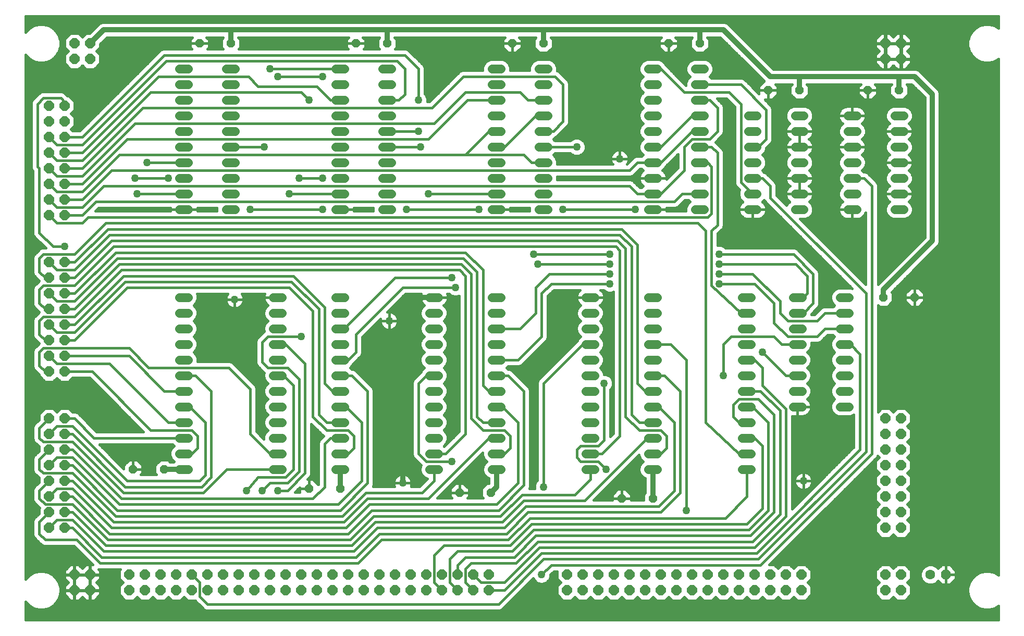
<source format=gbl>
G75*
%MOIN*%
%OFA0B0*%
%FSLAX24Y24*%
%IPPOS*%
%LPD*%
%AMOC8*
5,1,8,0,0,1.08239X$1,22.5*
%
%ADD10C,0.0560*%
%ADD11OC8,0.0640*%
%ADD12OC8,0.0560*%
%ADD13OC8,0.0630*%
%ADD14C,0.0630*%
%ADD15C,0.0160*%
%ADD16C,0.0500*%
%ADD17C,0.0320*%
D10*
X014110Y013890D02*
X014670Y013890D01*
X014670Y014890D02*
X014110Y014890D01*
X014110Y015890D02*
X014670Y015890D01*
X014670Y016890D02*
X014110Y016890D01*
X014110Y017890D02*
X014670Y017890D01*
X014670Y018890D02*
X014110Y018890D01*
X014110Y019890D02*
X014670Y019890D01*
X014670Y020890D02*
X014110Y020890D01*
X014110Y021890D02*
X014670Y021890D01*
X014670Y022890D02*
X014110Y022890D01*
X014110Y023890D02*
X014670Y023890D01*
X014670Y024890D02*
X014110Y024890D01*
X020110Y024890D02*
X020670Y024890D01*
X020670Y023890D02*
X020110Y023890D01*
X020110Y022890D02*
X020670Y022890D01*
X020670Y021890D02*
X020110Y021890D01*
X020110Y020890D02*
X020670Y020890D01*
X020670Y019890D02*
X020110Y019890D01*
X020110Y018890D02*
X020670Y018890D01*
X020670Y017890D02*
X020110Y017890D01*
X020110Y016890D02*
X020670Y016890D01*
X020670Y015890D02*
X020110Y015890D01*
X020110Y014890D02*
X020670Y014890D01*
X020670Y013890D02*
X020110Y013890D01*
X024110Y013890D02*
X024670Y013890D01*
X024670Y014890D02*
X024110Y014890D01*
X024110Y015890D02*
X024670Y015890D01*
X024670Y016890D02*
X024110Y016890D01*
X024110Y017890D02*
X024670Y017890D01*
X024670Y018890D02*
X024110Y018890D01*
X024110Y019890D02*
X024670Y019890D01*
X024670Y020890D02*
X024110Y020890D01*
X024110Y021890D02*
X024670Y021890D01*
X024670Y022890D02*
X024110Y022890D01*
X024110Y023890D02*
X024670Y023890D01*
X024670Y024890D02*
X024110Y024890D01*
X030110Y024890D02*
X030670Y024890D01*
X030670Y023890D02*
X030110Y023890D01*
X030110Y022890D02*
X030670Y022890D01*
X030670Y021890D02*
X030110Y021890D01*
X030110Y020890D02*
X030670Y020890D01*
X030670Y019890D02*
X030110Y019890D01*
X030110Y018890D02*
X030670Y018890D01*
X030670Y017890D02*
X030110Y017890D01*
X030110Y016890D02*
X030670Y016890D01*
X030670Y015890D02*
X030110Y015890D01*
X030110Y014890D02*
X030670Y014890D01*
X030670Y013890D02*
X030110Y013890D01*
X034110Y013890D02*
X034670Y013890D01*
X034670Y014890D02*
X034110Y014890D01*
X034110Y015890D02*
X034670Y015890D01*
X034670Y016890D02*
X034110Y016890D01*
X034110Y017890D02*
X034670Y017890D01*
X034670Y018890D02*
X034110Y018890D01*
X034110Y019890D02*
X034670Y019890D01*
X034670Y020890D02*
X034110Y020890D01*
X034110Y021890D02*
X034670Y021890D01*
X034670Y022890D02*
X034110Y022890D01*
X034110Y023890D02*
X034670Y023890D01*
X034670Y024890D02*
X034110Y024890D01*
X040110Y024890D02*
X040670Y024890D01*
X040670Y023890D02*
X040110Y023890D01*
X040110Y022890D02*
X040670Y022890D01*
X040670Y021890D02*
X040110Y021890D01*
X040110Y020890D02*
X040670Y020890D01*
X040670Y019890D02*
X040110Y019890D01*
X040110Y018890D02*
X040670Y018890D01*
X040670Y017890D02*
X040110Y017890D01*
X040110Y016890D02*
X040670Y016890D01*
X040670Y015890D02*
X040110Y015890D01*
X040110Y014890D02*
X040670Y014890D01*
X040670Y013890D02*
X040110Y013890D01*
X044110Y013890D02*
X044670Y013890D01*
X044670Y014890D02*
X044110Y014890D01*
X044110Y015890D02*
X044670Y015890D01*
X044670Y016890D02*
X044110Y016890D01*
X044110Y017890D02*
X044670Y017890D01*
X044670Y018890D02*
X044110Y018890D01*
X044110Y019890D02*
X044670Y019890D01*
X044670Y020890D02*
X044110Y020890D01*
X044110Y021890D02*
X044670Y021890D01*
X044670Y022890D02*
X044110Y022890D01*
X044110Y023890D02*
X044670Y023890D01*
X044670Y024890D02*
X044110Y024890D01*
X050110Y024890D02*
X050670Y024890D01*
X050670Y023890D02*
X050110Y023890D01*
X050110Y022890D02*
X050670Y022890D01*
X050670Y021890D02*
X050110Y021890D01*
X050110Y020890D02*
X050670Y020890D01*
X050670Y019890D02*
X050110Y019890D01*
X050110Y018890D02*
X050670Y018890D01*
X050670Y017890D02*
X050110Y017890D01*
X050110Y016890D02*
X050670Y016890D01*
X050670Y015890D02*
X050110Y015890D01*
X050110Y014890D02*
X050670Y014890D01*
X050670Y013890D02*
X050110Y013890D01*
X053360Y017890D02*
X053920Y017890D01*
X053920Y018890D02*
X053360Y018890D01*
X053360Y019890D02*
X053920Y019890D01*
X053920Y020890D02*
X053360Y020890D01*
X053360Y021890D02*
X053920Y021890D01*
X053920Y022890D02*
X053360Y022890D01*
X053360Y023890D02*
X053920Y023890D01*
X053920Y024890D02*
X053360Y024890D01*
X056360Y024890D02*
X056920Y024890D01*
X056920Y023890D02*
X056360Y023890D01*
X056360Y022890D02*
X056920Y022890D01*
X056920Y021890D02*
X056360Y021890D01*
X056360Y020890D02*
X056920Y020890D01*
X056920Y019890D02*
X056360Y019890D01*
X056360Y018890D02*
X056920Y018890D01*
X056920Y017890D02*
X056360Y017890D01*
X056860Y030515D02*
X057420Y030515D01*
X057420Y031515D02*
X056860Y031515D01*
X056860Y032515D02*
X057420Y032515D01*
X057420Y033515D02*
X056860Y033515D01*
X056860Y034515D02*
X057420Y034515D01*
X057420Y035515D02*
X056860Y035515D01*
X056860Y036515D02*
X057420Y036515D01*
X059860Y036515D02*
X060420Y036515D01*
X060420Y035515D02*
X059860Y035515D01*
X059860Y034515D02*
X060420Y034515D01*
X060420Y033515D02*
X059860Y033515D01*
X059860Y032515D02*
X060420Y032515D01*
X060420Y031515D02*
X059860Y031515D01*
X059860Y030515D02*
X060420Y030515D01*
X054045Y030515D02*
X053485Y030515D01*
X053485Y031515D02*
X054045Y031515D01*
X054045Y032515D02*
X053485Y032515D01*
X053485Y033515D02*
X054045Y033515D01*
X054045Y034515D02*
X053485Y034515D01*
X053485Y035515D02*
X054045Y035515D01*
X054045Y036515D02*
X053485Y036515D01*
X051045Y036515D02*
X050485Y036515D01*
X050485Y035515D02*
X051045Y035515D01*
X051045Y034515D02*
X050485Y034515D01*
X050485Y033515D02*
X051045Y033515D01*
X051045Y032515D02*
X050485Y032515D01*
X050485Y031515D02*
X051045Y031515D01*
X051045Y030515D02*
X050485Y030515D01*
X047670Y030515D02*
X047110Y030515D01*
X047110Y031515D02*
X047670Y031515D01*
X047670Y032515D02*
X047110Y032515D01*
X047110Y033515D02*
X047670Y033515D01*
X047670Y034515D02*
X047110Y034515D01*
X047110Y035515D02*
X047670Y035515D01*
X047670Y036515D02*
X047110Y036515D01*
X047110Y037515D02*
X047670Y037515D01*
X047670Y038515D02*
X047110Y038515D01*
X047110Y039515D02*
X047670Y039515D01*
X044670Y039515D02*
X044110Y039515D01*
X044110Y038515D02*
X044670Y038515D01*
X044670Y037515D02*
X044110Y037515D01*
X044110Y036515D02*
X044670Y036515D01*
X044670Y035515D02*
X044110Y035515D01*
X044110Y034515D02*
X044670Y034515D01*
X044670Y033515D02*
X044110Y033515D01*
X044110Y032515D02*
X044670Y032515D01*
X044670Y031515D02*
X044110Y031515D01*
X044110Y030515D02*
X044670Y030515D01*
X037670Y030515D02*
X037110Y030515D01*
X037110Y031515D02*
X037670Y031515D01*
X037670Y032515D02*
X037110Y032515D01*
X037110Y033515D02*
X037670Y033515D01*
X037670Y034515D02*
X037110Y034515D01*
X037110Y035515D02*
X037670Y035515D01*
X037670Y036515D02*
X037110Y036515D01*
X037110Y037515D02*
X037670Y037515D01*
X037670Y038515D02*
X037110Y038515D01*
X037110Y039515D02*
X037670Y039515D01*
X034670Y039515D02*
X034110Y039515D01*
X034110Y038515D02*
X034670Y038515D01*
X034670Y037515D02*
X034110Y037515D01*
X034110Y036515D02*
X034670Y036515D01*
X034670Y035515D02*
X034110Y035515D01*
X034110Y034515D02*
X034670Y034515D01*
X034670Y033515D02*
X034110Y033515D01*
X034110Y032515D02*
X034670Y032515D01*
X034670Y031515D02*
X034110Y031515D01*
X034110Y030515D02*
X034670Y030515D01*
X027670Y030515D02*
X027110Y030515D01*
X027110Y031515D02*
X027670Y031515D01*
X027670Y032515D02*
X027110Y032515D01*
X027110Y033515D02*
X027670Y033515D01*
X027670Y034515D02*
X027110Y034515D01*
X027110Y035515D02*
X027670Y035515D01*
X027670Y036515D02*
X027110Y036515D01*
X027110Y037515D02*
X027670Y037515D01*
X027670Y038515D02*
X027110Y038515D01*
X027110Y039515D02*
X027670Y039515D01*
X024670Y039515D02*
X024110Y039515D01*
X024110Y038515D02*
X024670Y038515D01*
X024670Y037515D02*
X024110Y037515D01*
X024110Y036515D02*
X024670Y036515D01*
X024670Y035515D02*
X024110Y035515D01*
X024110Y034515D02*
X024670Y034515D01*
X024670Y033515D02*
X024110Y033515D01*
X024110Y032515D02*
X024670Y032515D01*
X024670Y031515D02*
X024110Y031515D01*
X024110Y030515D02*
X024670Y030515D01*
X017670Y030515D02*
X017110Y030515D01*
X017110Y031515D02*
X017670Y031515D01*
X017670Y032515D02*
X017110Y032515D01*
X017110Y033515D02*
X017670Y033515D01*
X017670Y034515D02*
X017110Y034515D01*
X017110Y035515D02*
X017670Y035515D01*
X017670Y036515D02*
X017110Y036515D01*
X017110Y037515D02*
X017670Y037515D01*
X017670Y038515D02*
X017110Y038515D01*
X017110Y039515D02*
X017670Y039515D01*
X014670Y039515D02*
X014110Y039515D01*
X014110Y038515D02*
X014670Y038515D01*
X014670Y037515D02*
X014110Y037515D01*
X014110Y036515D02*
X014670Y036515D01*
X014670Y035515D02*
X014110Y035515D01*
X014110Y034515D02*
X014670Y034515D01*
X014670Y033515D02*
X014110Y033515D01*
X014110Y032515D02*
X014670Y032515D01*
X014670Y031515D02*
X014110Y031515D01*
X014110Y030515D02*
X014670Y030515D01*
D11*
X006765Y030140D03*
X005765Y030140D03*
X005765Y031140D03*
X006765Y031140D03*
X006765Y032140D03*
X005765Y032140D03*
X005765Y033140D03*
X006765Y033140D03*
X006765Y034140D03*
X005765Y034140D03*
X005765Y035140D03*
X006765Y035140D03*
X006765Y036140D03*
X005765Y036140D03*
X005765Y037140D03*
X006765Y037140D03*
X007390Y040140D03*
X008390Y040140D03*
X008390Y041140D03*
X007390Y041140D03*
X006765Y027140D03*
X005765Y027140D03*
X005765Y026140D03*
X006765Y026140D03*
X006765Y025140D03*
X005765Y025140D03*
X005765Y024140D03*
X006765Y024140D03*
X006765Y023140D03*
X005765Y023140D03*
X005765Y022140D03*
X006765Y022140D03*
X006765Y021140D03*
X005765Y021140D03*
X005765Y020140D03*
X006765Y020140D03*
X006765Y017140D03*
X005765Y017140D03*
X005765Y016140D03*
X006765Y016140D03*
X006765Y015140D03*
X005765Y015140D03*
X005765Y014140D03*
X006765Y014140D03*
X006765Y013140D03*
X005765Y013140D03*
X005765Y012140D03*
X006765Y012140D03*
X006765Y011140D03*
X005765Y011140D03*
X005765Y010140D03*
X006765Y010140D03*
X007390Y007140D03*
X008390Y007140D03*
X008390Y006140D03*
X007390Y006140D03*
X010890Y006140D03*
X011890Y006140D03*
X011890Y007140D03*
X010890Y007140D03*
X012890Y007140D03*
X013890Y007140D03*
X014890Y007140D03*
X014890Y006140D03*
X013890Y006140D03*
X012890Y006140D03*
X015890Y006140D03*
X016890Y006140D03*
X016890Y007140D03*
X015890Y007140D03*
X017890Y007140D03*
X018890Y007140D03*
X018890Y006140D03*
X017890Y006140D03*
X019890Y006140D03*
X020890Y006140D03*
X021890Y006140D03*
X021890Y007140D03*
X020890Y007140D03*
X019890Y007140D03*
X022890Y007140D03*
X023890Y007140D03*
X023890Y006140D03*
X022890Y006140D03*
X024890Y006140D03*
X025890Y006140D03*
X026890Y006140D03*
X026890Y007140D03*
X025890Y007140D03*
X024890Y007140D03*
X027890Y007140D03*
X028890Y007140D03*
X028890Y006140D03*
X027890Y006140D03*
X029890Y006140D03*
X030890Y006140D03*
X031890Y006140D03*
X031890Y007140D03*
X030890Y007140D03*
X029890Y007140D03*
X032890Y007140D03*
X033890Y007140D03*
X033890Y006140D03*
X032890Y006140D03*
X038890Y006140D03*
X038890Y007140D03*
X039890Y007140D03*
X040890Y007140D03*
X040890Y006140D03*
X039890Y006140D03*
X041890Y006140D03*
X042890Y006140D03*
X043890Y006140D03*
X043890Y007140D03*
X042890Y007140D03*
X041890Y007140D03*
X044890Y007140D03*
X045890Y007140D03*
X045890Y006140D03*
X044890Y006140D03*
X046890Y006140D03*
X047890Y006140D03*
X048890Y006140D03*
X048890Y007140D03*
X047890Y007140D03*
X046890Y007140D03*
X049890Y007140D03*
X050890Y007140D03*
X050890Y006140D03*
X049890Y006140D03*
X051890Y006140D03*
X052890Y006140D03*
X052890Y007140D03*
X051890Y007140D03*
X053890Y007140D03*
X053890Y006140D03*
X059265Y006140D03*
X060265Y006140D03*
X060265Y007140D03*
X059265Y007140D03*
X059265Y010140D03*
X060265Y010140D03*
X060265Y011140D03*
X059265Y011140D03*
X059265Y012140D03*
X060265Y012140D03*
X060265Y013140D03*
X059265Y013140D03*
X059265Y014140D03*
X060265Y014140D03*
X060265Y015140D03*
X059265Y015140D03*
X059265Y016140D03*
X060265Y016140D03*
X060265Y017140D03*
X059265Y017140D03*
X059265Y040140D03*
X060265Y040140D03*
X060265Y041140D03*
X059265Y041140D03*
D12*
X060140Y038140D03*
X058140Y038140D03*
X053765Y038140D03*
X051765Y038140D03*
X047390Y041140D03*
X045390Y041140D03*
X037390Y041140D03*
X035390Y041140D03*
X027390Y041140D03*
X025390Y041140D03*
X017390Y041140D03*
X015390Y041140D03*
X013140Y013890D03*
X011140Y013890D03*
X022390Y012640D03*
X024390Y012640D03*
X032015Y012390D03*
X034015Y012390D03*
X042390Y012015D03*
X044390Y012015D03*
X059140Y024890D03*
X061140Y024890D03*
D13*
X063140Y007140D03*
D14*
X062140Y007140D03*
D15*
X004270Y005423D02*
X004270Y004270D01*
X066502Y004270D01*
X066502Y005157D01*
X066236Y005003D01*
X065926Y004920D01*
X065604Y004920D01*
X065294Y005003D01*
X065016Y005164D01*
X064789Y005391D01*
X064628Y005669D01*
X064545Y005979D01*
X064545Y006301D01*
X064628Y006611D01*
X064789Y006889D01*
X065016Y007116D01*
X065294Y007277D01*
X065604Y007360D01*
X065926Y007360D01*
X066236Y007277D01*
X066502Y007123D01*
X066502Y040157D01*
X066236Y040003D01*
X065926Y039920D01*
X065604Y039920D01*
X065294Y040003D01*
X065016Y040164D01*
X064789Y040391D01*
X064628Y040669D01*
X064545Y040979D01*
X060905Y040979D01*
X060905Y040875D02*
X060905Y041120D01*
X060285Y041120D01*
X060285Y041160D01*
X060905Y041160D01*
X060905Y041405D01*
X060530Y041780D01*
X060285Y041780D01*
X060285Y041160D01*
X060245Y041160D01*
X060245Y041780D01*
X060000Y041780D01*
X059765Y041545D01*
X059530Y041780D01*
X059285Y041780D01*
X059285Y041160D01*
X059245Y041160D01*
X059245Y041780D01*
X059000Y041780D01*
X058625Y041405D01*
X058625Y041160D01*
X059245Y041160D01*
X059245Y041120D01*
X058625Y041120D01*
X058625Y040875D01*
X058860Y040640D01*
X058625Y040405D01*
X058625Y040160D01*
X059245Y040160D01*
X059245Y041120D01*
X059285Y041120D01*
X059285Y041160D01*
X060245Y041160D01*
X060245Y041120D01*
X060285Y041120D01*
X060285Y040500D01*
X060285Y040160D01*
X060905Y040160D01*
X060905Y040405D01*
X060670Y040640D01*
X060905Y040875D01*
X060851Y040821D02*
X064588Y040821D01*
X064545Y040979D02*
X064545Y041301D01*
X064628Y041611D01*
X064789Y041889D01*
X065016Y042116D01*
X065294Y042277D01*
X065604Y042360D01*
X065926Y042360D01*
X066236Y042277D01*
X066502Y042123D01*
X066502Y042880D01*
X004270Y042880D01*
X004270Y041857D01*
X004289Y041889D01*
X004516Y042116D01*
X004794Y042277D01*
X005104Y042360D01*
X005426Y042360D01*
X005736Y042277D01*
X006014Y042116D01*
X006241Y041889D01*
X006402Y041611D01*
X006485Y041301D01*
X006485Y040979D01*
X006750Y040979D01*
X006750Y040875D02*
X006985Y040640D01*
X006750Y040405D01*
X006750Y039875D01*
X007125Y039500D01*
X007655Y039500D01*
X007890Y039735D01*
X008125Y039500D01*
X008655Y039500D01*
X009030Y039875D01*
X009030Y040405D01*
X008795Y040640D01*
X009030Y040875D01*
X009030Y041101D01*
X009464Y041535D01*
X014936Y041535D01*
X014790Y041389D01*
X014790Y041140D01*
X015390Y041140D01*
X015990Y041140D01*
X015990Y041389D01*
X015844Y041535D01*
X016910Y041535D01*
X016910Y041509D01*
X016790Y041389D01*
X016790Y040891D01*
X016891Y040790D01*
X015889Y040790D01*
X015990Y040891D01*
X015990Y041140D01*
X015390Y041140D01*
X015390Y041140D01*
X015390Y041140D01*
X014790Y041140D01*
X014790Y040891D01*
X014891Y040790D01*
X013060Y040790D01*
X012913Y040729D01*
X012801Y040617D01*
X007724Y035540D01*
X007270Y035540D01*
X007170Y035640D01*
X007405Y035875D01*
X007405Y036405D01*
X007170Y036640D01*
X007405Y036875D01*
X007405Y037405D01*
X007030Y037780D01*
X006941Y037780D01*
X006854Y037867D01*
X006742Y037979D01*
X006595Y038040D01*
X005310Y038040D01*
X005163Y037979D01*
X004788Y037604D01*
X004676Y037492D01*
X004270Y037492D01*
X004270Y037334D02*
X004615Y037334D01*
X004615Y037345D02*
X004615Y033185D01*
X004676Y033038D01*
X004740Y032974D01*
X004740Y028935D01*
X004801Y028788D01*
X005549Y028040D01*
X005310Y028040D01*
X005163Y027979D01*
X005051Y027867D01*
X004801Y027617D01*
X004740Y027470D01*
X004740Y026435D01*
X004801Y026288D01*
X004913Y026176D01*
X005125Y025964D01*
X005125Y025941D01*
X005051Y025867D01*
X004801Y025617D01*
X004740Y025470D01*
X004740Y024435D01*
X004801Y024288D01*
X004913Y024176D01*
X005125Y023964D01*
X005125Y023941D01*
X005051Y023867D01*
X004801Y023617D01*
X004740Y023470D01*
X004740Y022435D01*
X004801Y022288D01*
X004913Y022176D01*
X005125Y021964D01*
X005125Y021941D01*
X005051Y021867D01*
X004801Y021617D01*
X004740Y021470D01*
X004740Y020435D01*
X004801Y020288D01*
X004913Y020176D01*
X005125Y019964D01*
X005125Y019875D01*
X005500Y019500D01*
X006030Y019500D01*
X006265Y019735D01*
X006500Y019500D01*
X007030Y019500D01*
X007270Y019740D01*
X008349Y019740D01*
X011799Y016290D01*
X008806Y016290D01*
X007617Y017479D01*
X007470Y017540D01*
X007270Y017540D01*
X007030Y017780D01*
X006500Y017780D01*
X006265Y017545D01*
X006030Y017780D01*
X005500Y017780D01*
X005125Y017405D01*
X005125Y017066D01*
X004913Y016854D01*
X004801Y016742D01*
X004740Y016595D01*
X004740Y015810D01*
X004801Y015663D01*
X005051Y015413D01*
X005125Y015339D01*
X005125Y015066D01*
X004913Y014854D01*
X004801Y014742D01*
X004740Y014595D01*
X004740Y013810D01*
X004801Y013663D01*
X005051Y013413D01*
X005125Y013339D01*
X005125Y013066D01*
X004913Y012854D01*
X004801Y012742D01*
X004740Y012595D01*
X004740Y011935D01*
X004801Y011788D01*
X005155Y011435D01*
X005125Y011405D01*
X005125Y011066D01*
X004913Y010854D01*
X004801Y010742D01*
X004740Y010595D01*
X004740Y009685D01*
X004801Y009538D01*
X004913Y009426D01*
X004913Y009426D01*
X005176Y009163D01*
X005288Y009051D01*
X005435Y008990D01*
X007349Y008990D01*
X008559Y007780D01*
X008410Y007780D01*
X008410Y007160D01*
X009030Y007160D01*
X009030Y007405D01*
X008945Y007490D01*
X010335Y007490D01*
X010250Y007405D01*
X010250Y006875D01*
X010485Y006640D01*
X010250Y006405D01*
X010250Y005875D01*
X010625Y005500D01*
X011155Y005500D01*
X011390Y005735D01*
X011625Y005500D01*
X012155Y005500D01*
X012390Y005735D01*
X012625Y005500D01*
X013155Y005500D01*
X013390Y005735D01*
X013625Y005500D01*
X014155Y005500D01*
X014390Y005735D01*
X014625Y005500D01*
X015089Y005500D01*
X015551Y005038D01*
X015663Y004926D01*
X015810Y004865D01*
X034595Y004865D01*
X034742Y004926D01*
X036738Y006922D01*
X036782Y006817D01*
X036942Y006657D01*
X037152Y006570D01*
X037378Y006570D01*
X037588Y006657D01*
X037748Y006817D01*
X037835Y007027D01*
X037835Y007144D01*
X038056Y007365D01*
X038250Y007365D01*
X038250Y006875D01*
X038485Y006640D01*
X038250Y006405D01*
X038250Y005875D01*
X038625Y005500D01*
X039155Y005500D01*
X039390Y005735D01*
X039625Y005500D01*
X040155Y005500D01*
X040390Y005735D01*
X040625Y005500D01*
X041155Y005500D01*
X041390Y005735D01*
X041625Y005500D01*
X042155Y005500D01*
X042390Y005735D01*
X042625Y005500D01*
X043155Y005500D01*
X043390Y005735D01*
X043625Y005500D01*
X044155Y005500D01*
X044390Y005735D01*
X044625Y005500D01*
X045155Y005500D01*
X045390Y005735D01*
X045625Y005500D01*
X046155Y005500D01*
X046390Y005735D01*
X046625Y005500D01*
X047155Y005500D01*
X047390Y005735D01*
X047625Y005500D01*
X048155Y005500D01*
X048390Y005735D01*
X048625Y005500D01*
X049155Y005500D01*
X049390Y005735D01*
X049625Y005500D01*
X050155Y005500D01*
X050390Y005735D01*
X050625Y005500D01*
X051155Y005500D01*
X051390Y005735D01*
X051625Y005500D01*
X052155Y005500D01*
X052390Y005735D01*
X052625Y005500D01*
X053155Y005500D01*
X053390Y005735D01*
X053625Y005500D01*
X054155Y005500D01*
X054530Y005875D01*
X054530Y006405D01*
X054295Y006640D01*
X054530Y006875D01*
X054530Y007405D01*
X054155Y007780D01*
X053625Y007780D01*
X053390Y007545D01*
X053155Y007780D01*
X052625Y007780D01*
X052390Y007545D01*
X052155Y007780D01*
X051846Y007780D01*
X058617Y014551D01*
X058729Y014663D01*
X058761Y014739D01*
X058860Y014640D01*
X058625Y014405D01*
X058625Y013875D01*
X058860Y013640D01*
X058625Y013405D01*
X058625Y012875D01*
X058860Y012640D01*
X058625Y012405D01*
X058625Y011875D01*
X058860Y011640D01*
X058625Y011405D01*
X058625Y010875D01*
X058860Y010640D01*
X058625Y010405D01*
X058625Y009875D01*
X059000Y009500D01*
X059530Y009500D01*
X059765Y009735D01*
X060000Y009500D01*
X060530Y009500D01*
X060905Y009875D01*
X060905Y010405D01*
X060670Y010640D01*
X060905Y010875D01*
X060905Y011405D01*
X060670Y011640D01*
X060905Y011875D01*
X060905Y012405D01*
X060670Y012640D01*
X060905Y012875D01*
X060905Y013405D01*
X060670Y013640D01*
X060905Y013875D01*
X060905Y014405D01*
X060670Y014640D01*
X060905Y014875D01*
X060905Y015405D01*
X060670Y015640D01*
X060905Y015875D01*
X060905Y016405D01*
X060670Y016640D01*
X060905Y016875D01*
X060905Y017405D01*
X060530Y017780D01*
X060000Y017780D01*
X059765Y017545D01*
X059530Y017780D01*
X059000Y017780D01*
X058790Y017570D01*
X058790Y024391D01*
X058891Y024290D01*
X059389Y024290D01*
X059740Y024641D01*
X059740Y025139D01*
X059654Y025225D01*
X062537Y028108D01*
X062537Y028108D01*
X062672Y028243D01*
X062745Y028420D01*
X062745Y037985D01*
X062672Y038162D01*
X062537Y038297D01*
X061412Y039422D01*
X061235Y039495D01*
X052089Y039495D01*
X049162Y042422D01*
X048985Y042495D01*
X009170Y042495D01*
X008993Y042422D01*
X008858Y042287D01*
X008351Y041780D01*
X008125Y041780D01*
X007890Y041545D01*
X007655Y041780D01*
X007125Y041780D01*
X006750Y041405D01*
X006750Y040875D01*
X006804Y040821D02*
X006442Y040821D01*
X006402Y040669D02*
X006485Y040979D01*
X006485Y041138D02*
X006750Y041138D01*
X006750Y041296D02*
X006485Y041296D01*
X006444Y041455D02*
X006799Y041455D01*
X006958Y041613D02*
X006401Y041613D01*
X006309Y041772D02*
X007116Y041772D01*
X007664Y041772D02*
X008116Y041772D01*
X007958Y041613D02*
X007822Y041613D01*
X008501Y041930D02*
X006200Y041930D01*
X006042Y042089D02*
X008660Y042089D01*
X008818Y042247D02*
X005788Y042247D01*
X004742Y042247D02*
X004270Y042247D01*
X004270Y042089D02*
X004488Y042089D01*
X004330Y041930D02*
X004270Y041930D01*
X004270Y042406D02*
X008977Y042406D01*
X009383Y041455D02*
X014856Y041455D01*
X014790Y041296D02*
X009225Y041296D01*
X009066Y041138D02*
X014790Y041138D01*
X014790Y040979D02*
X009030Y040979D01*
X008976Y040821D02*
X014861Y040821D01*
X015919Y040821D02*
X016861Y040821D01*
X016790Y040979D02*
X015990Y040979D01*
X015990Y041138D02*
X016790Y041138D01*
X016790Y041296D02*
X015990Y041296D01*
X015924Y041455D02*
X016856Y041455D01*
X017870Y041509D02*
X017990Y041389D01*
X017990Y040891D01*
X017889Y040790D01*
X024891Y040790D01*
X024790Y040891D01*
X024790Y041140D01*
X025390Y041140D01*
X025990Y041140D01*
X025990Y041389D01*
X025844Y041535D01*
X026910Y041535D01*
X026910Y041509D01*
X026790Y041389D01*
X026790Y040891D01*
X026891Y040790D01*
X025889Y040790D01*
X025990Y040891D01*
X025990Y041140D01*
X025390Y041140D01*
X025390Y041140D01*
X025390Y041140D01*
X024790Y041140D01*
X024790Y041389D01*
X024936Y041535D01*
X017870Y041535D01*
X017870Y041509D01*
X017924Y041455D02*
X024856Y041455D01*
X024790Y041296D02*
X017990Y041296D01*
X017990Y041138D02*
X024790Y041138D01*
X024790Y040979D02*
X017990Y040979D01*
X017919Y040821D02*
X024861Y040821D01*
X025919Y040821D02*
X026861Y040821D01*
X026790Y040979D02*
X025990Y040979D01*
X025990Y041138D02*
X026790Y041138D01*
X026790Y041296D02*
X025990Y041296D01*
X025924Y041455D02*
X026856Y041455D01*
X027870Y041509D02*
X027990Y041389D01*
X027990Y040891D01*
X027889Y040790D01*
X028595Y040790D01*
X028742Y040729D01*
X029617Y039854D01*
X029729Y039742D01*
X029790Y039595D01*
X029790Y037921D01*
X029873Y037838D01*
X029960Y037628D01*
X029960Y037415D01*
X030099Y037415D01*
X031926Y039242D01*
X032038Y039354D01*
X032185Y039415D01*
X033510Y039415D01*
X033510Y039634D01*
X033601Y039855D01*
X033770Y040024D01*
X033991Y040115D01*
X034789Y040115D01*
X035010Y040024D01*
X035179Y039855D01*
X035270Y039634D01*
X035270Y039415D01*
X036510Y039415D01*
X036510Y039634D01*
X036601Y039855D01*
X036770Y040024D01*
X036991Y040115D01*
X037789Y040115D01*
X038010Y040024D01*
X038179Y039855D01*
X038270Y039634D01*
X038270Y039396D01*
X038269Y039394D01*
X038367Y039354D01*
X038867Y038854D01*
X038979Y038742D01*
X039040Y038595D01*
X039040Y036060D01*
X038979Y035913D01*
X038242Y035176D01*
X038135Y035132D01*
X038019Y035015D01*
X038119Y034915D01*
X039109Y034915D01*
X039192Y034998D01*
X039402Y035085D01*
X039628Y035085D01*
X039838Y034998D01*
X039998Y034838D01*
X040085Y034628D01*
X040085Y034402D01*
X039998Y034192D01*
X039838Y034032D01*
X039628Y033945D01*
X039402Y033945D01*
X039192Y034032D01*
X039109Y034115D01*
X038119Y034115D01*
X038019Y034015D01*
X038179Y033855D01*
X038270Y033634D01*
X038270Y033415D01*
X041815Y033415D01*
X041777Y033466D01*
X041737Y033546D01*
X041709Y033632D01*
X041695Y033720D01*
X041695Y033765D01*
X042265Y033765D01*
X042265Y033765D01*
X042265Y034335D01*
X042310Y034335D01*
X042398Y034321D01*
X042484Y034293D01*
X042564Y034253D01*
X042636Y034200D01*
X042700Y034136D01*
X042753Y034064D01*
X042793Y033984D01*
X042821Y033898D01*
X042835Y033810D01*
X042835Y033765D01*
X042265Y033765D01*
X042265Y033765D01*
X042265Y033765D01*
X042265Y034335D01*
X042220Y034335D01*
X042132Y034321D01*
X042046Y034293D01*
X041966Y034253D01*
X041894Y034200D01*
X041830Y034136D01*
X041777Y034064D01*
X041737Y033984D01*
X041709Y033898D01*
X041695Y033810D01*
X041695Y033765D01*
X042265Y033765D01*
X042835Y033765D01*
X042835Y033720D01*
X042821Y033632D01*
X042793Y033546D01*
X042753Y033466D01*
X042715Y033415D01*
X042724Y033415D01*
X043051Y033742D01*
X043163Y033854D01*
X043310Y033915D01*
X043661Y033915D01*
X043761Y034015D01*
X043601Y034175D01*
X043510Y034396D01*
X043510Y034634D01*
X043601Y034855D01*
X043761Y035015D01*
X043601Y035175D01*
X043510Y035396D01*
X043510Y035634D01*
X043601Y035855D01*
X043761Y036015D01*
X043601Y036175D01*
X043510Y036396D01*
X043510Y036634D01*
X043601Y036855D01*
X043761Y037015D01*
X043601Y037175D01*
X043510Y037396D01*
X043510Y037634D01*
X043601Y037855D01*
X043761Y038015D01*
X043601Y038175D01*
X043510Y038396D01*
X043510Y038634D01*
X043601Y038855D01*
X043761Y039015D01*
X043601Y039175D01*
X043510Y039396D01*
X043510Y039634D01*
X043601Y039855D01*
X043770Y040024D01*
X043991Y040115D01*
X044789Y040115D01*
X045010Y040024D01*
X045179Y039855D01*
X045223Y039748D01*
X045229Y039742D01*
X046510Y038461D01*
X046510Y038634D01*
X046601Y038855D01*
X046761Y039015D01*
X046601Y039175D01*
X046510Y039396D01*
X046510Y039634D01*
X046601Y039855D01*
X046770Y040024D01*
X046991Y040115D01*
X047789Y040115D01*
X048010Y040024D01*
X048179Y039855D01*
X048270Y039634D01*
X048270Y039396D01*
X048179Y039175D01*
X048019Y039015D01*
X048119Y038915D01*
X050095Y038915D01*
X050242Y038854D01*
X050354Y038742D01*
X051165Y037931D01*
X051165Y038140D01*
X051765Y038140D01*
X052365Y038140D01*
X052365Y038389D01*
X052219Y038535D01*
X053285Y038535D01*
X053285Y038509D01*
X053165Y038389D01*
X053165Y037891D01*
X053516Y037540D01*
X054014Y037540D01*
X054365Y037891D01*
X054365Y038389D01*
X054245Y038509D01*
X054245Y038535D01*
X057686Y038535D01*
X057540Y038389D01*
X057540Y038140D01*
X058140Y038140D01*
X058740Y038140D01*
X058740Y038389D01*
X058594Y038535D01*
X059660Y038535D01*
X059660Y038509D01*
X059540Y038389D01*
X059540Y037891D01*
X059891Y037540D01*
X060389Y037540D01*
X060740Y037891D01*
X060740Y038389D01*
X060620Y038509D01*
X060620Y038535D01*
X060941Y038535D01*
X061785Y037691D01*
X061785Y028714D01*
X058868Y025797D01*
X058790Y025719D01*
X058790Y032095D01*
X058729Y032242D01*
X058229Y032742D01*
X058117Y032854D01*
X057970Y032915D01*
X057869Y032915D01*
X057769Y033015D01*
X057929Y033175D01*
X058020Y033396D01*
X058020Y033634D01*
X057929Y033855D01*
X057762Y034022D01*
X057811Y034057D01*
X057878Y034124D01*
X057933Y034201D01*
X057976Y034285D01*
X058005Y034374D01*
X058020Y034468D01*
X058020Y034515D01*
X058020Y034562D01*
X058005Y034655D01*
X057976Y034745D01*
X057933Y034829D01*
X057878Y034906D01*
X057811Y034973D01*
X057762Y035008D01*
X057929Y035175D01*
X058020Y035396D01*
X058020Y035634D01*
X057929Y035855D01*
X057762Y036022D01*
X057811Y036057D01*
X057878Y036124D01*
X057933Y036201D01*
X057976Y036285D01*
X058005Y036374D01*
X058020Y036468D01*
X058020Y036515D01*
X058020Y036562D01*
X058005Y036655D01*
X057976Y036745D01*
X057933Y036829D01*
X057878Y036906D01*
X057811Y036973D01*
X057734Y037028D01*
X057650Y037071D01*
X057560Y037100D01*
X057467Y037115D01*
X057140Y037115D01*
X057140Y036515D01*
X057140Y036515D01*
X058020Y036515D01*
X057140Y036515D01*
X057140Y036515D01*
X057140Y036515D01*
X056260Y036515D01*
X056260Y036562D01*
X056275Y036655D01*
X056304Y036745D01*
X056347Y036829D01*
X056402Y036906D01*
X056469Y036973D01*
X056546Y037028D01*
X056630Y037071D01*
X056719Y037100D01*
X056813Y037115D01*
X057140Y037115D01*
X057140Y036515D01*
X056260Y036515D01*
X056260Y036468D01*
X056275Y036374D01*
X056304Y036285D01*
X056347Y036201D01*
X056402Y036124D01*
X056469Y036057D01*
X056518Y036022D01*
X056351Y035855D01*
X056260Y035634D01*
X056260Y035396D01*
X056351Y035175D01*
X056518Y035008D01*
X056469Y034973D01*
X056402Y034906D01*
X056347Y034829D01*
X056304Y034745D01*
X056275Y034655D01*
X056260Y034562D01*
X056260Y034515D01*
X057140Y034515D01*
X058020Y034515D01*
X057140Y034515D01*
X057140Y034515D01*
X057140Y034515D01*
X056260Y034515D01*
X056260Y034468D01*
X056275Y034374D01*
X056304Y034285D01*
X056347Y034201D01*
X056402Y034124D01*
X056469Y034057D01*
X056518Y034022D01*
X056351Y033855D01*
X056260Y033634D01*
X056260Y033396D01*
X056351Y033175D01*
X056511Y033015D01*
X056351Y032855D01*
X056260Y032634D01*
X056260Y032396D01*
X056351Y032175D01*
X056511Y032015D01*
X056351Y031855D01*
X056260Y031634D01*
X056260Y031396D01*
X056351Y031175D01*
X056518Y031008D01*
X056469Y030973D01*
X056402Y030906D01*
X056347Y030829D01*
X056304Y030745D01*
X056275Y030655D01*
X056260Y030562D01*
X056260Y030515D01*
X057140Y030515D01*
X057140Y029915D01*
X057467Y029915D01*
X057560Y029930D01*
X057650Y029959D01*
X057734Y030002D01*
X057811Y030057D01*
X057878Y030124D01*
X057933Y030201D01*
X057990Y030201D01*
X057933Y030201D02*
X057976Y030285D01*
X057990Y030328D01*
X057990Y025731D01*
X053806Y029915D01*
X054164Y029915D01*
X054385Y030006D01*
X054554Y030175D01*
X054645Y030396D01*
X054645Y030634D01*
X054554Y030855D01*
X054387Y031022D01*
X054436Y031057D01*
X054503Y031124D01*
X054558Y031201D01*
X054601Y031285D01*
X054630Y031374D01*
X054645Y031468D01*
X054645Y031515D01*
X054645Y031562D01*
X054630Y031655D01*
X054601Y031745D01*
X054558Y031829D01*
X054503Y031906D01*
X054436Y031973D01*
X054378Y032015D01*
X054436Y032057D01*
X054503Y032124D01*
X054558Y032201D01*
X054601Y032285D01*
X054630Y032374D01*
X054645Y032468D01*
X054645Y032515D01*
X054645Y032562D01*
X054630Y032655D01*
X054601Y032745D01*
X054558Y032829D01*
X054503Y032906D01*
X054436Y032973D01*
X054387Y033008D01*
X054554Y033175D01*
X054645Y033396D01*
X054645Y033634D01*
X054554Y033855D01*
X054387Y034022D01*
X054436Y034057D01*
X054503Y034124D01*
X054558Y034201D01*
X054601Y034285D01*
X054630Y034374D01*
X054645Y034468D01*
X054645Y034515D01*
X054645Y034562D01*
X054630Y034655D01*
X054601Y034745D01*
X054558Y034829D01*
X054503Y034906D01*
X054436Y034973D01*
X054378Y035015D01*
X054436Y035057D01*
X054503Y035124D01*
X054558Y035201D01*
X054601Y035285D01*
X054630Y035374D01*
X054645Y035468D01*
X054645Y035515D01*
X054645Y035562D01*
X054630Y035655D01*
X054601Y035745D01*
X054558Y035829D01*
X054503Y035906D01*
X054436Y035973D01*
X054387Y036008D01*
X054554Y036175D01*
X054645Y036396D01*
X054645Y036634D01*
X054554Y036855D01*
X054385Y037024D01*
X054164Y037115D01*
X053366Y037115D01*
X053145Y037024D01*
X052976Y036855D01*
X052885Y036634D01*
X052885Y036396D01*
X052976Y036175D01*
X053143Y036008D01*
X053094Y035973D01*
X053027Y035906D01*
X052972Y035829D01*
X052929Y035745D01*
X052900Y035655D01*
X052885Y035562D01*
X052885Y035515D01*
X053765Y035515D01*
X054645Y035515D01*
X053765Y035515D01*
X053765Y035515D01*
X053765Y035515D01*
X053765Y034915D01*
X053765Y034515D01*
X054645Y034515D01*
X053765Y034515D01*
X053765Y034515D01*
X053765Y034515D01*
X053765Y034515D01*
X052885Y034515D01*
X052885Y034562D01*
X052900Y034655D01*
X052929Y034745D01*
X052972Y034829D01*
X053027Y034906D01*
X053094Y034973D01*
X053152Y035015D01*
X053094Y035057D01*
X053027Y035124D01*
X052972Y035201D01*
X052929Y035285D01*
X052900Y035374D01*
X052885Y035468D01*
X052885Y035515D01*
X053765Y035515D01*
X053765Y035515D01*
X053765Y034515D01*
X052885Y034515D01*
X052885Y034468D01*
X052900Y034374D01*
X052929Y034285D01*
X052972Y034201D01*
X053027Y034124D01*
X053094Y034057D01*
X053143Y034022D01*
X052976Y033855D01*
X052885Y033634D01*
X052885Y033396D01*
X052976Y033175D01*
X053143Y033008D01*
X053094Y032973D01*
X053027Y032906D01*
X052972Y032829D01*
X052929Y032745D01*
X052900Y032655D01*
X052885Y032562D01*
X052885Y032515D01*
X053765Y032515D01*
X054645Y032515D01*
X053765Y032515D01*
X053765Y032515D01*
X053765Y032515D01*
X053765Y031915D01*
X053765Y031515D01*
X054645Y031515D01*
X053765Y031515D01*
X053765Y031515D01*
X053765Y031515D01*
X053765Y031515D01*
X052885Y031515D01*
X052885Y031562D01*
X052900Y031655D01*
X052929Y031745D01*
X052972Y031829D01*
X053027Y031906D01*
X053094Y031973D01*
X053152Y032015D01*
X053094Y032057D01*
X053027Y032124D01*
X052972Y032201D01*
X052929Y032285D01*
X052900Y032374D01*
X052885Y032468D01*
X052885Y032515D01*
X053765Y032515D01*
X053765Y032515D01*
X053765Y031515D01*
X052885Y031515D01*
X052885Y031468D01*
X052900Y031374D01*
X052929Y031285D01*
X052972Y031201D01*
X053027Y031124D01*
X053094Y031057D01*
X053143Y031022D01*
X052976Y030855D01*
X052944Y030777D01*
X052290Y031431D01*
X052290Y032095D01*
X052229Y032242D01*
X051729Y032742D01*
X051617Y032854D01*
X051510Y032898D01*
X051394Y033015D01*
X051554Y033175D01*
X051645Y033396D01*
X051645Y033634D01*
X051554Y033855D01*
X051394Y034015D01*
X051554Y034175D01*
X051645Y034396D01*
X051645Y034454D01*
X051867Y034676D01*
X051979Y034788D01*
X052040Y034935D01*
X052040Y036970D01*
X051979Y037117D01*
X051556Y037540D01*
X051765Y037540D01*
X052014Y037540D01*
X052365Y037891D01*
X052365Y038140D01*
X051765Y038140D01*
X051765Y038140D01*
X051765Y037540D01*
X051765Y038140D01*
X051765Y038140D01*
X051765Y038140D01*
X051165Y038140D01*
X051165Y038389D01*
X051501Y038725D01*
X051483Y038743D01*
X048691Y041535D01*
X047870Y041535D01*
X047870Y041509D01*
X047990Y041389D01*
X047990Y040891D01*
X047639Y040540D01*
X047141Y040540D01*
X046790Y040891D01*
X046790Y041389D01*
X046910Y041509D01*
X046910Y041535D01*
X045844Y041535D01*
X045990Y041389D01*
X045990Y041140D01*
X045390Y041140D01*
X045390Y041140D01*
X045990Y041140D01*
X045990Y040891D01*
X045639Y040540D01*
X045390Y040540D01*
X045390Y041140D01*
X045390Y041140D01*
X045390Y041140D01*
X044790Y041140D01*
X044790Y041389D01*
X044936Y041535D01*
X037870Y041535D01*
X037870Y041509D01*
X037990Y041389D01*
X037990Y040891D01*
X037639Y040540D01*
X037141Y040540D01*
X036790Y040891D01*
X036790Y041389D01*
X036910Y041509D01*
X036910Y041535D01*
X035844Y041535D01*
X035990Y041389D01*
X035990Y041140D01*
X035390Y041140D01*
X035390Y041140D01*
X035990Y041140D01*
X035990Y040891D01*
X035639Y040540D01*
X035390Y040540D01*
X035390Y041140D01*
X035390Y041140D01*
X035390Y041140D01*
X034790Y041140D01*
X034790Y041389D01*
X034936Y041535D01*
X027870Y041535D01*
X027870Y041509D01*
X027924Y041455D02*
X034856Y041455D01*
X034790Y041296D02*
X027990Y041296D01*
X027990Y041138D02*
X034790Y041138D01*
X034790Y041140D02*
X034790Y040891D01*
X035141Y040540D01*
X035390Y040540D01*
X035390Y041140D01*
X034790Y041140D01*
X034790Y040979D02*
X027990Y040979D01*
X027919Y040821D02*
X034861Y040821D01*
X035019Y040662D02*
X028809Y040662D01*
X028967Y040504D02*
X049723Y040504D01*
X049564Y040662D02*
X047761Y040662D01*
X047919Y040821D02*
X049406Y040821D01*
X049247Y040979D02*
X047990Y040979D01*
X047990Y041138D02*
X049089Y041138D01*
X048930Y041296D02*
X047990Y041296D01*
X047924Y041455D02*
X048772Y041455D01*
X049495Y042089D02*
X064988Y042089D01*
X064830Y041930D02*
X049654Y041930D01*
X049812Y041772D02*
X058991Y041772D01*
X058833Y041613D02*
X049971Y041613D01*
X050129Y041455D02*
X058674Y041455D01*
X058625Y041296D02*
X050288Y041296D01*
X050446Y041138D02*
X059245Y041138D01*
X059285Y041138D02*
X060245Y041138D01*
X060245Y041120D02*
X059625Y041120D01*
X059285Y041120D01*
X059285Y040500D01*
X059285Y040160D01*
X060245Y040160D01*
X060245Y041120D01*
X060285Y041138D02*
X064545Y041138D01*
X064545Y041296D02*
X060905Y041296D01*
X060856Y041455D02*
X064586Y041455D01*
X064629Y041613D02*
X060697Y041613D01*
X060539Y041772D02*
X064721Y041772D01*
X065242Y042247D02*
X049337Y042247D01*
X049178Y042406D02*
X066502Y042406D01*
X066502Y042564D02*
X004270Y042564D01*
X004270Y042723D02*
X066502Y042723D01*
X066502Y042247D02*
X066288Y042247D01*
X064632Y040662D02*
X060692Y040662D01*
X060807Y040504D02*
X064724Y040504D01*
X064835Y040345D02*
X060905Y040345D01*
X060905Y040187D02*
X064993Y040187D01*
X065251Y040028D02*
X060905Y040028D01*
X060905Y040120D02*
X060905Y039875D01*
X060530Y039500D01*
X060285Y039500D01*
X060285Y040120D01*
X060285Y040160D01*
X060245Y040160D01*
X060245Y040120D01*
X060285Y040120D01*
X060905Y040120D01*
X060900Y039870D02*
X066502Y039870D01*
X066502Y040028D02*
X066279Y040028D01*
X066502Y039711D02*
X060741Y039711D01*
X060583Y039553D02*
X066502Y039553D01*
X066502Y039394D02*
X061440Y039394D01*
X061598Y039236D02*
X066502Y039236D01*
X066502Y039077D02*
X061757Y039077D01*
X061915Y038919D02*
X066502Y038919D01*
X066502Y038760D02*
X062074Y038760D01*
X062232Y038602D02*
X066502Y038602D01*
X066502Y038443D02*
X062391Y038443D01*
X062549Y038285D02*
X066502Y038285D01*
X066502Y038126D02*
X062687Y038126D01*
X062745Y037968D02*
X066502Y037968D01*
X066502Y037809D02*
X062745Y037809D01*
X062745Y037651D02*
X066502Y037651D01*
X066502Y037492D02*
X062745Y037492D01*
X062745Y037334D02*
X066502Y037334D01*
X066502Y037175D02*
X062745Y037175D01*
X062745Y037017D02*
X066502Y037017D01*
X066502Y036858D02*
X062745Y036858D01*
X062745Y036700D02*
X066502Y036700D01*
X066502Y036541D02*
X062745Y036541D01*
X062745Y036383D02*
X066502Y036383D01*
X066502Y036224D02*
X062745Y036224D01*
X062745Y036066D02*
X066502Y036066D01*
X066502Y035907D02*
X062745Y035907D01*
X062745Y035749D02*
X066502Y035749D01*
X066502Y035590D02*
X062745Y035590D01*
X062745Y035432D02*
X066502Y035432D01*
X066502Y035273D02*
X062745Y035273D01*
X062745Y035115D02*
X066502Y035115D01*
X066502Y034956D02*
X062745Y034956D01*
X062745Y034798D02*
X066502Y034798D01*
X066502Y034639D02*
X062745Y034639D01*
X062745Y034481D02*
X066502Y034481D01*
X066502Y034322D02*
X062745Y034322D01*
X062745Y034164D02*
X066502Y034164D01*
X066502Y034005D02*
X062745Y034005D01*
X062745Y033847D02*
X066502Y033847D01*
X066502Y033688D02*
X062745Y033688D01*
X062745Y033530D02*
X066502Y033530D01*
X066502Y033371D02*
X062745Y033371D01*
X062745Y033213D02*
X066502Y033213D01*
X066502Y033054D02*
X062745Y033054D01*
X062745Y032896D02*
X066502Y032896D01*
X066502Y032737D02*
X062745Y032737D01*
X062745Y032579D02*
X066502Y032579D01*
X066502Y032420D02*
X062745Y032420D01*
X062745Y032262D02*
X066502Y032262D01*
X066502Y032103D02*
X062745Y032103D01*
X062745Y031945D02*
X066502Y031945D01*
X066502Y031786D02*
X062745Y031786D01*
X062745Y031628D02*
X066502Y031628D01*
X066502Y031469D02*
X062745Y031469D01*
X062745Y031311D02*
X066502Y031311D01*
X066502Y031152D02*
X062745Y031152D01*
X062745Y030994D02*
X066502Y030994D01*
X066502Y030835D02*
X062745Y030835D01*
X062745Y030677D02*
X066502Y030677D01*
X066502Y030518D02*
X062745Y030518D01*
X062745Y030360D02*
X066502Y030360D01*
X066502Y030201D02*
X062745Y030201D01*
X062745Y030043D02*
X066502Y030043D01*
X066502Y029884D02*
X062745Y029884D01*
X062745Y029726D02*
X066502Y029726D01*
X066502Y029567D02*
X062745Y029567D01*
X062745Y029409D02*
X066502Y029409D01*
X066502Y029250D02*
X062745Y029250D01*
X062745Y029092D02*
X066502Y029092D01*
X066502Y028933D02*
X062745Y028933D01*
X062745Y028775D02*
X066502Y028775D01*
X066502Y028616D02*
X062745Y028616D01*
X062745Y028458D02*
X066502Y028458D01*
X066502Y028299D02*
X062695Y028299D01*
X062569Y028141D02*
X066502Y028141D01*
X066502Y027982D02*
X062411Y027982D01*
X062252Y027824D02*
X066502Y027824D01*
X066502Y027665D02*
X062094Y027665D01*
X061935Y027507D02*
X066502Y027507D01*
X066502Y027348D02*
X061777Y027348D01*
X061618Y027190D02*
X066502Y027190D01*
X066502Y027031D02*
X061460Y027031D01*
X061301Y026873D02*
X066502Y026873D01*
X066502Y026714D02*
X061143Y026714D01*
X060984Y026556D02*
X066502Y026556D01*
X066502Y026397D02*
X060826Y026397D01*
X060667Y026239D02*
X066502Y026239D01*
X066502Y026080D02*
X060509Y026080D01*
X060350Y025922D02*
X066502Y025922D01*
X066502Y025763D02*
X060192Y025763D01*
X060033Y025605D02*
X066502Y025605D01*
X066502Y025446D02*
X061432Y025446D01*
X061389Y025490D02*
X061140Y025490D01*
X061140Y024890D01*
X061740Y024890D01*
X061740Y025139D01*
X061389Y025490D01*
X061140Y025490D02*
X060891Y025490D01*
X060540Y025139D01*
X060540Y024890D01*
X061140Y024890D01*
X061140Y024890D01*
X061140Y024890D01*
X061740Y024890D01*
X061740Y024641D01*
X061389Y024290D01*
X061140Y024290D01*
X061140Y024890D01*
X061140Y024890D01*
X061140Y024890D01*
X061140Y025490D01*
X061140Y025446D02*
X061140Y025446D01*
X061140Y025288D02*
X061140Y025288D01*
X061140Y025129D02*
X061140Y025129D01*
X061140Y024971D02*
X061140Y024971D01*
X061140Y024890D02*
X060540Y024890D01*
X060540Y024641D01*
X060891Y024290D01*
X061140Y024290D01*
X061140Y024890D01*
X061140Y024812D02*
X061140Y024812D01*
X061140Y024654D02*
X061140Y024654D01*
X061140Y024495D02*
X061140Y024495D01*
X061140Y024337D02*
X061140Y024337D01*
X061435Y024337D02*
X066502Y024337D01*
X066502Y024495D02*
X061594Y024495D01*
X061740Y024654D02*
X066502Y024654D01*
X066502Y024812D02*
X061740Y024812D01*
X061740Y024971D02*
X066502Y024971D01*
X066502Y025129D02*
X061740Y025129D01*
X061591Y025288D02*
X066502Y025288D01*
X066502Y024178D02*
X058790Y024178D01*
X058790Y024020D02*
X066502Y024020D01*
X066502Y023861D02*
X058790Y023861D01*
X058790Y023703D02*
X066502Y023703D01*
X066502Y023544D02*
X058790Y023544D01*
X058790Y023386D02*
X066502Y023386D01*
X066502Y023227D02*
X058790Y023227D01*
X058790Y023069D02*
X066502Y023069D01*
X066502Y022910D02*
X058790Y022910D01*
X058790Y022752D02*
X066502Y022752D01*
X066502Y022593D02*
X058790Y022593D01*
X058790Y022435D02*
X066502Y022435D01*
X066502Y022276D02*
X058790Y022276D01*
X058790Y022118D02*
X066502Y022118D01*
X066502Y021959D02*
X058790Y021959D01*
X058790Y021801D02*
X066502Y021801D01*
X066502Y021642D02*
X058790Y021642D01*
X058790Y021484D02*
X066502Y021484D01*
X066502Y021325D02*
X058790Y021325D01*
X058790Y021167D02*
X066502Y021167D01*
X066502Y021008D02*
X058790Y021008D01*
X058790Y020850D02*
X066502Y020850D01*
X066502Y020691D02*
X058790Y020691D01*
X058790Y020533D02*
X066502Y020533D01*
X066502Y020374D02*
X058790Y020374D01*
X058790Y020216D02*
X066502Y020216D01*
X066502Y020057D02*
X058790Y020057D01*
X058790Y019899D02*
X066502Y019899D01*
X066502Y019740D02*
X058790Y019740D01*
X058790Y019582D02*
X066502Y019582D01*
X066502Y019423D02*
X058790Y019423D01*
X058790Y019265D02*
X066502Y019265D01*
X066502Y019106D02*
X058790Y019106D01*
X058790Y018948D02*
X066502Y018948D01*
X066502Y018789D02*
X058790Y018789D01*
X058790Y018631D02*
X066502Y018631D01*
X066502Y018472D02*
X058790Y018472D01*
X058790Y018314D02*
X066502Y018314D01*
X066502Y018155D02*
X058790Y018155D01*
X058790Y017997D02*
X066502Y017997D01*
X066502Y017838D02*
X058790Y017838D01*
X058790Y017680D02*
X058899Y017680D01*
X059631Y017680D02*
X059899Y017680D01*
X060631Y017680D02*
X066502Y017680D01*
X066502Y017521D02*
X060789Y017521D01*
X060905Y017363D02*
X066502Y017363D01*
X066502Y017204D02*
X060905Y017204D01*
X060905Y017046D02*
X066502Y017046D01*
X066502Y016887D02*
X060905Y016887D01*
X060759Y016729D02*
X066502Y016729D01*
X066502Y016570D02*
X060740Y016570D01*
X060899Y016412D02*
X066502Y016412D01*
X066502Y016253D02*
X060905Y016253D01*
X060905Y016095D02*
X066502Y016095D01*
X066502Y015936D02*
X060905Y015936D01*
X060808Y015778D02*
X066502Y015778D01*
X066502Y015619D02*
X060691Y015619D01*
X060850Y015461D02*
X066502Y015461D01*
X066502Y015302D02*
X060905Y015302D01*
X060905Y015144D02*
X066502Y015144D01*
X066502Y014985D02*
X060905Y014985D01*
X060857Y014827D02*
X066502Y014827D01*
X066502Y014668D02*
X060698Y014668D01*
X060801Y014510D02*
X066502Y014510D01*
X066502Y014351D02*
X060905Y014351D01*
X060905Y014193D02*
X066502Y014193D01*
X066502Y014034D02*
X060905Y014034D01*
X060905Y013876D02*
X066502Y013876D01*
X066502Y013717D02*
X060747Y013717D01*
X060752Y013559D02*
X066502Y013559D01*
X066502Y013400D02*
X060905Y013400D01*
X060905Y013242D02*
X066502Y013242D01*
X066502Y013083D02*
X060905Y013083D01*
X060905Y012925D02*
X066502Y012925D01*
X066502Y012766D02*
X060796Y012766D01*
X060703Y012608D02*
X066502Y012608D01*
X066502Y012449D02*
X060861Y012449D01*
X060905Y012291D02*
X066502Y012291D01*
X066502Y012132D02*
X060905Y012132D01*
X060905Y011974D02*
X066502Y011974D01*
X066502Y011815D02*
X060845Y011815D01*
X060687Y011657D02*
X066502Y011657D01*
X066502Y011498D02*
X060812Y011498D01*
X060905Y011340D02*
X066502Y011340D01*
X066502Y011181D02*
X060905Y011181D01*
X060905Y011023D02*
X066502Y011023D01*
X066502Y010864D02*
X060894Y010864D01*
X060736Y010706D02*
X066502Y010706D01*
X066502Y010547D02*
X060763Y010547D01*
X060905Y010389D02*
X066502Y010389D01*
X066502Y010230D02*
X060905Y010230D01*
X060905Y010072D02*
X066502Y010072D01*
X066502Y009913D02*
X060905Y009913D01*
X060785Y009755D02*
X066502Y009755D01*
X066502Y009596D02*
X060626Y009596D01*
X059904Y009596D02*
X059626Y009596D01*
X058904Y009596D02*
X053662Y009596D01*
X053820Y009755D02*
X058745Y009755D01*
X058625Y009913D02*
X053979Y009913D01*
X054137Y010072D02*
X058625Y010072D01*
X058625Y010230D02*
X054296Y010230D01*
X054454Y010389D02*
X058625Y010389D01*
X058767Y010547D02*
X054613Y010547D01*
X054771Y010706D02*
X058794Y010706D01*
X058636Y010864D02*
X054930Y010864D01*
X055088Y011023D02*
X058625Y011023D01*
X058625Y011181D02*
X055247Y011181D01*
X055405Y011340D02*
X058625Y011340D01*
X058718Y011498D02*
X055564Y011498D01*
X055722Y011657D02*
X058843Y011657D01*
X058685Y011815D02*
X055881Y011815D01*
X056039Y011974D02*
X058625Y011974D01*
X058625Y012132D02*
X056198Y012132D01*
X056356Y012291D02*
X058625Y012291D01*
X058669Y012449D02*
X056515Y012449D01*
X056673Y012608D02*
X058827Y012608D01*
X058734Y012766D02*
X056832Y012766D01*
X056990Y012925D02*
X058625Y012925D01*
X058625Y013083D02*
X057149Y013083D01*
X057307Y013242D02*
X058625Y013242D01*
X058625Y013400D02*
X057466Y013400D01*
X057624Y013559D02*
X058778Y013559D01*
X058783Y013717D02*
X057783Y013717D01*
X057941Y013876D02*
X058625Y013876D01*
X058625Y014034D02*
X058100Y014034D01*
X058258Y014193D02*
X058625Y014193D01*
X058625Y014351D02*
X058417Y014351D01*
X058575Y014510D02*
X058729Y014510D01*
X058731Y014668D02*
X058832Y014668D01*
X058390Y014890D02*
X058390Y032015D01*
X057890Y032515D01*
X057140Y032515D01*
X056423Y032103D02*
X054482Y032103D01*
X054464Y031945D02*
X056441Y031945D01*
X056323Y031786D02*
X054580Y031786D01*
X054635Y031628D02*
X056260Y031628D01*
X056260Y031469D02*
X054645Y031469D01*
X054609Y031311D02*
X056295Y031311D01*
X056374Y031152D02*
X054523Y031152D01*
X054415Y030994D02*
X056498Y030994D01*
X056351Y030835D02*
X054562Y030835D01*
X054628Y030677D02*
X056282Y030677D01*
X056260Y030518D02*
X054645Y030518D01*
X054630Y030360D02*
X056280Y030360D01*
X056275Y030374D02*
X056304Y030285D01*
X056347Y030201D01*
X054564Y030201D01*
X054421Y030043D02*
X056490Y030043D01*
X056469Y030057D02*
X056546Y030002D01*
X056630Y029959D01*
X056719Y029930D01*
X056813Y029915D01*
X057140Y029915D01*
X057140Y030515D01*
X057140Y030515D01*
X057140Y030515D01*
X056260Y030515D01*
X056260Y030468D01*
X056275Y030374D01*
X056347Y030201D02*
X056402Y030124D01*
X056469Y030057D01*
X057140Y030043D02*
X057140Y030043D01*
X057140Y030201D02*
X057140Y030201D01*
X057140Y030360D02*
X057140Y030360D01*
X057790Y030043D02*
X057990Y030043D01*
X057990Y029884D02*
X053837Y029884D01*
X053995Y029726D02*
X057990Y029726D01*
X057990Y029567D02*
X054154Y029567D01*
X054312Y029409D02*
X057990Y029409D01*
X057990Y029250D02*
X054471Y029250D01*
X054629Y029092D02*
X057990Y029092D01*
X057990Y028933D02*
X054788Y028933D01*
X054946Y028775D02*
X057990Y028775D01*
X057990Y028616D02*
X055105Y028616D01*
X055263Y028458D02*
X057990Y028458D01*
X057990Y028299D02*
X055422Y028299D01*
X055580Y028141D02*
X057990Y028141D01*
X057990Y027982D02*
X055739Y027982D01*
X055897Y027824D02*
X057990Y027824D01*
X057990Y027665D02*
X056056Y027665D01*
X056214Y027507D02*
X057990Y027507D01*
X057990Y027348D02*
X056373Y027348D01*
X056531Y027190D02*
X057990Y027190D01*
X057990Y027031D02*
X056690Y027031D01*
X056848Y026873D02*
X057990Y026873D01*
X057990Y026714D02*
X057007Y026714D01*
X057165Y026556D02*
X057990Y026556D01*
X057990Y026397D02*
X057324Y026397D01*
X057482Y026239D02*
X057990Y026239D01*
X057990Y026080D02*
X057641Y026080D01*
X057799Y025922D02*
X057990Y025922D01*
X057990Y025763D02*
X057958Y025763D01*
X058015Y025140D02*
X051890Y031265D01*
X051890Y032015D01*
X051390Y032515D01*
X050765Y032515D01*
X050015Y032265D02*
X050015Y037265D01*
X049265Y038015D01*
X046390Y038015D01*
X044890Y039515D01*
X044390Y039515D01*
X043781Y040028D02*
X037999Y040028D01*
X038164Y039870D02*
X043616Y039870D01*
X043542Y039711D02*
X038238Y039711D01*
X038270Y039553D02*
X043510Y039553D01*
X043511Y039394D02*
X038270Y039394D01*
X038485Y039236D02*
X043576Y039236D01*
X043699Y039077D02*
X038644Y039077D01*
X038802Y038919D02*
X043665Y038919D01*
X043562Y038760D02*
X038961Y038760D01*
X039037Y038602D02*
X043510Y038602D01*
X043510Y038443D02*
X039040Y038443D01*
X039040Y038285D02*
X043556Y038285D01*
X043650Y038126D02*
X039040Y038126D01*
X039040Y037968D02*
X043714Y037968D01*
X043582Y037809D02*
X039040Y037809D01*
X039040Y037651D02*
X043517Y037651D01*
X043510Y037492D02*
X039040Y037492D01*
X039040Y037334D02*
X043536Y037334D01*
X043601Y037175D02*
X039040Y037175D01*
X039040Y037017D02*
X043760Y037017D01*
X043605Y036858D02*
X039040Y036858D01*
X039040Y036700D02*
X043537Y036700D01*
X043510Y036541D02*
X039040Y036541D01*
X039040Y036383D02*
X043515Y036383D01*
X043581Y036224D02*
X039040Y036224D01*
X039040Y036066D02*
X043711Y036066D01*
X043654Y035907D02*
X038973Y035907D01*
X038814Y035749D02*
X043557Y035749D01*
X043510Y035590D02*
X038656Y035590D01*
X038497Y035432D02*
X043510Y035432D01*
X043561Y035273D02*
X038339Y035273D01*
X038118Y035115D02*
X043662Y035115D01*
X043703Y034956D02*
X039880Y034956D01*
X040015Y034798D02*
X043578Y034798D01*
X043512Y034639D02*
X040081Y034639D01*
X040085Y034481D02*
X043510Y034481D01*
X043540Y034322D02*
X042392Y034322D01*
X042265Y034322D02*
X042265Y034322D01*
X042138Y034322D02*
X040052Y034322D01*
X039970Y034164D02*
X041857Y034164D01*
X041748Y034005D02*
X039773Y034005D01*
X039257Y034005D02*
X038028Y034005D01*
X038182Y033847D02*
X041701Y033847D01*
X041700Y033688D02*
X038248Y033688D01*
X038270Y033530D02*
X041745Y033530D01*
X042265Y033847D02*
X042265Y033847D01*
X042265Y034005D02*
X042265Y034005D01*
X042265Y034164D02*
X042265Y034164D01*
X042673Y034164D02*
X043613Y034164D01*
X043752Y034005D02*
X042782Y034005D01*
X042829Y033847D02*
X043156Y033847D01*
X042997Y033688D02*
X042830Y033688D01*
X042839Y033530D02*
X042785Y033530D01*
X042890Y033015D02*
X043390Y033515D01*
X044390Y033515D01*
X044890Y033515D01*
X046890Y035515D01*
X047390Y035515D01*
X046890Y035015D02*
X048015Y035015D01*
X048515Y035515D01*
X048515Y037015D01*
X048015Y037515D01*
X047390Y037515D01*
X047390Y036515D02*
X046890Y036515D01*
X044890Y034515D01*
X044390Y034515D01*
X045470Y033530D02*
X045990Y033530D01*
X045990Y033688D02*
X045629Y033688D01*
X045787Y033847D02*
X045990Y033847D01*
X045990Y034005D02*
X045946Y034005D01*
X045990Y034049D02*
X045990Y033181D01*
X045269Y032459D01*
X045270Y032468D01*
X045270Y032515D01*
X045270Y032562D01*
X045255Y032655D01*
X045226Y032745D01*
X045183Y032829D01*
X045128Y032906D01*
X045061Y032973D01*
X045012Y033008D01*
X045179Y033175D01*
X045223Y033282D01*
X045990Y034049D01*
X046390Y034515D02*
X046890Y035015D01*
X046390Y034515D02*
X046390Y033015D01*
X044890Y031515D01*
X044390Y031515D01*
X043390Y031515D01*
X042890Y032015D01*
X009265Y032015D01*
X007890Y030640D01*
X006265Y030640D01*
X005765Y031140D01*
X006265Y031640D02*
X007890Y031640D01*
X010265Y034015D01*
X032140Y034015D01*
X032390Y034015D01*
X033890Y035515D01*
X034390Y035515D01*
X034390Y034515D02*
X034890Y034515D01*
X036890Y036515D01*
X037390Y036515D01*
X037390Y037515D02*
X036390Y037515D01*
X035890Y038015D01*
X032390Y038015D01*
X030390Y036015D01*
X011265Y036015D01*
X007890Y032640D01*
X006265Y032640D01*
X005765Y033140D01*
X005140Y033140D02*
X005140Y029015D01*
X006015Y028140D01*
X006765Y028140D01*
X007390Y027640D02*
X009390Y029640D01*
X047265Y029640D01*
X047765Y029140D01*
X047765Y016890D01*
X049890Y014890D01*
X050390Y014890D01*
X051390Y015390D02*
X050890Y015890D01*
X050390Y015890D01*
X051390Y015390D02*
X051390Y011390D01*
X050390Y010390D01*
X036640Y010390D01*
X035265Y009015D01*
X031015Y009015D01*
X030390Y008390D01*
X030390Y006640D01*
X030890Y006140D01*
X031390Y006640D02*
X031390Y008140D01*
X031890Y008640D01*
X035390Y008640D01*
X036765Y010015D01*
X050515Y010015D01*
X051765Y011265D01*
X051765Y016890D01*
X050765Y017890D01*
X050390Y017890D01*
X049890Y018390D02*
X049515Y018015D01*
X049515Y017265D01*
X049890Y016890D01*
X050390Y016890D01*
X051140Y018390D02*
X052140Y017390D01*
X052140Y011140D01*
X050640Y009640D01*
X036890Y009640D01*
X035515Y008265D01*
X032390Y008265D01*
X031890Y007765D01*
X031890Y007140D01*
X032390Y007515D02*
X032390Y006640D01*
X032890Y006140D01*
X033390Y006640D02*
X034890Y006640D01*
X037140Y008890D01*
X050890Y008890D01*
X052890Y010890D01*
X052890Y017765D01*
X051390Y019265D01*
X051390Y020390D01*
X050890Y020890D01*
X050390Y020890D01*
X051390Y021390D02*
X052890Y019890D01*
X053640Y019890D01*
X054269Y020390D02*
X054429Y020550D01*
X054520Y020771D01*
X054520Y021009D01*
X054429Y021230D01*
X054269Y021390D01*
X054429Y021550D01*
X054520Y021771D01*
X054520Y021990D01*
X054810Y021990D01*
X054970Y021990D01*
X055117Y022051D01*
X055556Y022490D01*
X055911Y022490D01*
X056011Y022390D01*
X055851Y022230D01*
X055760Y022009D01*
X055760Y021771D01*
X055851Y021550D01*
X056011Y021390D01*
X055851Y021230D01*
X055760Y021009D01*
X055760Y020771D01*
X055851Y020550D01*
X056011Y020390D01*
X055851Y020230D01*
X055760Y020009D01*
X055760Y019771D01*
X055851Y019550D01*
X056011Y019390D01*
X055851Y019230D01*
X055760Y019009D01*
X055760Y018771D01*
X055851Y018550D01*
X056011Y018390D01*
X055851Y018230D01*
X055760Y018009D01*
X055760Y017771D01*
X055851Y017550D01*
X056020Y017381D01*
X056241Y017290D01*
X057039Y017290D01*
X057240Y017373D01*
X057240Y015306D01*
X053290Y011356D01*
X053290Y017294D01*
X053313Y017290D01*
X053640Y017290D01*
X053967Y017290D01*
X054060Y017305D01*
X054150Y017334D01*
X054234Y017377D01*
X054311Y017432D01*
X054378Y017499D01*
X054433Y017576D01*
X054476Y017660D01*
X054505Y017749D01*
X054520Y017843D01*
X054520Y017890D01*
X054520Y017937D01*
X054505Y018030D01*
X054476Y018120D01*
X054433Y018204D01*
X054378Y018281D01*
X054311Y018348D01*
X054262Y018383D01*
X054429Y018550D01*
X054520Y018771D01*
X054520Y019009D01*
X054429Y019230D01*
X054269Y019390D01*
X054429Y019550D01*
X054520Y019771D01*
X054520Y020009D01*
X054429Y020230D01*
X054269Y020390D01*
X054285Y020374D02*
X055995Y020374D01*
X055869Y020533D02*
X054411Y020533D01*
X054487Y020691D02*
X055793Y020691D01*
X055760Y020850D02*
X054520Y020850D01*
X054520Y021008D02*
X055760Y021008D01*
X055825Y021167D02*
X054455Y021167D01*
X054333Y021325D02*
X055947Y021325D01*
X055918Y021484D02*
X054362Y021484D01*
X054467Y021642D02*
X055813Y021642D01*
X055760Y021801D02*
X054520Y021801D01*
X054520Y021959D02*
X055760Y021959D01*
X055805Y022118D02*
X055183Y022118D01*
X055342Y022276D02*
X055898Y022276D01*
X055967Y022435D02*
X055500Y022435D01*
X055390Y022890D02*
X054890Y022390D01*
X053015Y022390D01*
X052140Y023265D01*
X052140Y024515D01*
X050890Y025765D01*
X048640Y025765D01*
X048140Y025640D02*
X048140Y029140D01*
X048515Y029515D01*
X048515Y034140D01*
X048140Y034515D01*
X047390Y034515D01*
X047390Y033515D02*
X047890Y033515D01*
X048140Y033265D01*
X048140Y030265D01*
X047890Y030015D01*
X008265Y030015D01*
X007890Y029640D01*
X006265Y029640D01*
X005765Y030140D01*
X006765Y030140D02*
X007890Y030140D01*
X008765Y031015D01*
X045765Y031015D01*
X046265Y031515D01*
X047390Y031515D01*
X046761Y031015D02*
X046661Y031115D01*
X046431Y031115D01*
X045992Y030676D01*
X045845Y030615D01*
X045262Y030615D01*
X045270Y030562D01*
X045270Y030515D01*
X044390Y030515D01*
X044390Y030515D01*
X045270Y030515D01*
X045270Y030468D01*
X045262Y030415D01*
X046510Y030415D01*
X046510Y030634D01*
X046601Y030855D01*
X046761Y031015D01*
X046740Y030994D02*
X046309Y030994D01*
X046151Y030835D02*
X046593Y030835D01*
X046527Y030677D02*
X045992Y030677D01*
X046510Y030518D02*
X045270Y030518D01*
X043265Y030515D02*
X038640Y030515D01*
X036510Y030518D02*
X035270Y030518D01*
X035270Y030515D02*
X035270Y030562D01*
X035262Y030615D01*
X036510Y030615D01*
X036510Y030415D01*
X035262Y030415D01*
X035270Y030468D01*
X035270Y030515D01*
X034390Y030515D01*
X034390Y030515D01*
X035270Y030515D01*
X034390Y031515D02*
X030015Y031515D01*
X028640Y030515D02*
X033265Y030515D01*
X032390Y027765D02*
X033515Y026640D01*
X033515Y019265D01*
X033890Y018890D01*
X034390Y018890D01*
X034390Y019890D02*
X035140Y019890D01*
X036140Y018890D01*
X036140Y012890D01*
X034515Y011265D01*
X026390Y011265D01*
X024890Y009765D01*
X009640Y009765D01*
X007265Y012140D01*
X006765Y012140D01*
X006265Y012640D02*
X007265Y012640D01*
X009765Y010140D01*
X024765Y010140D01*
X026265Y011640D01*
X034390Y011640D01*
X035765Y013015D01*
X035765Y016890D01*
X034765Y017890D01*
X034390Y017890D01*
X034390Y016890D02*
X033515Y016890D01*
X033140Y017265D01*
X033140Y026515D01*
X032265Y027390D01*
X010140Y027390D01*
X007390Y024640D01*
X006265Y024640D01*
X005765Y025140D01*
X005390Y025640D02*
X007390Y025640D01*
X009890Y028140D01*
X042015Y028140D01*
X042265Y027890D01*
X042265Y016015D01*
X041140Y014890D01*
X040390Y014890D01*
X040890Y014390D02*
X039765Y014390D01*
X039515Y014640D01*
X039515Y015140D01*
X039765Y015390D01*
X040890Y015390D01*
X041265Y015765D01*
X041265Y019390D01*
X041665Y018984D02*
X041665Y015981D01*
X041865Y016181D01*
X041865Y025241D01*
X041753Y025195D01*
X041527Y025195D01*
X041317Y025282D01*
X041234Y025365D01*
X041037Y025365D01*
X041061Y025348D01*
X041128Y025281D01*
X041183Y025204D01*
X041226Y025120D01*
X041255Y025030D01*
X041270Y024937D01*
X041270Y024890D01*
X040390Y024890D01*
X040390Y024890D01*
X041270Y024890D01*
X041270Y024843D01*
X041255Y024749D01*
X041226Y024660D01*
X041183Y024576D01*
X041128Y024499D01*
X041061Y024432D01*
X041012Y024397D01*
X041179Y024230D01*
X041270Y024009D01*
X041270Y023771D01*
X041179Y023550D01*
X041019Y023390D01*
X041179Y023230D01*
X041270Y023009D01*
X041270Y022771D01*
X041179Y022550D01*
X041019Y022390D01*
X041179Y022230D01*
X041270Y022009D01*
X041270Y021771D01*
X041179Y021550D01*
X041019Y021390D01*
X041179Y021230D01*
X041270Y021009D01*
X041270Y020771D01*
X041179Y020550D01*
X041019Y020390D01*
X041179Y020230D01*
X041270Y020009D01*
X041270Y019960D01*
X041378Y019960D01*
X041588Y019873D01*
X041748Y019713D01*
X041835Y019503D01*
X041835Y019277D01*
X041748Y019067D01*
X041665Y018984D01*
X041665Y018948D02*
X041865Y018948D01*
X041865Y019106D02*
X041764Y019106D01*
X041830Y019265D02*
X041865Y019265D01*
X041865Y019423D02*
X041835Y019423D01*
X041865Y019582D02*
X041803Y019582D01*
X041865Y019740D02*
X041721Y019740D01*
X041865Y019899D02*
X041527Y019899D01*
X041250Y020057D02*
X041865Y020057D01*
X041865Y020216D02*
X041185Y020216D01*
X041035Y020374D02*
X041865Y020374D01*
X041865Y020533D02*
X041161Y020533D01*
X041237Y020691D02*
X041865Y020691D01*
X041865Y020850D02*
X041270Y020850D01*
X041270Y021008D02*
X041865Y021008D01*
X041865Y021167D02*
X041205Y021167D01*
X041083Y021325D02*
X041865Y021325D01*
X041865Y021484D02*
X041112Y021484D01*
X041217Y021642D02*
X041865Y021642D01*
X041865Y021801D02*
X041270Y021801D01*
X041270Y021959D02*
X041865Y021959D01*
X041865Y022118D02*
X041225Y022118D01*
X041132Y022276D02*
X041865Y022276D01*
X041865Y022435D02*
X041063Y022435D01*
X041196Y022593D02*
X041865Y022593D01*
X041865Y022752D02*
X041262Y022752D01*
X041270Y022910D02*
X041865Y022910D01*
X041865Y023069D02*
X041245Y023069D01*
X041180Y023227D02*
X041865Y023227D01*
X041865Y023386D02*
X041023Y023386D01*
X041173Y023544D02*
X041865Y023544D01*
X041865Y023703D02*
X041242Y023703D01*
X041270Y023861D02*
X041865Y023861D01*
X041865Y024020D02*
X041266Y024020D01*
X041200Y024178D02*
X041865Y024178D01*
X041865Y024337D02*
X041072Y024337D01*
X041124Y024495D02*
X041865Y024495D01*
X041865Y024654D02*
X041223Y024654D01*
X041265Y024812D02*
X041865Y024812D01*
X041865Y024971D02*
X041265Y024971D01*
X041222Y025129D02*
X041865Y025129D01*
X041311Y025288D02*
X041121Y025288D01*
X041640Y025765D02*
X037890Y025765D01*
X037265Y025140D01*
X037265Y022390D01*
X035765Y020890D01*
X034390Y020890D01*
X035019Y020390D02*
X035119Y020290D01*
X035220Y020290D01*
X035367Y020229D01*
X035479Y020117D01*
X036479Y019117D01*
X036540Y018970D01*
X036540Y012810D01*
X036480Y012665D01*
X036820Y012665D01*
X036820Y012878D01*
X036907Y013088D01*
X036990Y013171D01*
X036990Y019470D01*
X037051Y019617D01*
X037163Y019729D01*
X039557Y022123D01*
X039601Y022230D01*
X039761Y022390D01*
X039601Y022550D01*
X039510Y022771D01*
X039510Y023009D01*
X039601Y023230D01*
X039761Y023390D01*
X039601Y023550D01*
X039510Y023771D01*
X039510Y024009D01*
X039601Y024230D01*
X039768Y024397D01*
X039719Y024432D01*
X039652Y024499D01*
X039597Y024576D01*
X039554Y024660D01*
X039525Y024749D01*
X039510Y024843D01*
X039510Y024890D01*
X040390Y024890D01*
X040390Y024890D01*
X039510Y024890D01*
X039510Y024937D01*
X039525Y025030D01*
X039554Y025120D01*
X039597Y025204D01*
X039652Y025281D01*
X039719Y025348D01*
X039743Y025365D01*
X038056Y025365D01*
X037665Y024974D01*
X037665Y022310D01*
X037604Y022163D01*
X036104Y020663D01*
X035992Y020551D01*
X035845Y020490D01*
X035119Y020490D01*
X035019Y020390D01*
X035035Y020374D02*
X037808Y020374D01*
X037650Y020216D02*
X035380Y020216D01*
X035539Y020057D02*
X037491Y020057D01*
X037333Y019899D02*
X035697Y019899D01*
X035856Y019740D02*
X037174Y019740D01*
X037036Y019582D02*
X036014Y019582D01*
X036173Y019423D02*
X036990Y019423D01*
X036990Y019265D02*
X036331Y019265D01*
X036483Y019106D02*
X036990Y019106D01*
X036990Y018948D02*
X036540Y018948D01*
X036540Y018789D02*
X036990Y018789D01*
X036990Y018631D02*
X036540Y018631D01*
X036540Y018472D02*
X036990Y018472D01*
X036990Y018314D02*
X036540Y018314D01*
X036540Y018155D02*
X036990Y018155D01*
X036990Y017997D02*
X036540Y017997D01*
X036540Y017838D02*
X036990Y017838D01*
X036990Y017680D02*
X036540Y017680D01*
X036540Y017521D02*
X036990Y017521D01*
X036990Y017363D02*
X036540Y017363D01*
X036540Y017204D02*
X036990Y017204D01*
X036990Y017046D02*
X036540Y017046D01*
X036540Y016887D02*
X036990Y016887D01*
X036990Y016729D02*
X036540Y016729D01*
X036540Y016570D02*
X036990Y016570D01*
X036990Y016412D02*
X036540Y016412D01*
X036540Y016253D02*
X036990Y016253D01*
X036990Y016095D02*
X036540Y016095D01*
X036540Y015936D02*
X036990Y015936D01*
X036990Y015778D02*
X036540Y015778D01*
X036540Y015619D02*
X036990Y015619D01*
X036990Y015461D02*
X036540Y015461D01*
X036540Y015302D02*
X036990Y015302D01*
X036990Y015144D02*
X036540Y015144D01*
X036540Y014985D02*
X036990Y014985D01*
X036990Y014827D02*
X036540Y014827D01*
X036540Y014668D02*
X036990Y014668D01*
X036990Y014510D02*
X036540Y014510D01*
X036540Y014351D02*
X036990Y014351D01*
X036990Y014193D02*
X036540Y014193D01*
X036540Y014034D02*
X036990Y014034D01*
X036990Y013876D02*
X036540Y013876D01*
X036540Y013717D02*
X036990Y013717D01*
X036990Y013559D02*
X036540Y013559D01*
X036540Y013400D02*
X036990Y013400D01*
X036990Y013242D02*
X036540Y013242D01*
X036540Y013083D02*
X036905Y013083D01*
X036839Y012925D02*
X036540Y012925D01*
X036522Y012766D02*
X036820Y012766D01*
X037390Y012765D02*
X037390Y019390D01*
X039890Y021890D01*
X040390Y021890D01*
X039648Y022276D02*
X037651Y022276D01*
X037665Y022435D02*
X039717Y022435D01*
X039584Y022593D02*
X037665Y022593D01*
X037665Y022752D02*
X039518Y022752D01*
X039510Y022910D02*
X037665Y022910D01*
X037665Y023069D02*
X039535Y023069D01*
X039600Y023227D02*
X037665Y023227D01*
X037665Y023386D02*
X039757Y023386D01*
X039607Y023544D02*
X037665Y023544D01*
X037665Y023703D02*
X039538Y023703D01*
X039510Y023861D02*
X037665Y023861D01*
X037665Y024020D02*
X039514Y024020D01*
X039580Y024178D02*
X037665Y024178D01*
X037665Y024337D02*
X039708Y024337D01*
X039656Y024495D02*
X037665Y024495D01*
X037665Y024654D02*
X039557Y024654D01*
X039515Y024812D02*
X037665Y024812D01*
X037665Y024971D02*
X039515Y024971D01*
X039558Y025129D02*
X037820Y025129D01*
X037978Y025288D02*
X039659Y025288D01*
X037765Y026390D02*
X036890Y025515D01*
X036890Y023890D01*
X035890Y022890D01*
X034390Y022890D01*
X031990Y022910D02*
X031270Y022910D01*
X031270Y023009D02*
X031179Y023230D01*
X031019Y023390D01*
X031179Y023550D01*
X031270Y023771D01*
X031270Y024009D01*
X031179Y024230D01*
X031012Y024397D01*
X031061Y024432D01*
X031128Y024499D01*
X031183Y024576D01*
X031226Y024660D01*
X031255Y024749D01*
X031270Y024843D01*
X031270Y024890D01*
X031270Y024937D01*
X031255Y025030D01*
X031228Y025115D01*
X031359Y025115D01*
X031442Y025032D01*
X031652Y024945D01*
X031878Y024945D01*
X031990Y024991D01*
X031990Y016306D01*
X031046Y015362D01*
X031019Y015390D01*
X031179Y015550D01*
X031270Y015771D01*
X031270Y016009D01*
X031179Y016230D01*
X031019Y016390D01*
X031179Y016550D01*
X031270Y016771D01*
X031270Y017009D01*
X031179Y017230D01*
X031019Y017390D01*
X031179Y017550D01*
X031270Y017771D01*
X031270Y018009D01*
X031179Y018230D01*
X031019Y018390D01*
X031179Y018550D01*
X031270Y018771D01*
X031270Y019009D01*
X031179Y019230D01*
X031019Y019390D01*
X031179Y019550D01*
X031270Y019771D01*
X031270Y020009D01*
X031179Y020230D01*
X031019Y020390D01*
X031179Y020550D01*
X031270Y020771D01*
X031270Y021009D01*
X031179Y021230D01*
X031019Y021390D01*
X031179Y021550D01*
X031270Y021771D01*
X031270Y022009D01*
X031179Y022230D01*
X031019Y022390D01*
X031179Y022550D01*
X031270Y022771D01*
X031270Y023009D01*
X031245Y023069D02*
X031990Y023069D01*
X031990Y023227D02*
X031180Y023227D01*
X031023Y023386D02*
X031990Y023386D01*
X031990Y023544D02*
X031173Y023544D01*
X031242Y023703D02*
X031990Y023703D01*
X031990Y023861D02*
X031270Y023861D01*
X031266Y024020D02*
X031990Y024020D01*
X031990Y024178D02*
X031200Y024178D01*
X031072Y024337D02*
X031990Y024337D01*
X031990Y024495D02*
X031124Y024495D01*
X031223Y024654D02*
X031990Y024654D01*
X031990Y024812D02*
X031265Y024812D01*
X031270Y024890D02*
X030390Y024890D01*
X031270Y024890D01*
X031265Y024971D02*
X031590Y024971D01*
X031940Y024971D02*
X031990Y024971D01*
X031765Y025515D02*
X028390Y025515D01*
X025390Y022515D01*
X025390Y021390D01*
X024890Y020890D01*
X024390Y020890D01*
X025019Y020390D02*
X025119Y020290D01*
X025220Y020290D01*
X025367Y020229D01*
X025479Y020117D01*
X026479Y019117D01*
X026540Y018970D01*
X026540Y012935D01*
X026480Y012790D01*
X027865Y012790D01*
X027862Y012796D01*
X027834Y012882D01*
X027820Y012970D01*
X027820Y013015D01*
X028390Y013015D01*
X028390Y013015D01*
X028390Y013585D01*
X028435Y013585D01*
X028523Y013571D01*
X028609Y013543D01*
X028689Y013503D01*
X028761Y013450D01*
X028825Y013386D01*
X028878Y013314D01*
X028918Y013234D01*
X028946Y013148D01*
X028960Y013060D01*
X028960Y013015D01*
X028390Y013015D01*
X028390Y013015D01*
X028390Y013015D01*
X028390Y013585D01*
X028345Y013585D01*
X028257Y013571D01*
X028171Y013543D01*
X028091Y013503D01*
X028019Y013450D01*
X027955Y013386D01*
X027902Y013314D01*
X027862Y013234D01*
X027834Y013148D01*
X027820Y013060D01*
X027820Y013015D01*
X028390Y013015D01*
X028960Y013015D01*
X028960Y012970D01*
X028946Y012882D01*
X028918Y012796D01*
X028915Y012790D01*
X029474Y012790D01*
X029979Y013295D01*
X029770Y013381D01*
X029601Y013550D01*
X029510Y013771D01*
X029510Y014009D01*
X029567Y014147D01*
X029551Y014163D01*
X029051Y014663D01*
X028990Y014810D01*
X028990Y019470D01*
X029051Y019617D01*
X029163Y019729D01*
X029557Y020123D01*
X029601Y020230D01*
X029761Y020390D01*
X029601Y020550D01*
X029510Y020771D01*
X029510Y021009D01*
X029601Y021230D01*
X029761Y021390D01*
X029601Y021550D01*
X029510Y021771D01*
X029510Y022009D01*
X029601Y022230D01*
X029761Y022390D01*
X029601Y022550D01*
X029510Y022771D01*
X029510Y023009D01*
X029601Y023230D01*
X029761Y023390D01*
X029601Y023550D01*
X029510Y023771D01*
X029510Y024009D01*
X029601Y024230D01*
X029768Y024397D01*
X029719Y024432D01*
X029652Y024499D01*
X029597Y024576D01*
X029554Y024660D01*
X029525Y024749D01*
X029510Y024843D01*
X029510Y024890D01*
X030390Y024890D01*
X030390Y024890D01*
X030390Y024890D01*
X029510Y024890D01*
X029510Y024937D01*
X029525Y025030D01*
X029552Y025115D01*
X028556Y025115D01*
X027388Y023947D01*
X027470Y023960D01*
X027515Y023960D01*
X027515Y023390D01*
X027515Y023390D01*
X028085Y023390D01*
X028085Y023435D01*
X028071Y023523D01*
X028043Y023609D01*
X028003Y023689D01*
X027950Y023761D01*
X027886Y023825D01*
X027814Y023878D01*
X027734Y023918D01*
X027648Y023946D01*
X027560Y023960D01*
X027515Y023960D01*
X027515Y023390D01*
X027515Y023390D01*
X028085Y023390D01*
X028085Y023345D01*
X028071Y023257D01*
X028043Y023171D01*
X028003Y023091D01*
X027950Y023019D01*
X027886Y022955D01*
X027814Y022902D01*
X027734Y022862D01*
X027648Y022834D01*
X027560Y022820D01*
X027515Y022820D01*
X027515Y023390D01*
X027515Y023390D01*
X027515Y023390D01*
X026945Y023390D01*
X026945Y023435D01*
X026958Y023517D01*
X025790Y022349D01*
X025790Y021310D01*
X025729Y021163D01*
X025229Y020663D01*
X025223Y020657D01*
X025179Y020550D01*
X025019Y020390D01*
X025035Y020374D02*
X029745Y020374D01*
X029619Y020533D02*
X025161Y020533D01*
X025257Y020691D02*
X029543Y020691D01*
X029510Y020850D02*
X025415Y020850D01*
X025574Y021008D02*
X029510Y021008D01*
X029575Y021167D02*
X025730Y021167D01*
X025790Y021325D02*
X029697Y021325D01*
X029668Y021484D02*
X025790Y021484D01*
X025790Y021642D02*
X029563Y021642D01*
X029510Y021801D02*
X025790Y021801D01*
X025790Y021959D02*
X029510Y021959D01*
X029555Y022118D02*
X025790Y022118D01*
X025790Y022276D02*
X029648Y022276D01*
X029717Y022435D02*
X025875Y022435D01*
X026034Y022593D02*
X029584Y022593D01*
X029518Y022752D02*
X026192Y022752D01*
X026351Y022910D02*
X027206Y022910D01*
X027216Y022902D02*
X027296Y022862D01*
X027382Y022834D01*
X027470Y022820D01*
X027515Y022820D01*
X027515Y023390D01*
X026945Y023390D01*
X026945Y023345D01*
X026959Y023257D01*
X026987Y023171D01*
X027027Y023091D01*
X027080Y023019D01*
X027144Y022955D01*
X027216Y022902D01*
X027044Y023069D02*
X026509Y023069D01*
X026668Y023227D02*
X026969Y023227D01*
X026945Y023386D02*
X026826Y023386D01*
X027515Y023386D02*
X027515Y023386D01*
X027515Y023544D02*
X027515Y023544D01*
X027515Y023703D02*
X027515Y023703D01*
X027515Y023861D02*
X027515Y023861D01*
X027460Y024020D02*
X029514Y024020D01*
X029510Y023861D02*
X027836Y023861D01*
X027992Y023703D02*
X029538Y023703D01*
X029607Y023544D02*
X028064Y023544D01*
X028085Y023386D02*
X029757Y023386D01*
X029600Y023227D02*
X028061Y023227D01*
X027986Y023069D02*
X029535Y023069D01*
X029510Y022910D02*
X027824Y022910D01*
X027515Y022910D02*
X027515Y022910D01*
X027515Y023069D02*
X027515Y023069D01*
X027515Y023227D02*
X027515Y023227D01*
X027619Y024178D02*
X029580Y024178D01*
X029708Y024337D02*
X027777Y024337D01*
X027936Y024495D02*
X029656Y024495D01*
X029557Y024654D02*
X028094Y024654D01*
X028253Y024812D02*
X029515Y024812D01*
X029515Y024971D02*
X028411Y024971D01*
X027890Y026140D02*
X024640Y022890D01*
X024390Y022890D01*
X023390Y024265D02*
X023390Y019390D01*
X023890Y018890D01*
X024390Y018890D01*
X024390Y019890D02*
X025140Y019890D01*
X026140Y018890D01*
X026140Y013015D01*
X024390Y011265D01*
X010140Y011265D01*
X007265Y014140D01*
X006765Y014140D01*
X007265Y013640D02*
X010015Y010890D01*
X024515Y010890D01*
X026015Y012390D01*
X029640Y012390D01*
X030390Y013140D01*
X030390Y013890D01*
X029890Y014390D02*
X031515Y014390D01*
X031140Y014890D02*
X030390Y014890D01*
X029890Y014390D02*
X029390Y014890D01*
X029390Y019390D01*
X029890Y019890D01*
X030390Y019890D01*
X031035Y020374D02*
X031990Y020374D01*
X031990Y020216D02*
X031185Y020216D01*
X031250Y020057D02*
X031990Y020057D01*
X031990Y019899D02*
X031270Y019899D01*
X031257Y019740D02*
X031990Y019740D01*
X031990Y019582D02*
X031192Y019582D01*
X031052Y019423D02*
X031990Y019423D01*
X031990Y019265D02*
X031144Y019265D01*
X031230Y019106D02*
X031990Y019106D01*
X031990Y018948D02*
X031270Y018948D01*
X031270Y018789D02*
X031990Y018789D01*
X031990Y018631D02*
X031212Y018631D01*
X031101Y018472D02*
X031990Y018472D01*
X031990Y018314D02*
X031095Y018314D01*
X031210Y018155D02*
X031990Y018155D01*
X031990Y017997D02*
X031270Y017997D01*
X031270Y017838D02*
X031990Y017838D01*
X031990Y017680D02*
X031232Y017680D01*
X031150Y017521D02*
X031990Y017521D01*
X031990Y017363D02*
X031046Y017363D01*
X031189Y017204D02*
X031990Y017204D01*
X031990Y017046D02*
X031255Y017046D01*
X031270Y016887D02*
X031990Y016887D01*
X031990Y016729D02*
X031253Y016729D01*
X031187Y016570D02*
X031990Y016570D01*
X031990Y016412D02*
X031040Y016412D01*
X031156Y016253D02*
X031937Y016253D01*
X031779Y016095D02*
X031235Y016095D01*
X031270Y015936D02*
X031620Y015936D01*
X031462Y015778D02*
X031270Y015778D01*
X031303Y015619D02*
X031207Y015619D01*
X031145Y015461D02*
X031089Y015461D01*
X031140Y014890D02*
X032390Y016140D01*
X032390Y026265D01*
X032015Y026640D01*
X010390Y026640D01*
X007390Y023640D01*
X005390Y023640D01*
X005140Y023390D01*
X005140Y022515D01*
X005515Y022140D01*
X005765Y022140D01*
X005390Y021640D02*
X010890Y021640D01*
X012140Y020390D01*
X017265Y020390D01*
X018640Y019015D01*
X018640Y016140D01*
X019890Y014890D01*
X020390Y014890D01*
X020390Y013890D02*
X017140Y013890D01*
X015640Y012390D01*
X010515Y012390D01*
X007265Y015640D01*
X005390Y015640D01*
X005140Y015890D01*
X005140Y016515D01*
X005765Y017140D01*
X005125Y017204D02*
X004270Y017204D01*
X004270Y017046D02*
X005105Y017046D01*
X004946Y016887D02*
X004270Y016887D01*
X004270Y016729D02*
X004795Y016729D01*
X004740Y016570D02*
X004270Y016570D01*
X004270Y016412D02*
X004740Y016412D01*
X004740Y016253D02*
X004270Y016253D01*
X004270Y016095D02*
X004740Y016095D01*
X004740Y015936D02*
X004270Y015936D01*
X004270Y015778D02*
X004754Y015778D01*
X004845Y015619D02*
X004270Y015619D01*
X004270Y015461D02*
X005004Y015461D01*
X005125Y015302D02*
X004270Y015302D01*
X004270Y015144D02*
X005125Y015144D01*
X005044Y014985D02*
X004270Y014985D01*
X004270Y014827D02*
X004886Y014827D01*
X004770Y014668D02*
X004270Y014668D01*
X004270Y014510D02*
X004740Y014510D01*
X004740Y014351D02*
X004270Y014351D01*
X004270Y014193D02*
X004740Y014193D01*
X004740Y014034D02*
X004270Y014034D01*
X004270Y013876D02*
X004740Y013876D01*
X004779Y013717D02*
X004270Y013717D01*
X004270Y013559D02*
X004906Y013559D01*
X005064Y013400D02*
X004270Y013400D01*
X004270Y013242D02*
X005125Y013242D01*
X005125Y013083D02*
X004270Y013083D01*
X004270Y012925D02*
X004984Y012925D01*
X004825Y012766D02*
X004270Y012766D01*
X004270Y012608D02*
X004745Y012608D01*
X004740Y012449D02*
X004270Y012449D01*
X004270Y012291D02*
X004740Y012291D01*
X004740Y012132D02*
X004270Y012132D01*
X004270Y011974D02*
X004740Y011974D01*
X004790Y011815D02*
X004270Y011815D01*
X004270Y011657D02*
X004933Y011657D01*
X005091Y011498D02*
X004270Y011498D01*
X004270Y011340D02*
X005125Y011340D01*
X005125Y011181D02*
X004270Y011181D01*
X004270Y011023D02*
X005082Y011023D01*
X004923Y010864D02*
X004270Y010864D01*
X004270Y010706D02*
X004786Y010706D01*
X004740Y010547D02*
X004270Y010547D01*
X004270Y010389D02*
X004740Y010389D01*
X004740Y010230D02*
X004270Y010230D01*
X004270Y010072D02*
X004740Y010072D01*
X004740Y009913D02*
X004270Y009913D01*
X004270Y009755D02*
X004740Y009755D01*
X004777Y009596D02*
X004270Y009596D01*
X004270Y009438D02*
X004902Y009438D01*
X005060Y009279D02*
X004270Y009279D01*
X004270Y009121D02*
X005219Y009121D01*
X005176Y009163D02*
X005176Y009163D01*
X005515Y009390D02*
X007515Y009390D01*
X009015Y007890D01*
X025515Y007890D01*
X027015Y009390D01*
X035140Y009390D01*
X036515Y010765D01*
X049015Y010765D01*
X050390Y012140D01*
X050390Y013890D01*
X053290Y013876D02*
X055810Y013876D01*
X055968Y014034D02*
X053290Y014034D01*
X053290Y014193D02*
X056127Y014193D01*
X056285Y014351D02*
X053290Y014351D01*
X053290Y014510D02*
X056444Y014510D01*
X056602Y014668D02*
X053290Y014668D01*
X053290Y014827D02*
X056761Y014827D01*
X056919Y014985D02*
X053290Y014985D01*
X053290Y015144D02*
X057078Y015144D01*
X057236Y015302D02*
X053290Y015302D01*
X053290Y015461D02*
X057240Y015461D01*
X057240Y015619D02*
X053290Y015619D01*
X053290Y015778D02*
X057240Y015778D01*
X057240Y015936D02*
X053290Y015936D01*
X053290Y016095D02*
X057240Y016095D01*
X057240Y016253D02*
X053290Y016253D01*
X053290Y016412D02*
X057240Y016412D01*
X057240Y016570D02*
X053290Y016570D01*
X053290Y016729D02*
X057240Y016729D01*
X057240Y016887D02*
X053290Y016887D01*
X053290Y017046D02*
X057240Y017046D01*
X057240Y017204D02*
X053290Y017204D01*
X053640Y017290D02*
X053640Y017890D01*
X054520Y017890D01*
X053640Y017890D01*
X053640Y017890D01*
X053640Y017290D01*
X053640Y017363D02*
X053640Y017363D01*
X053640Y017521D02*
X053640Y017521D01*
X053640Y017680D02*
X053640Y017680D01*
X053640Y017838D02*
X053640Y017838D01*
X053640Y017890D02*
X053640Y017890D01*
X054206Y017363D02*
X056066Y017363D01*
X055880Y017521D02*
X054394Y017521D01*
X054482Y017680D02*
X055798Y017680D01*
X055760Y017838D02*
X054519Y017838D01*
X054511Y017997D02*
X055760Y017997D01*
X055820Y018155D02*
X054458Y018155D01*
X054345Y018314D02*
X055935Y018314D01*
X055929Y018472D02*
X054351Y018472D01*
X054462Y018631D02*
X055818Y018631D01*
X055760Y018789D02*
X054520Y018789D01*
X054520Y018948D02*
X055760Y018948D01*
X055800Y019106D02*
X054480Y019106D01*
X054394Y019265D02*
X055886Y019265D01*
X055978Y019423D02*
X054302Y019423D01*
X054442Y019582D02*
X055838Y019582D01*
X055773Y019740D02*
X054507Y019740D01*
X054520Y019899D02*
X055760Y019899D01*
X055780Y020057D02*
X054500Y020057D01*
X054435Y020216D02*
X055845Y020216D01*
X057015Y021890D02*
X057640Y021265D01*
X057640Y015140D01*
X051015Y008515D01*
X037265Y008515D01*
X034890Y006140D01*
X033890Y006140D01*
X033390Y006640D02*
X032890Y007140D01*
X032390Y007515D02*
X032765Y007890D01*
X035640Y007890D01*
X037015Y009265D01*
X050765Y009265D01*
X052515Y011015D01*
X052515Y017640D01*
X051265Y018890D01*
X050390Y018890D01*
X049890Y018390D02*
X051140Y018390D01*
X048890Y019890D02*
X048890Y021890D01*
X049390Y022390D01*
X052140Y022390D01*
X052640Y021890D01*
X053640Y021890D01*
X053015Y023390D02*
X052515Y023890D01*
X052515Y024640D01*
X050765Y026390D01*
X048640Y026390D01*
X048140Y025640D02*
X050015Y023890D01*
X050390Y023890D01*
X053015Y023390D02*
X054890Y023390D01*
X055390Y023890D01*
X056640Y023890D01*
X056011Y024390D02*
X055911Y024290D01*
X055310Y024290D01*
X055163Y024229D01*
X054724Y023790D01*
X054520Y023790D01*
X054520Y023829D01*
X054979Y024288D01*
X055040Y024435D01*
X055040Y026470D01*
X054979Y026617D01*
X053729Y027867D01*
X053617Y027979D01*
X053470Y028040D01*
X049046Y028040D01*
X048963Y028123D01*
X048753Y028210D01*
X048540Y028210D01*
X048540Y028974D01*
X048742Y029176D01*
X048854Y029288D01*
X048915Y029435D01*
X048915Y034220D01*
X048854Y034367D01*
X048479Y034742D01*
X048393Y034827D01*
X048742Y035176D01*
X048854Y035288D01*
X048915Y035435D01*
X048915Y037095D01*
X048854Y037242D01*
X048481Y037615D01*
X049099Y037615D01*
X049615Y037099D01*
X049615Y032185D01*
X049676Y032038D01*
X049788Y031926D01*
X049942Y031772D01*
X049885Y031634D01*
X049885Y031396D01*
X049976Y031175D01*
X050143Y031008D01*
X050094Y030973D01*
X050027Y030906D01*
X049972Y030829D01*
X049929Y030745D01*
X049900Y030655D01*
X049885Y030562D01*
X049885Y030515D01*
X050765Y030515D01*
X051645Y030515D01*
X051645Y030562D01*
X051630Y030655D01*
X051601Y030745D01*
X051558Y030829D01*
X051503Y030906D01*
X051436Y030973D01*
X051387Y031008D01*
X051512Y031133D01*
X051551Y031038D01*
X051663Y030926D01*
X057142Y025448D01*
X057039Y025490D01*
X056241Y025490D01*
X056020Y025399D01*
X055851Y025230D01*
X055760Y025009D01*
X055760Y024771D01*
X055851Y024550D01*
X056011Y024390D01*
X055958Y024337D02*
X054999Y024337D01*
X055040Y024495D02*
X055906Y024495D01*
X055809Y024654D02*
X055040Y024654D01*
X055040Y024812D02*
X055760Y024812D01*
X055760Y024971D02*
X055040Y024971D01*
X055040Y025129D02*
X055810Y025129D01*
X055909Y025288D02*
X055040Y025288D01*
X055040Y025446D02*
X056135Y025446D01*
X056668Y025922D02*
X055040Y025922D01*
X055040Y026080D02*
X056509Y026080D01*
X056351Y026239D02*
X055040Y026239D01*
X055040Y026397D02*
X056192Y026397D01*
X056034Y026556D02*
X055004Y026556D01*
X054882Y026714D02*
X055875Y026714D01*
X055717Y026873D02*
X054723Y026873D01*
X054565Y027031D02*
X055558Y027031D01*
X055400Y027190D02*
X054406Y027190D01*
X054248Y027348D02*
X055241Y027348D01*
X055083Y027507D02*
X054089Y027507D01*
X053931Y027665D02*
X054924Y027665D01*
X054766Y027824D02*
X053772Y027824D01*
X053729Y027867D02*
X053729Y027867D01*
X053609Y027982D02*
X054607Y027982D01*
X054449Y028141D02*
X048921Y028141D01*
X048540Y028299D02*
X054290Y028299D01*
X054132Y028458D02*
X048540Y028458D01*
X048540Y028616D02*
X053973Y028616D01*
X053815Y028775D02*
X048540Y028775D01*
X048540Y028933D02*
X053656Y028933D01*
X053498Y029092D02*
X048657Y029092D01*
X048816Y029250D02*
X053339Y029250D01*
X053181Y029409D02*
X048904Y029409D01*
X048915Y029567D02*
X053022Y029567D01*
X052864Y029726D02*
X048915Y029726D01*
X048915Y029884D02*
X052705Y029884D01*
X052547Y030043D02*
X051415Y030043D01*
X051436Y030057D02*
X051503Y030124D01*
X051558Y030201D01*
X052388Y030201D01*
X052230Y030360D02*
X051625Y030360D01*
X051630Y030374D02*
X051645Y030468D01*
X051645Y030515D01*
X050765Y030515D01*
X050765Y030515D01*
X050765Y029915D01*
X051092Y029915D01*
X051185Y029930D01*
X051275Y029959D01*
X051359Y030002D01*
X051436Y030057D01*
X051558Y030201D02*
X051601Y030285D01*
X051630Y030374D01*
X051645Y030518D02*
X052071Y030518D01*
X051913Y030677D02*
X051623Y030677D01*
X051554Y030835D02*
X051754Y030835D01*
X051596Y030994D02*
X051407Y030994D01*
X050765Y030515D02*
X050765Y030515D01*
X050765Y030515D01*
X050765Y029915D01*
X050438Y029915D01*
X050344Y029930D01*
X050255Y029959D01*
X050171Y030002D01*
X050094Y030057D01*
X050027Y030124D01*
X049972Y030201D01*
X048915Y030201D01*
X048915Y030043D02*
X050115Y030043D01*
X049972Y030201D02*
X049929Y030285D01*
X049900Y030374D01*
X049885Y030468D01*
X049885Y030515D01*
X050765Y030515D01*
X050765Y030360D02*
X050765Y030360D01*
X050765Y030201D02*
X050765Y030201D01*
X050765Y030043D02*
X050765Y030043D01*
X049905Y030360D02*
X048915Y030360D01*
X048915Y030518D02*
X049885Y030518D01*
X049907Y030677D02*
X048915Y030677D01*
X048915Y030835D02*
X049976Y030835D01*
X050123Y030994D02*
X048915Y030994D01*
X048915Y031152D02*
X049999Y031152D01*
X049920Y031311D02*
X048915Y031311D01*
X048915Y031469D02*
X049885Y031469D01*
X049885Y031628D02*
X048915Y031628D01*
X048915Y031786D02*
X049928Y031786D01*
X049770Y031945D02*
X048915Y031945D01*
X048915Y032103D02*
X049649Y032103D01*
X049615Y032262D02*
X048915Y032262D01*
X048915Y032420D02*
X049615Y032420D01*
X049615Y032579D02*
X048915Y032579D01*
X048915Y032737D02*
X049615Y032737D01*
X049615Y032896D02*
X048915Y032896D01*
X048915Y033054D02*
X049615Y033054D01*
X049615Y033213D02*
X048915Y033213D01*
X048915Y033371D02*
X049615Y033371D01*
X049615Y033530D02*
X048915Y033530D01*
X048915Y033688D02*
X049615Y033688D01*
X049615Y033847D02*
X048915Y033847D01*
X048915Y034005D02*
X049615Y034005D01*
X049615Y034164D02*
X048915Y034164D01*
X048873Y034322D02*
X049615Y034322D01*
X049615Y034481D02*
X048740Y034481D01*
X048582Y034639D02*
X049615Y034639D01*
X049615Y034798D02*
X048423Y034798D01*
X048522Y034956D02*
X049615Y034956D01*
X049615Y035115D02*
X048680Y035115D01*
X048839Y035273D02*
X049615Y035273D01*
X049615Y035432D02*
X048913Y035432D01*
X048915Y035590D02*
X049615Y035590D01*
X049615Y035749D02*
X048915Y035749D01*
X048915Y035907D02*
X049615Y035907D01*
X049615Y036066D02*
X048915Y036066D01*
X048915Y036224D02*
X049615Y036224D01*
X049615Y036383D02*
X048915Y036383D01*
X048915Y036541D02*
X049615Y036541D01*
X049615Y036700D02*
X048915Y036700D01*
X048915Y036858D02*
X049615Y036858D01*
X049615Y037017D02*
X048915Y037017D01*
X048882Y037175D02*
X049539Y037175D01*
X049381Y037334D02*
X048762Y037334D01*
X048604Y037492D02*
X049222Y037492D01*
X050015Y038515D02*
X047390Y038515D01*
X046665Y038919D02*
X046052Y038919D01*
X045894Y039077D02*
X046699Y039077D01*
X046576Y039236D02*
X045735Y039236D01*
X045577Y039394D02*
X046511Y039394D01*
X046510Y039553D02*
X045418Y039553D01*
X045260Y039711D02*
X046542Y039711D01*
X046616Y039870D02*
X045164Y039870D01*
X044999Y040028D02*
X046781Y040028D01*
X045390Y040540D02*
X045390Y041140D01*
X044790Y041140D01*
X044790Y040891D01*
X045141Y040540D01*
X045390Y040540D01*
X045390Y040662D02*
X045390Y040662D01*
X045390Y040821D02*
X045390Y040821D01*
X045390Y040979D02*
X045390Y040979D01*
X045390Y041138D02*
X045390Y041138D01*
X045990Y041138D02*
X046790Y041138D01*
X046790Y041296D02*
X045990Y041296D01*
X045924Y041455D02*
X046856Y041455D01*
X046790Y040979D02*
X045990Y040979D01*
X045919Y040821D02*
X046861Y040821D01*
X047019Y040662D02*
X045761Y040662D01*
X045019Y040662D02*
X037761Y040662D01*
X037919Y040821D02*
X044861Y040821D01*
X044790Y040979D02*
X037990Y040979D01*
X037990Y041138D02*
X044790Y041138D01*
X044790Y041296D02*
X037990Y041296D01*
X037924Y041455D02*
X044856Y041455D01*
X047999Y040028D02*
X050198Y040028D01*
X050040Y040187D02*
X029284Y040187D01*
X029126Y040345D02*
X049881Y040345D01*
X050357Y039870D02*
X048164Y039870D01*
X048238Y039711D02*
X050515Y039711D01*
X050674Y039553D02*
X048270Y039553D01*
X048269Y039394D02*
X050832Y039394D01*
X050991Y039236D02*
X048204Y039236D01*
X048081Y039077D02*
X051149Y039077D01*
X051308Y038919D02*
X048115Y038919D01*
X046562Y038760D02*
X046211Y038760D01*
X046369Y038602D02*
X046510Y038602D01*
X050015Y038515D02*
X051640Y036890D01*
X051640Y035015D01*
X051140Y034515D01*
X050765Y034515D01*
X051403Y034005D02*
X053127Y034005D01*
X052999Y034164D02*
X051542Y034164D01*
X051615Y034322D02*
X052917Y034322D01*
X052885Y034481D02*
X051671Y034481D01*
X051830Y034639D02*
X052897Y034639D01*
X052956Y034798D02*
X051983Y034798D01*
X052040Y034956D02*
X053078Y034956D01*
X053037Y035115D02*
X052040Y035115D01*
X052040Y035273D02*
X052935Y035273D01*
X052891Y035432D02*
X052040Y035432D01*
X052040Y035590D02*
X052889Y035590D01*
X052931Y035749D02*
X052040Y035749D01*
X052040Y035907D02*
X053029Y035907D01*
X053086Y036066D02*
X052040Y036066D01*
X052040Y036224D02*
X052956Y036224D01*
X052890Y036383D02*
X052040Y036383D01*
X052040Y036541D02*
X052885Y036541D01*
X052912Y036700D02*
X052040Y036700D01*
X052040Y036858D02*
X052980Y036858D01*
X053138Y037017D02*
X052021Y037017D01*
X051921Y037175D02*
X061785Y037175D01*
X061785Y037017D02*
X060767Y037017D01*
X060760Y037024D02*
X060539Y037115D01*
X059741Y037115D01*
X059520Y037024D01*
X059351Y036855D01*
X059260Y036634D01*
X059260Y036396D01*
X059351Y036175D01*
X059518Y036008D01*
X059469Y035973D01*
X059402Y035906D01*
X059347Y035829D01*
X059304Y035745D01*
X059275Y035655D01*
X059260Y035562D01*
X059260Y035515D01*
X060140Y035515D01*
X061020Y035515D01*
X061020Y035562D01*
X061005Y035655D01*
X060976Y035745D01*
X060933Y035829D01*
X060878Y035906D01*
X060811Y035973D01*
X060762Y036008D01*
X060929Y036175D01*
X061020Y036396D01*
X061020Y036634D01*
X060929Y036855D01*
X060760Y037024D01*
X060925Y036858D02*
X061785Y036858D01*
X061785Y036700D02*
X060993Y036700D01*
X061020Y036541D02*
X061785Y036541D01*
X061785Y036383D02*
X061015Y036383D01*
X060949Y036224D02*
X061785Y036224D01*
X061785Y036066D02*
X060819Y036066D01*
X060876Y035907D02*
X061785Y035907D01*
X061785Y035749D02*
X060974Y035749D01*
X061016Y035590D02*
X061785Y035590D01*
X061785Y035432D02*
X061014Y035432D01*
X061020Y035468D02*
X061020Y035515D01*
X060140Y035515D01*
X060140Y035515D01*
X060140Y035515D01*
X059260Y035515D01*
X059260Y035468D01*
X059275Y035374D01*
X059304Y035285D01*
X059347Y035201D01*
X059402Y035124D01*
X059469Y035057D01*
X059518Y035022D01*
X059351Y034855D01*
X059260Y034634D01*
X059260Y034396D01*
X059351Y034175D01*
X059518Y034008D01*
X059469Y033973D01*
X059402Y033906D01*
X059347Y033829D01*
X059304Y033745D01*
X059275Y033655D01*
X059260Y033562D01*
X059260Y033515D01*
X060140Y033515D01*
X061020Y033515D01*
X061020Y033562D01*
X061005Y033655D01*
X060976Y033745D01*
X060933Y033829D01*
X060878Y033906D01*
X060811Y033973D01*
X060762Y034008D01*
X060929Y034175D01*
X061020Y034396D01*
X061020Y034634D01*
X060929Y034855D01*
X060762Y035022D01*
X060811Y035057D01*
X060878Y035124D01*
X060933Y035201D01*
X060976Y035285D01*
X061005Y035374D01*
X061020Y035468D01*
X060970Y035273D02*
X061785Y035273D01*
X061785Y035115D02*
X060868Y035115D01*
X060827Y034956D02*
X061785Y034956D01*
X061785Y034798D02*
X060952Y034798D01*
X061018Y034639D02*
X061785Y034639D01*
X061785Y034481D02*
X061020Y034481D01*
X060990Y034322D02*
X061785Y034322D01*
X061785Y034164D02*
X060917Y034164D01*
X060766Y034005D02*
X061785Y034005D01*
X061785Y033847D02*
X060921Y033847D01*
X060995Y033688D02*
X061785Y033688D01*
X061785Y033530D02*
X061020Y033530D01*
X061020Y033515D02*
X060140Y033515D01*
X060140Y033515D01*
X060140Y033515D01*
X059260Y033515D01*
X059260Y033468D01*
X059275Y033374D01*
X059304Y033285D01*
X059347Y033201D01*
X059402Y033124D01*
X059469Y033057D01*
X059518Y033022D01*
X059351Y032855D01*
X059260Y032634D01*
X059260Y032396D01*
X059351Y032175D01*
X059518Y032008D01*
X059469Y031973D01*
X059402Y031906D01*
X059347Y031829D01*
X059304Y031745D01*
X059275Y031655D01*
X059260Y031562D01*
X059260Y031515D01*
X060140Y031515D01*
X061020Y031515D01*
X061020Y031562D01*
X061005Y031655D01*
X060976Y031745D01*
X060933Y031829D01*
X060878Y031906D01*
X060811Y031973D01*
X060762Y032008D01*
X060929Y032175D01*
X061020Y032396D01*
X061020Y032634D01*
X060929Y032855D01*
X060762Y033022D01*
X060811Y033057D01*
X060878Y033124D01*
X060933Y033201D01*
X060976Y033285D01*
X061005Y033374D01*
X061020Y033468D01*
X061020Y033515D01*
X061004Y033371D02*
X061785Y033371D01*
X061785Y033213D02*
X060939Y033213D01*
X060806Y033054D02*
X061785Y033054D01*
X061785Y032896D02*
X060888Y032896D01*
X060977Y032737D02*
X061785Y032737D01*
X061785Y032579D02*
X061020Y032579D01*
X061020Y032420D02*
X061785Y032420D01*
X061785Y032262D02*
X060964Y032262D01*
X060857Y032103D02*
X061785Y032103D01*
X061785Y031945D02*
X060839Y031945D01*
X060955Y031786D02*
X061785Y031786D01*
X061785Y031628D02*
X061010Y031628D01*
X061020Y031515D02*
X060140Y031515D01*
X060140Y031515D01*
X060140Y031515D01*
X059260Y031515D01*
X059260Y031468D01*
X059275Y031374D01*
X059304Y031285D01*
X059347Y031201D01*
X059402Y031124D01*
X059469Y031057D01*
X059518Y031022D01*
X059351Y030855D01*
X059260Y030634D01*
X059260Y030396D01*
X059351Y030175D01*
X059520Y030006D01*
X059741Y029915D01*
X060539Y029915D01*
X060760Y030006D01*
X060929Y030175D01*
X061020Y030396D01*
X061020Y030634D01*
X060929Y030855D01*
X060762Y031022D01*
X060811Y031057D01*
X060878Y031124D01*
X060933Y031201D01*
X060976Y031285D01*
X061005Y031374D01*
X061020Y031468D01*
X061020Y031515D01*
X061020Y031469D02*
X061785Y031469D01*
X061785Y031311D02*
X060984Y031311D01*
X060898Y031152D02*
X061785Y031152D01*
X061785Y030994D02*
X060790Y030994D01*
X060937Y030835D02*
X061785Y030835D01*
X061785Y030677D02*
X061003Y030677D01*
X061020Y030518D02*
X061785Y030518D01*
X061785Y030360D02*
X061005Y030360D01*
X060939Y030201D02*
X061785Y030201D01*
X061785Y030043D02*
X060796Y030043D01*
X061785Y029884D02*
X058790Y029884D01*
X058790Y029726D02*
X061785Y029726D01*
X061785Y029567D02*
X058790Y029567D01*
X058790Y029409D02*
X061785Y029409D01*
X061785Y029250D02*
X058790Y029250D01*
X058790Y029092D02*
X061785Y029092D01*
X061785Y028933D02*
X058790Y028933D01*
X058790Y028775D02*
X061785Y028775D01*
X061687Y028616D02*
X058790Y028616D01*
X058790Y028458D02*
X061529Y028458D01*
X061370Y028299D02*
X058790Y028299D01*
X058790Y028141D02*
X061212Y028141D01*
X061053Y027982D02*
X058790Y027982D01*
X058790Y027824D02*
X060895Y027824D01*
X060736Y027665D02*
X058790Y027665D01*
X058790Y027507D02*
X060578Y027507D01*
X060419Y027348D02*
X058790Y027348D01*
X058790Y027190D02*
X060261Y027190D01*
X060102Y027031D02*
X058790Y027031D01*
X058790Y026873D02*
X059944Y026873D01*
X059785Y026714D02*
X058790Y026714D01*
X058790Y026556D02*
X059627Y026556D01*
X059468Y026397D02*
X058790Y026397D01*
X058790Y026239D02*
X059310Y026239D01*
X059151Y026080D02*
X058790Y026080D01*
X058790Y025922D02*
X058993Y025922D01*
X058868Y025797D02*
X058868Y025797D01*
X058834Y025763D02*
X058790Y025763D01*
X058015Y025140D02*
X058015Y015015D01*
X051140Y008140D01*
X037390Y008140D01*
X034515Y005265D01*
X015890Y005265D01*
X015390Y005765D01*
X015390Y006640D01*
X014890Y007140D01*
X014491Y005634D02*
X014289Y005634D01*
X013491Y005634D02*
X013289Y005634D01*
X012491Y005634D02*
X012289Y005634D01*
X011491Y005634D02*
X011289Y005634D01*
X010491Y005634D02*
X008789Y005634D01*
X008655Y005500D02*
X009030Y005875D01*
X009030Y006120D01*
X008410Y006120D01*
X008410Y006160D01*
X009030Y006160D01*
X009030Y006405D01*
X008795Y006640D01*
X009030Y006875D01*
X009030Y007120D01*
X008410Y007120D01*
X008410Y007160D01*
X008370Y007160D01*
X008370Y007780D01*
X008125Y007780D01*
X007890Y007545D01*
X007655Y007780D01*
X007410Y007780D01*
X007410Y007160D01*
X007370Y007160D01*
X007370Y007780D01*
X007125Y007780D01*
X006750Y007405D01*
X006750Y007160D01*
X007370Y007160D01*
X007370Y007120D01*
X006750Y007120D01*
X006750Y006875D01*
X006985Y006640D01*
X006750Y006405D01*
X006750Y006160D01*
X007370Y006160D01*
X007370Y007120D01*
X007410Y007120D01*
X007410Y007160D01*
X008370Y007160D01*
X008370Y007120D01*
X007750Y007120D01*
X007410Y007120D01*
X007410Y006500D01*
X007410Y006160D01*
X007370Y006160D01*
X007370Y006120D01*
X007410Y006120D01*
X007410Y006160D01*
X008370Y006160D01*
X008370Y007120D01*
X008410Y007120D01*
X008410Y006500D01*
X008410Y006160D01*
X008370Y006160D01*
X008370Y006120D01*
X008410Y006120D01*
X008410Y005500D01*
X008655Y005500D01*
X008410Y005634D02*
X008370Y005634D01*
X008370Y005500D02*
X008370Y006120D01*
X007750Y006120D01*
X007410Y006120D01*
X007410Y005500D01*
X007655Y005500D01*
X007890Y005735D01*
X008125Y005500D01*
X008370Y005500D01*
X008370Y005792D02*
X008410Y005792D01*
X008410Y005951D02*
X008370Y005951D01*
X008370Y006109D02*
X008410Y006109D01*
X008410Y006268D02*
X008370Y006268D01*
X008370Y006426D02*
X008410Y006426D01*
X008410Y006585D02*
X008370Y006585D01*
X008370Y006743D02*
X008410Y006743D01*
X008410Y006902D02*
X008370Y006902D01*
X008370Y007060D02*
X008410Y007060D01*
X008410Y007219D02*
X008370Y007219D01*
X008370Y007377D02*
X008410Y007377D01*
X008410Y007536D02*
X008370Y007536D01*
X008370Y007694D02*
X008410Y007694D01*
X008487Y007853D02*
X004270Y007853D01*
X004270Y008011D02*
X008328Y008011D01*
X008170Y008170D02*
X004270Y008170D01*
X004270Y008328D02*
X008011Y008328D01*
X007853Y008487D02*
X004270Y008487D01*
X004270Y008645D02*
X007694Y008645D01*
X007536Y008804D02*
X004270Y008804D01*
X004270Y008962D02*
X007377Y008962D01*
X007265Y010140D02*
X006765Y010140D01*
X007265Y010140D02*
X009140Y008265D01*
X025390Y008265D01*
X026890Y009765D01*
X035015Y009765D01*
X036390Y011140D01*
X044890Y011140D01*
X046140Y012390D01*
X046140Y018890D01*
X045140Y019890D01*
X044390Y019890D01*
X043390Y019390D02*
X043890Y018890D01*
X044390Y018890D01*
X043390Y019390D02*
X043390Y028265D01*
X042390Y029265D01*
X009515Y029265D01*
X007390Y027140D01*
X006765Y027140D01*
X006265Y026640D02*
X007390Y026640D01*
X009640Y028890D01*
X042265Y028890D01*
X043015Y028140D01*
X043015Y017390D01*
X043515Y016890D01*
X044390Y016890D01*
X044890Y016390D02*
X043515Y016390D01*
X042640Y017265D01*
X042640Y028015D01*
X042140Y028515D01*
X009765Y028515D01*
X007390Y026140D01*
X006765Y026140D01*
X006265Y026640D02*
X005765Y027140D01*
X005390Y027640D02*
X007390Y027640D01*
X005390Y027640D02*
X005140Y027390D01*
X005140Y026515D01*
X005515Y026140D01*
X005765Y026140D01*
X005390Y025640D02*
X005140Y025390D01*
X005140Y024515D01*
X005515Y024140D01*
X005765Y024140D01*
X005070Y024020D02*
X004270Y024020D01*
X004270Y024178D02*
X004911Y024178D01*
X004781Y024337D02*
X004270Y024337D01*
X004270Y024495D02*
X004740Y024495D01*
X004740Y024654D02*
X004270Y024654D01*
X004270Y024812D02*
X004740Y024812D01*
X004740Y024971D02*
X004270Y024971D01*
X004270Y025129D02*
X004740Y025129D01*
X004740Y025288D02*
X004270Y025288D01*
X004270Y025446D02*
X004740Y025446D01*
X004796Y025605D02*
X004270Y025605D01*
X004270Y025763D02*
X004947Y025763D01*
X005106Y025922D02*
X004270Y025922D01*
X004270Y026080D02*
X005009Y026080D01*
X004851Y026239D02*
X004270Y026239D01*
X004270Y026397D02*
X004756Y026397D01*
X004740Y026556D02*
X004270Y026556D01*
X004270Y026714D02*
X004740Y026714D01*
X004740Y026873D02*
X004270Y026873D01*
X004270Y027031D02*
X004740Y027031D01*
X004740Y027190D02*
X004270Y027190D01*
X004270Y027348D02*
X004740Y027348D01*
X004755Y027507D02*
X004270Y027507D01*
X004270Y027665D02*
X004849Y027665D01*
X005008Y027824D02*
X004270Y027824D01*
X004270Y027982D02*
X005171Y027982D01*
X005449Y028141D02*
X004270Y028141D01*
X004270Y028299D02*
X005290Y028299D01*
X005132Y028458D02*
X004270Y028458D01*
X004270Y028616D02*
X004973Y028616D01*
X004815Y028775D02*
X004270Y028775D01*
X004270Y028933D02*
X004741Y028933D01*
X004740Y029092D02*
X004270Y029092D01*
X004270Y029250D02*
X004740Y029250D01*
X004740Y029409D02*
X004270Y029409D01*
X004270Y029567D02*
X004740Y029567D01*
X004740Y029726D02*
X004270Y029726D01*
X004270Y029884D02*
X004740Y029884D01*
X004740Y030043D02*
X004270Y030043D01*
X004270Y030201D02*
X004740Y030201D01*
X004740Y030360D02*
X004270Y030360D01*
X004270Y030518D02*
X004740Y030518D01*
X004740Y030677D02*
X004270Y030677D01*
X004270Y030835D02*
X004740Y030835D01*
X004740Y030994D02*
X004270Y030994D01*
X004270Y031152D02*
X004740Y031152D01*
X004740Y031311D02*
X004270Y031311D01*
X004270Y031469D02*
X004740Y031469D01*
X004740Y031628D02*
X004270Y031628D01*
X004270Y031786D02*
X004740Y031786D01*
X004740Y031945D02*
X004270Y031945D01*
X004270Y032103D02*
X004740Y032103D01*
X004740Y032262D02*
X004270Y032262D01*
X004270Y032420D02*
X004740Y032420D01*
X004740Y032579D02*
X004270Y032579D01*
X004270Y032737D02*
X004740Y032737D01*
X004740Y032896D02*
X004270Y032896D01*
X004270Y033054D02*
X004669Y033054D01*
X004615Y033213D02*
X004270Y033213D01*
X004270Y033371D02*
X004615Y033371D01*
X004615Y033530D02*
X004270Y033530D01*
X004270Y033688D02*
X004615Y033688D01*
X004615Y033847D02*
X004270Y033847D01*
X004270Y034005D02*
X004615Y034005D01*
X004615Y034164D02*
X004270Y034164D01*
X004270Y034322D02*
X004615Y034322D01*
X004615Y034481D02*
X004270Y034481D01*
X004270Y034639D02*
X004615Y034639D01*
X004615Y034798D02*
X004270Y034798D01*
X004270Y034956D02*
X004615Y034956D01*
X004615Y035115D02*
X004270Y035115D01*
X004270Y035273D02*
X004615Y035273D01*
X004615Y035432D02*
X004270Y035432D01*
X004270Y035590D02*
X004615Y035590D01*
X004615Y035749D02*
X004270Y035749D01*
X004270Y035907D02*
X004615Y035907D01*
X004615Y036066D02*
X004270Y036066D01*
X004270Y036224D02*
X004615Y036224D01*
X004615Y036383D02*
X004270Y036383D01*
X004270Y036541D02*
X004615Y036541D01*
X004615Y036700D02*
X004270Y036700D01*
X004270Y036858D02*
X004615Y036858D01*
X004615Y037017D02*
X004270Y037017D01*
X004270Y037175D02*
X004615Y037175D01*
X004615Y037345D02*
X004676Y037492D01*
X004835Y037651D02*
X004270Y037651D01*
X004270Y037809D02*
X004993Y037809D01*
X005152Y037968D02*
X004270Y037968D01*
X004270Y038126D02*
X010310Y038126D01*
X010152Y037968D02*
X006753Y037968D01*
X006912Y037809D02*
X009993Y037809D01*
X009835Y037651D02*
X007160Y037651D01*
X007318Y037492D02*
X009676Y037492D01*
X009518Y037334D02*
X007405Y037334D01*
X007405Y037175D02*
X009359Y037175D01*
X009201Y037017D02*
X007405Y037017D01*
X007388Y036858D02*
X009042Y036858D01*
X008884Y036700D02*
X007230Y036700D01*
X007269Y036541D02*
X008725Y036541D01*
X008567Y036383D02*
X007405Y036383D01*
X007405Y036224D02*
X008408Y036224D01*
X008250Y036066D02*
X007405Y036066D01*
X007405Y035907D02*
X008091Y035907D01*
X007933Y035749D02*
X007279Y035749D01*
X007220Y035590D02*
X007774Y035590D01*
X007890Y035140D02*
X006765Y035140D01*
X006265Y034640D02*
X007890Y034640D01*
X013265Y040015D01*
X028015Y040015D01*
X028515Y039515D01*
X028515Y037890D01*
X028140Y037515D01*
X027390Y037515D01*
X029390Y037515D02*
X029390Y039515D01*
X028515Y040390D01*
X013140Y040390D01*
X007890Y035140D01*
X007890Y034140D02*
X006765Y034140D01*
X006265Y033640D02*
X007890Y033640D01*
X012265Y038015D01*
X021890Y038015D01*
X022390Y037515D01*
X022890Y038390D02*
X019140Y038390D01*
X018515Y039015D01*
X012765Y039015D01*
X007890Y034140D01*
X007890Y033140D02*
X006765Y033140D01*
X006265Y033640D02*
X005765Y034140D01*
X006265Y034640D02*
X005765Y035140D01*
X005015Y033265D02*
X005140Y033140D01*
X005015Y033265D02*
X005015Y037265D01*
X005390Y037640D01*
X006515Y037640D01*
X006765Y037390D01*
X006765Y037140D01*
X004270Y038285D02*
X010469Y038285D01*
X010627Y038443D02*
X004270Y038443D01*
X004270Y038602D02*
X010786Y038602D01*
X010944Y038760D02*
X004270Y038760D01*
X004270Y038919D02*
X011103Y038919D01*
X011261Y039077D02*
X004270Y039077D01*
X004270Y039236D02*
X011420Y039236D01*
X011578Y039394D02*
X004270Y039394D01*
X004270Y039553D02*
X007072Y039553D01*
X006914Y039711D02*
X004270Y039711D01*
X004270Y039870D02*
X006755Y039870D01*
X006750Y040028D02*
X005779Y040028D01*
X005736Y040003D02*
X006014Y040164D01*
X006241Y040391D01*
X006402Y040669D01*
X006398Y040662D02*
X006963Y040662D01*
X006848Y040504D02*
X006306Y040504D01*
X006195Y040345D02*
X006750Y040345D01*
X006750Y040187D02*
X006037Y040187D01*
X005736Y040003D02*
X005426Y039920D01*
X005104Y039920D01*
X004794Y040003D01*
X004516Y040164D01*
X004289Y040391D01*
X004270Y040423D01*
X004270Y006857D01*
X004289Y006889D01*
X004516Y007116D01*
X004794Y007277D01*
X005104Y007360D01*
X005426Y007360D01*
X005736Y007277D01*
X006014Y007116D01*
X006241Y006889D01*
X006402Y006611D01*
X006485Y006301D01*
X006485Y005979D01*
X006402Y005669D01*
X006241Y005391D01*
X006014Y005164D01*
X005736Y005003D01*
X005426Y004920D01*
X005104Y004920D01*
X004794Y005003D01*
X004516Y005164D01*
X004289Y005391D01*
X004270Y005423D01*
X004270Y005317D02*
X004363Y005317D01*
X004270Y005158D02*
X004526Y005158D01*
X004270Y005000D02*
X004808Y005000D01*
X004270Y004841D02*
X066502Y004841D01*
X066502Y004683D02*
X004270Y004683D01*
X004270Y004524D02*
X066502Y004524D01*
X066502Y004366D02*
X004270Y004366D01*
X005722Y005000D02*
X015590Y005000D01*
X015431Y005158D02*
X006004Y005158D01*
X006167Y005317D02*
X015273Y005317D01*
X015114Y005475D02*
X006290Y005475D01*
X006381Y005634D02*
X006991Y005634D01*
X007125Y005500D02*
X006750Y005875D01*
X006750Y006120D01*
X007370Y006120D01*
X007370Y005500D01*
X007125Y005500D01*
X007370Y005634D02*
X007410Y005634D01*
X007410Y005792D02*
X007370Y005792D01*
X007370Y005951D02*
X007410Y005951D01*
X007410Y006109D02*
X007370Y006109D01*
X007370Y006268D02*
X007410Y006268D01*
X007410Y006426D02*
X007370Y006426D01*
X007370Y006585D02*
X007410Y006585D01*
X007410Y006743D02*
X007370Y006743D01*
X007370Y006902D02*
X007410Y006902D01*
X007410Y007060D02*
X007370Y007060D01*
X007370Y007219D02*
X007410Y007219D01*
X007410Y007377D02*
X007370Y007377D01*
X007370Y007536D02*
X007410Y007536D01*
X007410Y007694D02*
X007370Y007694D01*
X007039Y007694D02*
X004270Y007694D01*
X004270Y007536D02*
X006880Y007536D01*
X006750Y007377D02*
X004270Y007377D01*
X004270Y007219D02*
X004693Y007219D01*
X004460Y007060D02*
X004270Y007060D01*
X004270Y006902D02*
X004301Y006902D01*
X005837Y007219D02*
X006750Y007219D01*
X006750Y007060D02*
X006070Y007060D01*
X006229Y006902D02*
X006750Y006902D01*
X006882Y006743D02*
X006326Y006743D01*
X006409Y006585D02*
X006929Y006585D01*
X006771Y006426D02*
X006451Y006426D01*
X006485Y006268D02*
X006750Y006268D01*
X006750Y006109D02*
X006485Y006109D01*
X006477Y005951D02*
X006750Y005951D01*
X006833Y005792D02*
X006435Y005792D01*
X007789Y005634D02*
X007991Y005634D01*
X008947Y005792D02*
X010333Y005792D01*
X010250Y005951D02*
X009030Y005951D01*
X009030Y006109D02*
X010250Y006109D01*
X010250Y006268D02*
X009030Y006268D01*
X009009Y006426D02*
X010271Y006426D01*
X010429Y006585D02*
X008851Y006585D01*
X008898Y006743D02*
X010382Y006743D01*
X010250Y006902D02*
X009030Y006902D01*
X009030Y007060D02*
X010250Y007060D01*
X010250Y007219D02*
X009030Y007219D01*
X009030Y007377D02*
X010250Y007377D01*
X009265Y008640D02*
X025265Y008640D01*
X026765Y010140D01*
X034890Y010140D01*
X036265Y011515D01*
X044765Y011515D01*
X045765Y012515D01*
X045765Y016890D01*
X044765Y017890D01*
X044390Y017890D01*
X044890Y016390D02*
X045265Y016015D01*
X045265Y015265D01*
X044890Y014890D01*
X044390Y014890D01*
X043761Y014390D02*
X043601Y014230D01*
X043510Y014009D01*
X043510Y013771D01*
X043601Y013550D01*
X043770Y013381D01*
X043910Y013323D01*
X043910Y012384D01*
X043790Y012264D01*
X043790Y011915D01*
X042990Y011915D01*
X042990Y012015D01*
X042990Y012264D01*
X042639Y012615D01*
X042390Y012615D01*
X042390Y012015D01*
X042390Y012015D01*
X042990Y012015D01*
X042390Y012015D01*
X042390Y012015D01*
X042390Y012015D01*
X041790Y012015D01*
X041790Y012264D01*
X042141Y012615D01*
X042390Y012615D01*
X042390Y012015D01*
X041790Y012015D01*
X041790Y011915D01*
X040606Y011915D01*
X043510Y014819D01*
X043510Y014771D01*
X043601Y014550D01*
X043761Y014390D01*
X043722Y014351D02*
X043042Y014351D01*
X043200Y014510D02*
X043642Y014510D01*
X043553Y014668D02*
X043359Y014668D01*
X043586Y014193D02*
X042883Y014193D01*
X042725Y014034D02*
X043520Y014034D01*
X043510Y013876D02*
X042566Y013876D01*
X042408Y013717D02*
X043532Y013717D01*
X043598Y013559D02*
X042249Y013559D01*
X042091Y013400D02*
X043751Y013400D01*
X043910Y013242D02*
X041932Y013242D01*
X041774Y013083D02*
X043910Y013083D01*
X043910Y012925D02*
X041615Y012925D01*
X041457Y012766D02*
X043910Y012766D01*
X043910Y012608D02*
X042646Y012608D01*
X042805Y012449D02*
X043910Y012449D01*
X043817Y012291D02*
X042963Y012291D01*
X042990Y012132D02*
X043790Y012132D01*
X043790Y011974D02*
X042990Y011974D01*
X042390Y012132D02*
X042390Y012132D01*
X042390Y012291D02*
X042390Y012291D01*
X042390Y012449D02*
X042390Y012449D01*
X042390Y012608D02*
X042390Y012608D01*
X042134Y012608D02*
X041298Y012608D01*
X041140Y012449D02*
X041975Y012449D01*
X041817Y012291D02*
X040981Y012291D01*
X040823Y012132D02*
X041790Y012132D01*
X041790Y011974D02*
X040664Y011974D01*
X040015Y011890D02*
X044015Y015890D01*
X044390Y015890D01*
X041865Y016253D02*
X041665Y016253D01*
X041665Y016095D02*
X041779Y016095D01*
X041865Y016412D02*
X041665Y016412D01*
X041665Y016570D02*
X041865Y016570D01*
X041865Y016729D02*
X041665Y016729D01*
X041665Y016887D02*
X041865Y016887D01*
X041865Y017046D02*
X041665Y017046D01*
X041665Y017204D02*
X041865Y017204D01*
X041865Y017363D02*
X041665Y017363D01*
X041665Y017521D02*
X041865Y017521D01*
X041865Y017680D02*
X041665Y017680D01*
X041665Y017838D02*
X041865Y017838D01*
X041865Y017997D02*
X041665Y017997D01*
X041665Y018155D02*
X041865Y018155D01*
X041865Y018314D02*
X041665Y018314D01*
X041665Y018472D02*
X041865Y018472D01*
X041865Y018631D02*
X041665Y018631D01*
X041665Y018789D02*
X041865Y018789D01*
X038601Y021167D02*
X036607Y021167D01*
X036766Y021325D02*
X038759Y021325D01*
X038918Y021484D02*
X036924Y021484D01*
X037083Y021642D02*
X039076Y021642D01*
X039235Y021801D02*
X037241Y021801D01*
X037400Y021959D02*
X039393Y021959D01*
X039552Y022118D02*
X037558Y022118D01*
X038442Y021008D02*
X036449Y021008D01*
X036290Y020850D02*
X038284Y020850D01*
X038125Y020691D02*
X036132Y020691D01*
X035947Y020533D02*
X037967Y020533D01*
X033515Y016390D02*
X032765Y017140D01*
X032765Y026390D01*
X032140Y027015D01*
X010265Y027015D01*
X007390Y024140D01*
X006765Y024140D01*
X006765Y023140D02*
X007390Y023140D01*
X010515Y026265D01*
X021390Y026265D01*
X023390Y024265D01*
X023015Y024140D02*
X023015Y017390D01*
X023515Y016890D01*
X024390Y016890D01*
X024890Y016390D02*
X023515Y016390D01*
X022640Y017265D01*
X022640Y024015D01*
X021140Y025515D01*
X010765Y025515D01*
X007390Y022140D01*
X006765Y022140D01*
X006265Y022640D02*
X007390Y022640D01*
X010640Y025890D01*
X021265Y025890D01*
X023015Y024140D01*
X021890Y022390D02*
X019765Y022390D01*
X019390Y022015D01*
X019390Y020765D01*
X019765Y020390D01*
X021015Y020390D01*
X021765Y019640D01*
X021765Y013765D01*
X021015Y013015D01*
X019890Y013015D01*
X019390Y012515D01*
X020390Y012515D02*
X021015Y012515D01*
X022140Y013640D01*
X022140Y020640D01*
X020890Y021890D01*
X020390Y021890D01*
X019530Y022721D02*
X019426Y022617D01*
X019051Y022242D01*
X018990Y022095D01*
X018990Y020685D01*
X019051Y020538D01*
X019163Y020426D01*
X019530Y020059D01*
X019510Y020009D01*
X019510Y019771D01*
X019601Y019550D01*
X019761Y019390D01*
X019601Y019230D01*
X019510Y019009D01*
X019510Y018771D01*
X019601Y018550D01*
X019761Y018390D01*
X019601Y018230D01*
X019510Y018009D01*
X019510Y017771D01*
X019601Y017550D01*
X019761Y017390D01*
X019601Y017230D01*
X019510Y017009D01*
X019510Y016771D01*
X019601Y016550D01*
X019761Y016390D01*
X019601Y016230D01*
X019510Y016009D01*
X019510Y015836D01*
X019040Y016306D01*
X019040Y019095D01*
X018979Y019242D01*
X018867Y019354D01*
X018867Y019354D01*
X017604Y020617D01*
X017492Y020729D01*
X017345Y020790D01*
X015270Y020790D01*
X015270Y021009D01*
X015179Y021230D01*
X015019Y021390D01*
X015179Y021550D01*
X015270Y021771D01*
X015270Y022009D01*
X015179Y022230D01*
X015019Y022390D01*
X015179Y022550D01*
X015270Y022771D01*
X015270Y023009D01*
X015179Y023230D01*
X015019Y023390D01*
X015179Y023550D01*
X015270Y023771D01*
X015270Y024009D01*
X015179Y024230D01*
X015019Y024390D01*
X015179Y024550D01*
X015270Y024771D01*
X015270Y025009D01*
X015226Y025115D01*
X017190Y025115D01*
X017152Y025064D01*
X017112Y024984D01*
X017084Y024898D01*
X017070Y024810D01*
X017070Y024765D01*
X017640Y024765D01*
X018210Y024765D01*
X018210Y024810D01*
X018196Y024898D01*
X018168Y024984D01*
X018128Y025064D01*
X018090Y025115D01*
X019552Y025115D01*
X019525Y025030D01*
X019510Y024937D01*
X019510Y024890D01*
X020390Y024890D01*
X020390Y024890D01*
X019510Y024890D01*
X019510Y024843D01*
X019525Y024749D01*
X019554Y024660D01*
X019597Y024576D01*
X019652Y024499D01*
X019719Y024432D01*
X019768Y024397D01*
X019601Y024230D01*
X019510Y024009D01*
X019510Y023771D01*
X019601Y023550D01*
X019761Y023390D01*
X019601Y023230D01*
X019510Y023009D01*
X019510Y022771D01*
X019530Y022721D01*
X019518Y022752D02*
X015262Y022752D01*
X015270Y022910D02*
X019510Y022910D01*
X019535Y023069D02*
X015245Y023069D01*
X015180Y023227D02*
X019600Y023227D01*
X019757Y023386D02*
X015023Y023386D01*
X015173Y023544D02*
X019607Y023544D01*
X019538Y023703D02*
X015242Y023703D01*
X015270Y023861D02*
X019510Y023861D01*
X019514Y024020D02*
X015266Y024020D01*
X015200Y024178D02*
X019580Y024178D01*
X019708Y024337D02*
X018018Y024337D01*
X018011Y024330D02*
X018075Y024394D01*
X018128Y024466D01*
X018168Y024546D01*
X018196Y024632D01*
X018210Y024720D01*
X018210Y024765D01*
X017640Y024765D01*
X017640Y024765D01*
X017640Y024195D01*
X017685Y024195D01*
X017773Y024209D01*
X017859Y024237D01*
X017939Y024277D01*
X018011Y024330D01*
X018142Y024495D02*
X019656Y024495D01*
X019557Y024654D02*
X018199Y024654D01*
X018210Y024812D02*
X019515Y024812D01*
X019515Y024971D02*
X018173Y024971D01*
X017640Y024765D02*
X017640Y024765D01*
X017640Y024765D01*
X017640Y024195D01*
X017595Y024195D01*
X017507Y024209D01*
X017421Y024237D01*
X017341Y024277D01*
X017269Y024330D01*
X017205Y024394D01*
X017152Y024466D01*
X017112Y024546D01*
X017084Y024632D01*
X017070Y024720D01*
X017070Y024765D01*
X017640Y024765D01*
X017640Y024654D02*
X017640Y024654D01*
X017640Y024495D02*
X017640Y024495D01*
X017640Y024337D02*
X017640Y024337D01*
X017262Y024337D02*
X015072Y024337D01*
X015124Y024495D02*
X017138Y024495D01*
X017081Y024654D02*
X015221Y024654D01*
X015270Y024812D02*
X017070Y024812D01*
X017107Y024971D02*
X015270Y024971D01*
X015196Y022593D02*
X019402Y022593D01*
X019244Y022435D02*
X015063Y022435D01*
X015132Y022276D02*
X019085Y022276D01*
X019000Y022118D02*
X015225Y022118D01*
X015270Y021959D02*
X018990Y021959D01*
X018990Y021801D02*
X015270Y021801D01*
X015217Y021642D02*
X018990Y021642D01*
X018990Y021484D02*
X015112Y021484D01*
X015083Y021325D02*
X018990Y021325D01*
X018990Y021167D02*
X015205Y021167D01*
X015270Y021008D02*
X018990Y021008D01*
X018990Y020850D02*
X015270Y020850D01*
X015140Y019890D02*
X014390Y019890D01*
X015140Y019890D02*
X016140Y018890D01*
X016140Y013390D01*
X015515Y012765D01*
X010640Y012765D01*
X007265Y016140D01*
X006765Y016140D01*
X006265Y016640D02*
X007265Y016640D01*
X010765Y013140D01*
X015390Y013140D01*
X015765Y013515D01*
X015765Y016890D01*
X014765Y017890D01*
X014390Y017890D01*
X014390Y016890D02*
X013390Y016890D01*
X009640Y020640D01*
X006265Y020640D01*
X005765Y021140D01*
X005390Y021640D02*
X005140Y021390D01*
X005140Y020515D01*
X005515Y020140D01*
X005765Y020140D01*
X005260Y019740D02*
X004270Y019740D01*
X004270Y019582D02*
X005418Y019582D01*
X005125Y019899D02*
X004270Y019899D01*
X004270Y020057D02*
X005032Y020057D01*
X004874Y020216D02*
X004270Y020216D01*
X004270Y020374D02*
X004765Y020374D01*
X004740Y020533D02*
X004270Y020533D01*
X004270Y020691D02*
X004740Y020691D01*
X004740Y020850D02*
X004270Y020850D01*
X004270Y021008D02*
X004740Y021008D01*
X004740Y021167D02*
X004270Y021167D01*
X004270Y021325D02*
X004740Y021325D01*
X004746Y021484D02*
X004270Y021484D01*
X004270Y021642D02*
X004826Y021642D01*
X004985Y021801D02*
X004270Y021801D01*
X004270Y021959D02*
X005125Y021959D01*
X004972Y022118D02*
X004270Y022118D01*
X004270Y022276D02*
X004813Y022276D01*
X004740Y022435D02*
X004270Y022435D01*
X004270Y022593D02*
X004740Y022593D01*
X004740Y022752D02*
X004270Y022752D01*
X004270Y022910D02*
X004740Y022910D01*
X004740Y023069D02*
X004270Y023069D01*
X004270Y023227D02*
X004740Y023227D01*
X004740Y023386D02*
X004270Y023386D01*
X004270Y023544D02*
X004771Y023544D01*
X004887Y023703D02*
X004270Y023703D01*
X004270Y023861D02*
X005045Y023861D01*
X005765Y023140D02*
X006265Y022640D01*
X006765Y021140D02*
X010890Y021140D01*
X013140Y018890D01*
X014390Y018890D01*
X017530Y020691D02*
X018990Y020691D01*
X019057Y020533D02*
X017688Y020533D01*
X017604Y020617D02*
X017604Y020617D01*
X017847Y020374D02*
X019215Y020374D01*
X019374Y020216D02*
X018005Y020216D01*
X018164Y020057D02*
X019530Y020057D01*
X019510Y019899D02*
X018322Y019899D01*
X018481Y019740D02*
X019523Y019740D01*
X019588Y019582D02*
X018639Y019582D01*
X018798Y019423D02*
X019728Y019423D01*
X019636Y019265D02*
X018956Y019265D01*
X019035Y019106D02*
X019550Y019106D01*
X019510Y018948D02*
X019040Y018948D01*
X019040Y018789D02*
X019510Y018789D01*
X019568Y018631D02*
X019040Y018631D01*
X019040Y018472D02*
X019679Y018472D01*
X019685Y018314D02*
X019040Y018314D01*
X019040Y018155D02*
X019570Y018155D01*
X019510Y017997D02*
X019040Y017997D01*
X019040Y017838D02*
X019510Y017838D01*
X019548Y017680D02*
X019040Y017680D01*
X019040Y017521D02*
X019630Y017521D01*
X019734Y017363D02*
X019040Y017363D01*
X019040Y017204D02*
X019591Y017204D01*
X019525Y017046D02*
X019040Y017046D01*
X019040Y016887D02*
X019510Y016887D01*
X019527Y016729D02*
X019040Y016729D01*
X019040Y016570D02*
X019593Y016570D01*
X019740Y016412D02*
X019040Y016412D01*
X019093Y016253D02*
X019624Y016253D01*
X019545Y016095D02*
X019251Y016095D01*
X019410Y015936D02*
X019510Y015936D01*
X021390Y013890D02*
X020890Y013390D01*
X019140Y013390D01*
X018390Y012515D01*
X021481Y012415D02*
X021790Y012724D01*
X021790Y012640D01*
X022390Y012640D01*
X022390Y012640D01*
X022390Y013240D01*
X022639Y013240D01*
X022969Y012910D01*
X022990Y012931D01*
X022990Y015595D01*
X023051Y015742D01*
X023339Y016030D01*
X023288Y016051D01*
X023176Y016163D01*
X022540Y016799D01*
X022540Y013560D01*
X022479Y013413D01*
X022306Y013240D01*
X022390Y013240D01*
X022390Y012640D01*
X022390Y012640D01*
X021790Y012640D01*
X021790Y012415D01*
X021481Y012415D01*
X021515Y012449D02*
X021790Y012449D01*
X021790Y012608D02*
X021673Y012608D01*
X022390Y012766D02*
X022390Y012766D01*
X022390Y012925D02*
X022390Y012925D01*
X022390Y013083D02*
X022390Y013083D01*
X022307Y013242D02*
X022990Y013242D01*
X022990Y013400D02*
X022466Y013400D01*
X022539Y013559D02*
X022990Y013559D01*
X022990Y013717D02*
X022540Y013717D01*
X022540Y013876D02*
X022990Y013876D01*
X022990Y014034D02*
X022540Y014034D01*
X022540Y014193D02*
X022990Y014193D01*
X022990Y014351D02*
X022540Y014351D01*
X022540Y014510D02*
X022990Y014510D01*
X022990Y014668D02*
X022540Y014668D01*
X022540Y014827D02*
X022990Y014827D01*
X022990Y014985D02*
X022540Y014985D01*
X022540Y015144D02*
X022990Y015144D01*
X022990Y015302D02*
X022540Y015302D01*
X022540Y015461D02*
X022990Y015461D01*
X023000Y015619D02*
X022540Y015619D01*
X022540Y015778D02*
X023087Y015778D01*
X023245Y015936D02*
X022540Y015936D01*
X022540Y016095D02*
X023245Y016095D01*
X023086Y016253D02*
X022540Y016253D01*
X022540Y016412D02*
X022928Y016412D01*
X022769Y016570D02*
X022540Y016570D01*
X022540Y016729D02*
X022611Y016729D01*
X023765Y015890D02*
X023890Y015890D01*
X024140Y015890D01*
X024390Y015890D01*
X023765Y015890D02*
X023390Y015515D01*
X023390Y012765D01*
X022640Y012015D01*
X010390Y012015D01*
X007265Y015140D01*
X006765Y015140D01*
X006265Y014640D02*
X007265Y014640D01*
X010265Y011640D01*
X024265Y011640D01*
X025765Y013140D01*
X025765Y016890D01*
X024765Y017890D01*
X024390Y017890D01*
X024890Y016390D02*
X025265Y016015D01*
X025265Y015265D01*
X024890Y014890D01*
X024390Y014890D01*
X026540Y014827D02*
X028990Y014827D01*
X028990Y014985D02*
X026540Y014985D01*
X026540Y015144D02*
X028990Y015144D01*
X028990Y015302D02*
X026540Y015302D01*
X026540Y015461D02*
X028990Y015461D01*
X028990Y015619D02*
X026540Y015619D01*
X026540Y015778D02*
X028990Y015778D01*
X028990Y015936D02*
X026540Y015936D01*
X026540Y016095D02*
X028990Y016095D01*
X028990Y016253D02*
X026540Y016253D01*
X026540Y016412D02*
X028990Y016412D01*
X028990Y016570D02*
X026540Y016570D01*
X026540Y016729D02*
X028990Y016729D01*
X028990Y016887D02*
X026540Y016887D01*
X026540Y017046D02*
X028990Y017046D01*
X028990Y017204D02*
X026540Y017204D01*
X026540Y017363D02*
X028990Y017363D01*
X028990Y017521D02*
X026540Y017521D01*
X026540Y017680D02*
X028990Y017680D01*
X028990Y017838D02*
X026540Y017838D01*
X026540Y017997D02*
X028990Y017997D01*
X028990Y018155D02*
X026540Y018155D01*
X026540Y018314D02*
X028990Y018314D01*
X028990Y018472D02*
X026540Y018472D01*
X026540Y018631D02*
X028990Y018631D01*
X028990Y018789D02*
X026540Y018789D01*
X026540Y018948D02*
X028990Y018948D01*
X028990Y019106D02*
X026483Y019106D01*
X026331Y019265D02*
X028990Y019265D01*
X028990Y019423D02*
X026173Y019423D01*
X026014Y019582D02*
X029036Y019582D01*
X029174Y019740D02*
X025856Y019740D01*
X025697Y019899D02*
X029333Y019899D01*
X029491Y020057D02*
X025539Y020057D01*
X025380Y020216D02*
X029595Y020216D01*
X031161Y020533D02*
X031990Y020533D01*
X031990Y020691D02*
X031237Y020691D01*
X031270Y020850D02*
X031990Y020850D01*
X031990Y021008D02*
X031270Y021008D01*
X031205Y021167D02*
X031990Y021167D01*
X031990Y021325D02*
X031083Y021325D01*
X031112Y021484D02*
X031990Y021484D01*
X031990Y021642D02*
X031217Y021642D01*
X031270Y021801D02*
X031990Y021801D01*
X031990Y021959D02*
X031270Y021959D01*
X031225Y022118D02*
X031990Y022118D01*
X031990Y022276D02*
X031132Y022276D01*
X031063Y022435D02*
X031990Y022435D01*
X031990Y022593D02*
X031196Y022593D01*
X031262Y022752D02*
X031990Y022752D01*
X031515Y026140D02*
X027890Y026140D01*
X032390Y027765D02*
X010015Y027765D01*
X007390Y025140D01*
X006765Y025140D01*
X006765Y020140D02*
X008515Y020140D01*
X012265Y016390D01*
X014890Y016390D01*
X015265Y016015D01*
X015265Y015265D01*
X014890Y014890D01*
X014390Y014890D01*
X013761Y014390D02*
X013741Y014370D01*
X013509Y014370D01*
X013389Y014490D01*
X012891Y014490D01*
X012540Y014139D01*
X012540Y013641D01*
X012641Y013540D01*
X011639Y013540D01*
X011740Y013641D01*
X011740Y013890D01*
X011740Y014139D01*
X011389Y014490D01*
X011140Y014490D01*
X011140Y013890D01*
X011740Y013890D01*
X011140Y013890D01*
X011140Y013890D01*
X011140Y013890D01*
X011140Y014490D01*
X010891Y014490D01*
X010540Y014139D01*
X010540Y013931D01*
X008981Y015490D01*
X013661Y015490D01*
X013761Y015390D01*
X013601Y015230D01*
X013510Y015009D01*
X013510Y014771D01*
X013601Y014550D01*
X013761Y014390D01*
X013642Y014510D02*
X009961Y014510D01*
X009803Y014668D02*
X013553Y014668D01*
X013510Y014827D02*
X009644Y014827D01*
X009486Y014985D02*
X013510Y014985D01*
X013566Y015144D02*
X009327Y015144D01*
X009169Y015302D02*
X013673Y015302D01*
X013691Y015461D02*
X009010Y015461D01*
X008640Y015890D02*
X014390Y015890D01*
X012752Y014351D02*
X011528Y014351D01*
X011686Y014193D02*
X012594Y014193D01*
X012540Y014034D02*
X011740Y014034D01*
X011740Y013876D02*
X012540Y013876D01*
X012540Y013717D02*
X011740Y013717D01*
X011657Y013559D02*
X012623Y013559D01*
X011140Y014034D02*
X011140Y014034D01*
X011140Y014193D02*
X011140Y014193D01*
X011140Y014351D02*
X011140Y014351D01*
X010752Y014351D02*
X010120Y014351D01*
X010278Y014193D02*
X010594Y014193D01*
X010540Y014034D02*
X010437Y014034D01*
X008640Y015890D02*
X007390Y017140D01*
X006765Y017140D01*
X006399Y017680D02*
X006131Y017680D01*
X005399Y017680D02*
X004270Y017680D01*
X004270Y017838D02*
X010251Y017838D01*
X010093Y017997D02*
X004270Y017997D01*
X004270Y018155D02*
X009934Y018155D01*
X009776Y018314D02*
X004270Y018314D01*
X004270Y018472D02*
X009617Y018472D01*
X009459Y018631D02*
X004270Y018631D01*
X004270Y018789D02*
X009300Y018789D01*
X009142Y018948D02*
X004270Y018948D01*
X004270Y019106D02*
X008983Y019106D01*
X008825Y019265D02*
X004270Y019265D01*
X004270Y019423D02*
X008666Y019423D01*
X008508Y019582D02*
X007112Y019582D01*
X006418Y019582D02*
X006112Y019582D01*
X007131Y017680D02*
X010410Y017680D01*
X010568Y017521D02*
X007515Y017521D01*
X007733Y017363D02*
X010727Y017363D01*
X010885Y017204D02*
X007892Y017204D01*
X008050Y017046D02*
X011044Y017046D01*
X011202Y016887D02*
X008209Y016887D01*
X008367Y016729D02*
X011361Y016729D01*
X011519Y016570D02*
X008526Y016570D01*
X008684Y016412D02*
X011678Y016412D01*
X007265Y013640D02*
X005390Y013640D01*
X005140Y013890D01*
X005140Y014515D01*
X005765Y015140D01*
X006265Y014640D02*
X005765Y014140D01*
X005765Y013140D02*
X005140Y012515D01*
X005140Y012015D01*
X005515Y011640D01*
X007265Y011640D01*
X009515Y009390D01*
X025015Y009390D01*
X026515Y010890D01*
X034640Y010890D01*
X036015Y012265D01*
X039390Y012265D01*
X040390Y013265D01*
X040390Y013890D01*
X040890Y014390D02*
X041390Y013890D01*
X040015Y011890D02*
X036140Y011890D01*
X034765Y010515D01*
X026640Y010515D01*
X025140Y009015D01*
X009390Y009015D01*
X007265Y011140D01*
X006765Y011140D01*
X006265Y010640D02*
X007265Y010640D01*
X009265Y008640D01*
X008039Y007694D02*
X007741Y007694D01*
X005515Y009390D02*
X005140Y009765D01*
X005140Y010515D01*
X005765Y011140D01*
X006265Y010640D02*
X005765Y010140D01*
X005765Y012140D02*
X006265Y012640D01*
X006765Y013140D02*
X007265Y013140D01*
X009890Y010515D01*
X024640Y010515D01*
X026140Y012015D01*
X030015Y012015D01*
X033890Y015890D01*
X034390Y015890D01*
X034890Y016390D02*
X033515Y016390D01*
X034890Y016390D02*
X035265Y016015D01*
X035265Y015265D01*
X034890Y014890D01*
X034390Y014890D01*
X033761Y014390D02*
X033601Y014230D01*
X033510Y014009D01*
X033510Y013771D01*
X033601Y013550D01*
X033770Y013381D01*
X033910Y013323D01*
X033910Y012990D01*
X033766Y012990D01*
X033415Y012639D01*
X033415Y012141D01*
X033516Y012040D01*
X032514Y012040D01*
X032615Y012141D01*
X032615Y012390D01*
X032615Y012639D01*
X032264Y012990D01*
X032015Y012990D01*
X032015Y012390D01*
X032015Y012390D01*
X032615Y012390D01*
X032015Y012390D01*
X032015Y012390D01*
X032015Y012390D01*
X031415Y012390D01*
X031415Y012639D01*
X031766Y012990D01*
X032015Y012990D01*
X032015Y012390D01*
X031415Y012390D01*
X031415Y012141D01*
X031516Y012040D01*
X030606Y012040D01*
X033510Y014944D01*
X033510Y014771D01*
X033601Y014550D01*
X033761Y014390D01*
X033722Y014351D02*
X032917Y014351D01*
X033075Y014510D02*
X033642Y014510D01*
X033553Y014668D02*
X033234Y014668D01*
X033392Y014827D02*
X033510Y014827D01*
X033586Y014193D02*
X032758Y014193D01*
X032600Y014034D02*
X033520Y014034D01*
X033510Y013876D02*
X032441Y013876D01*
X032283Y013717D02*
X033532Y013717D01*
X033598Y013559D02*
X032124Y013559D01*
X031966Y013400D02*
X033751Y013400D01*
X033910Y013242D02*
X031807Y013242D01*
X031649Y013083D02*
X033910Y013083D01*
X033701Y012925D02*
X032329Y012925D01*
X032488Y012766D02*
X033542Y012766D01*
X033415Y012608D02*
X032615Y012608D01*
X032615Y012449D02*
X033415Y012449D01*
X033415Y012291D02*
X032615Y012291D01*
X032606Y012132D02*
X033424Y012132D01*
X032015Y012449D02*
X032015Y012449D01*
X032015Y012608D02*
X032015Y012608D01*
X032015Y012766D02*
X032015Y012766D01*
X032015Y012925D02*
X032015Y012925D01*
X031701Y012925D02*
X031490Y012925D01*
X031542Y012766D02*
X031332Y012766D01*
X031415Y012608D02*
X031173Y012608D01*
X031015Y012449D02*
X031415Y012449D01*
X031415Y012291D02*
X030856Y012291D01*
X030698Y012132D02*
X031424Y012132D01*
X029926Y013242D02*
X028914Y013242D01*
X028956Y013083D02*
X029767Y013083D01*
X029609Y012925D02*
X028953Y012925D01*
X028811Y013400D02*
X029751Y013400D01*
X029598Y013559D02*
X028562Y013559D01*
X028390Y013559D02*
X028390Y013559D01*
X028390Y013400D02*
X028390Y013400D01*
X028390Y013242D02*
X028390Y013242D01*
X028390Y013083D02*
X028390Y013083D01*
X028218Y013559D02*
X026540Y013559D01*
X026540Y013717D02*
X029532Y013717D01*
X029510Y013876D02*
X026540Y013876D01*
X026540Y014034D02*
X029520Y014034D01*
X029522Y014193D02*
X026540Y014193D01*
X026540Y014351D02*
X029363Y014351D01*
X029205Y014510D02*
X026540Y014510D01*
X026540Y014668D02*
X029049Y014668D01*
X027969Y013400D02*
X026540Y013400D01*
X026540Y013242D02*
X027866Y013242D01*
X027824Y013083D02*
X026540Y013083D01*
X026535Y012925D02*
X027827Y012925D01*
X022990Y013083D02*
X022796Y013083D01*
X022954Y012925D02*
X022984Y012925D01*
X021390Y013890D02*
X021390Y019265D01*
X020765Y019890D01*
X020390Y019890D01*
X006265Y016640D02*
X005765Y016140D01*
X005125Y017363D02*
X004270Y017363D01*
X004270Y017521D02*
X005241Y017521D01*
X008731Y030415D02*
X008931Y030615D01*
X013518Y030615D01*
X013510Y030562D01*
X013510Y030515D01*
X014390Y030515D01*
X015270Y030515D01*
X015270Y030562D01*
X015262Y030615D01*
X016510Y030615D01*
X016510Y030415D01*
X015262Y030415D01*
X015270Y030468D01*
X015270Y030515D01*
X014390Y030515D01*
X014390Y030515D01*
X014390Y030515D01*
X013510Y030515D01*
X013510Y030468D01*
X013518Y030415D01*
X008731Y030415D01*
X008834Y030518D02*
X013510Y030518D01*
X014390Y031515D02*
X011390Y031515D01*
X011265Y032515D02*
X013390Y032515D01*
X014390Y033515D02*
X012015Y033515D01*
X010765Y035015D02*
X030015Y035015D01*
X032515Y037515D01*
X034390Y037515D01*
X032265Y039015D02*
X038140Y039015D01*
X038640Y038515D01*
X038640Y036140D01*
X038015Y035515D01*
X037390Y035515D01*
X038077Y034956D02*
X039150Y034956D01*
X039515Y034515D02*
X037390Y034515D01*
X037390Y033515D02*
X036640Y033515D01*
X036140Y034015D01*
X032390Y034015D01*
X029515Y034515D02*
X027390Y034515D01*
X027390Y035515D02*
X029390Y035515D01*
X030265Y037015D02*
X032265Y039015D01*
X032135Y039394D02*
X029790Y039394D01*
X029790Y039236D02*
X031920Y039236D01*
X031761Y039077D02*
X029790Y039077D01*
X029790Y038919D02*
X031603Y038919D01*
X031444Y038760D02*
X029790Y038760D01*
X029790Y038602D02*
X031286Y038602D01*
X031127Y038443D02*
X029790Y038443D01*
X029790Y038285D02*
X030969Y038285D01*
X030810Y038126D02*
X029790Y038126D01*
X029790Y037968D02*
X030652Y037968D01*
X030493Y037809D02*
X029885Y037809D01*
X029951Y037651D02*
X030335Y037651D01*
X030176Y037492D02*
X029960Y037492D01*
X030265Y037015D02*
X011765Y037015D01*
X007890Y033140D01*
X007890Y032140D02*
X006765Y032140D01*
X006265Y031640D02*
X005765Y032140D01*
X006765Y031140D02*
X007890Y031140D01*
X009765Y033015D01*
X042890Y033015D01*
X043178Y032737D02*
X043551Y032737D01*
X043554Y032745D02*
X043525Y032655D01*
X043510Y032562D01*
X043510Y032515D01*
X044390Y032515D01*
X045270Y032515D01*
X044390Y032515D01*
X044390Y032515D01*
X044390Y032515D01*
X043510Y032515D01*
X043510Y032468D01*
X043525Y032374D01*
X043554Y032285D01*
X043597Y032201D01*
X043652Y032124D01*
X043719Y032057D01*
X043768Y032022D01*
X043661Y031915D01*
X043556Y031915D01*
X043117Y032354D01*
X042970Y032415D01*
X038270Y032415D01*
X038270Y032615D01*
X042970Y032615D01*
X043117Y032676D01*
X043556Y033115D01*
X043661Y033115D01*
X043768Y033008D01*
X043719Y032973D01*
X043652Y032906D01*
X043597Y032829D01*
X043554Y032745D01*
X043513Y032579D02*
X038270Y032579D01*
X038270Y032420D02*
X043518Y032420D01*
X043566Y032262D02*
X043209Y032262D01*
X043368Y032103D02*
X043673Y032103D01*
X043691Y031945D02*
X043526Y031945D01*
X043645Y032896D02*
X043336Y032896D01*
X043495Y033054D02*
X043722Y033054D01*
X045058Y033054D02*
X045863Y033054D01*
X045990Y033213D02*
X045194Y033213D01*
X045312Y033371D02*
X045990Y033371D01*
X045705Y032896D02*
X045135Y032896D01*
X045229Y032737D02*
X045546Y032737D01*
X045388Y032579D02*
X045267Y032579D01*
X050015Y032265D02*
X050765Y031515D01*
X052290Y031469D02*
X052885Y031469D01*
X052895Y031628D02*
X052290Y031628D01*
X052290Y031786D02*
X052950Y031786D01*
X053066Y031945D02*
X052290Y031945D01*
X052286Y032103D02*
X053048Y032103D01*
X052941Y032262D02*
X052209Y032262D01*
X052051Y032420D02*
X052893Y032420D01*
X052888Y032579D02*
X051892Y032579D01*
X051734Y032737D02*
X052926Y032737D01*
X053020Y032896D02*
X051517Y032896D01*
X051433Y033054D02*
X053097Y033054D01*
X052961Y033213D02*
X051569Y033213D01*
X051635Y033371D02*
X052895Y033371D01*
X052885Y033530D02*
X051645Y033530D01*
X051623Y033688D02*
X052907Y033688D01*
X052973Y033847D02*
X051557Y033847D01*
X053765Y034639D02*
X053765Y034639D01*
X053765Y034798D02*
X053765Y034798D01*
X053765Y034956D02*
X053765Y034956D01*
X053765Y035115D02*
X053765Y035115D01*
X053765Y035273D02*
X053765Y035273D01*
X053765Y035432D02*
X053765Y035432D01*
X054493Y035115D02*
X056412Y035115D01*
X056453Y034956D02*
X054452Y034956D01*
X054574Y034798D02*
X056331Y034798D01*
X056272Y034639D02*
X054633Y034639D01*
X054645Y034481D02*
X056260Y034481D01*
X056292Y034322D02*
X054613Y034322D01*
X054531Y034164D02*
X056374Y034164D01*
X056502Y034005D02*
X054403Y034005D01*
X054557Y033847D02*
X056348Y033847D01*
X056282Y033688D02*
X054623Y033688D01*
X054645Y033530D02*
X056260Y033530D01*
X056270Y033371D02*
X054635Y033371D01*
X054569Y033213D02*
X056336Y033213D01*
X056472Y033054D02*
X054433Y033054D01*
X054510Y032896D02*
X056392Y032896D01*
X056303Y032737D02*
X054604Y032737D01*
X054642Y032579D02*
X056260Y032579D01*
X056260Y032420D02*
X054637Y032420D01*
X054589Y032262D02*
X056316Y032262D01*
X057808Y033054D02*
X059474Y033054D01*
X059392Y032896D02*
X058017Y032896D01*
X058234Y032737D02*
X059303Y032737D01*
X059260Y032579D02*
X058392Y032579D01*
X058551Y032420D02*
X059260Y032420D01*
X059316Y032262D02*
X058709Y032262D01*
X058786Y032103D02*
X059423Y032103D01*
X059441Y031945D02*
X058790Y031945D01*
X058790Y031786D02*
X059325Y031786D01*
X059270Y031628D02*
X058790Y031628D01*
X058790Y031469D02*
X059260Y031469D01*
X059296Y031311D02*
X058790Y031311D01*
X058790Y031152D02*
X059382Y031152D01*
X059490Y030994D02*
X058790Y030994D01*
X058790Y030835D02*
X059343Y030835D01*
X059277Y030677D02*
X058790Y030677D01*
X058790Y030518D02*
X059260Y030518D01*
X059275Y030360D02*
X058790Y030360D01*
X058790Y030201D02*
X059341Y030201D01*
X059484Y030043D02*
X058790Y030043D01*
X059341Y033213D02*
X057944Y033213D01*
X058010Y033371D02*
X059276Y033371D01*
X059260Y033530D02*
X058020Y033530D01*
X057998Y033688D02*
X059285Y033688D01*
X059359Y033847D02*
X057932Y033847D01*
X057778Y034005D02*
X059514Y034005D01*
X059363Y034164D02*
X057906Y034164D01*
X057988Y034322D02*
X059290Y034322D01*
X059260Y034481D02*
X058020Y034481D01*
X058008Y034639D02*
X059262Y034639D01*
X059328Y034798D02*
X057949Y034798D01*
X057827Y034956D02*
X059453Y034956D01*
X059412Y035115D02*
X057868Y035115D01*
X057969Y035273D02*
X059310Y035273D01*
X059266Y035432D02*
X058020Y035432D01*
X058020Y035590D02*
X059264Y035590D01*
X059306Y035749D02*
X057973Y035749D01*
X057876Y035907D02*
X059404Y035907D01*
X059461Y036066D02*
X057819Y036066D01*
X057945Y036224D02*
X059331Y036224D01*
X059265Y036383D02*
X058006Y036383D01*
X058020Y036541D02*
X059260Y036541D01*
X059287Y036700D02*
X057991Y036700D01*
X057912Y036858D02*
X059355Y036858D01*
X059513Y037017D02*
X057750Y037017D01*
X057891Y037540D02*
X058140Y037540D01*
X058389Y037540D01*
X058740Y037891D01*
X058740Y038140D01*
X058140Y038140D01*
X058140Y038140D01*
X058140Y037540D01*
X058140Y038140D01*
X058140Y038140D01*
X058140Y038140D01*
X057540Y038140D01*
X057540Y037891D01*
X057891Y037540D01*
X057781Y037651D02*
X054124Y037651D01*
X054283Y037809D02*
X057622Y037809D01*
X057540Y037968D02*
X054365Y037968D01*
X054365Y038126D02*
X057540Y038126D01*
X057540Y038285D02*
X054365Y038285D01*
X054310Y038443D02*
X057595Y038443D01*
X058140Y038126D02*
X058140Y038126D01*
X058140Y037968D02*
X058140Y037968D01*
X058140Y037809D02*
X058140Y037809D01*
X058140Y037651D02*
X058140Y037651D01*
X058499Y037651D02*
X059781Y037651D01*
X059622Y037809D02*
X058658Y037809D01*
X058740Y037968D02*
X059540Y037968D01*
X059540Y038126D02*
X058740Y038126D01*
X058740Y038285D02*
X059540Y038285D01*
X059595Y038443D02*
X058685Y038443D01*
X059000Y039500D02*
X059245Y039500D01*
X059245Y040120D01*
X059285Y040120D01*
X059285Y040160D01*
X059245Y040160D01*
X059245Y040120D01*
X058625Y040120D01*
X058625Y039875D01*
X059000Y039500D01*
X058947Y039553D02*
X052031Y039553D01*
X051873Y039711D02*
X058789Y039711D01*
X058630Y039870D02*
X051714Y039870D01*
X051556Y040028D02*
X058625Y040028D01*
X058625Y040187D02*
X051397Y040187D01*
X051239Y040345D02*
X058625Y040345D01*
X058723Y040504D02*
X051080Y040504D01*
X050922Y040662D02*
X058838Y040662D01*
X058679Y040821D02*
X050763Y040821D01*
X050605Y040979D02*
X058625Y040979D01*
X059245Y040979D02*
X059285Y040979D01*
X059285Y040821D02*
X059245Y040821D01*
X059245Y040662D02*
X059285Y040662D01*
X059285Y040504D02*
X059245Y040504D01*
X059245Y040345D02*
X059285Y040345D01*
X059285Y040187D02*
X059245Y040187D01*
X059285Y040120D02*
X059625Y040120D01*
X060245Y040120D01*
X060245Y039500D01*
X060000Y039500D01*
X059765Y039735D01*
X059530Y039500D01*
X059285Y039500D01*
X059285Y040120D01*
X059285Y040028D02*
X059245Y040028D01*
X059245Y039870D02*
X059285Y039870D01*
X059285Y039711D02*
X059245Y039711D01*
X059245Y039553D02*
X059285Y039553D01*
X059583Y039553D02*
X059947Y039553D01*
X059789Y039711D02*
X059741Y039711D01*
X060245Y039711D02*
X060285Y039711D01*
X060285Y039553D02*
X060245Y039553D01*
X060245Y039870D02*
X060285Y039870D01*
X060285Y040028D02*
X060245Y040028D01*
X060245Y040187D02*
X060285Y040187D01*
X060285Y040345D02*
X060245Y040345D01*
X060245Y040504D02*
X060285Y040504D01*
X060285Y040662D02*
X060245Y040662D01*
X060245Y040821D02*
X060285Y040821D01*
X060285Y040979D02*
X060245Y040979D01*
X060245Y041296D02*
X060285Y041296D01*
X060285Y041455D02*
X060245Y041455D01*
X060245Y041613D02*
X060285Y041613D01*
X060285Y041772D02*
X060245Y041772D01*
X059991Y041772D02*
X059539Y041772D01*
X059697Y041613D02*
X059833Y041613D01*
X059285Y041613D02*
X059245Y041613D01*
X059245Y041455D02*
X059285Y041455D01*
X059285Y041296D02*
X059245Y041296D01*
X059245Y041772D02*
X059285Y041772D01*
X060685Y038443D02*
X061033Y038443D01*
X061192Y038285D02*
X060740Y038285D01*
X060740Y038126D02*
X061350Y038126D01*
X061509Y037968D02*
X060740Y037968D01*
X060658Y037809D02*
X061667Y037809D01*
X061785Y037651D02*
X060499Y037651D01*
X061785Y037492D02*
X051604Y037492D01*
X051762Y037334D02*
X061785Y037334D01*
X057140Y037017D02*
X057140Y037017D01*
X057140Y036858D02*
X057140Y036858D01*
X057140Y036700D02*
X057140Y036700D01*
X057140Y036541D02*
X057140Y036541D01*
X056530Y037017D02*
X054392Y037017D01*
X054550Y036858D02*
X056368Y036858D01*
X056289Y036700D02*
X054618Y036700D01*
X054645Y036541D02*
X056260Y036541D01*
X056273Y036383D02*
X054640Y036383D01*
X054574Y036224D02*
X056335Y036224D01*
X056461Y036066D02*
X054444Y036066D01*
X054501Y035907D02*
X056404Y035907D01*
X056307Y035749D02*
X054599Y035749D01*
X054641Y035590D02*
X056260Y035590D01*
X056260Y035432D02*
X054639Y035432D01*
X054595Y035273D02*
X056311Y035273D01*
X053406Y037651D02*
X052124Y037651D01*
X052283Y037809D02*
X053247Y037809D01*
X053165Y037968D02*
X052365Y037968D01*
X052365Y038126D02*
X053165Y038126D01*
X053165Y038285D02*
X052365Y038285D01*
X052310Y038443D02*
X053220Y038443D01*
X051765Y038126D02*
X051765Y038126D01*
X051765Y037968D02*
X051765Y037968D01*
X051765Y037809D02*
X051765Y037809D01*
X051765Y037651D02*
X051765Y037651D01*
X051165Y037968D02*
X051128Y037968D01*
X051165Y038126D02*
X050970Y038126D01*
X050811Y038285D02*
X051165Y038285D01*
X051220Y038443D02*
X050653Y038443D01*
X050494Y038602D02*
X051378Y038602D01*
X051466Y038760D02*
X050336Y038760D01*
X053765Y032420D02*
X053765Y032420D01*
X053765Y032262D02*
X053765Y032262D01*
X053765Y032103D02*
X053765Y032103D01*
X053765Y031945D02*
X053765Y031945D01*
X053765Y031786D02*
X053765Y031786D01*
X053765Y031628D02*
X053765Y031628D01*
X053007Y031152D02*
X052569Y031152D01*
X052727Y030994D02*
X053115Y030994D01*
X052968Y030835D02*
X052886Y030835D01*
X052921Y031311D02*
X052410Y031311D01*
X053390Y027640D02*
X048640Y027640D01*
X048640Y027015D02*
X053515Y027015D01*
X054265Y026265D01*
X054265Y025140D01*
X054015Y024890D01*
X053640Y024890D01*
X053640Y023890D02*
X054015Y023890D01*
X054640Y024515D01*
X054640Y026390D01*
X053390Y027640D01*
X055040Y025763D02*
X056826Y025763D01*
X056985Y025605D02*
X055040Y025605D01*
X055112Y024178D02*
X054869Y024178D01*
X054954Y024020D02*
X054710Y024020D01*
X054795Y023861D02*
X054552Y023861D01*
X055390Y022890D02*
X056640Y022890D01*
X056640Y021890D02*
X057015Y021890D01*
X058790Y024337D02*
X058845Y024337D01*
X059435Y024337D02*
X060845Y024337D01*
X060686Y024495D02*
X059594Y024495D01*
X059740Y024654D02*
X060540Y024654D01*
X060540Y024812D02*
X059740Y024812D01*
X059740Y024971D02*
X060540Y024971D01*
X060540Y025129D02*
X059740Y025129D01*
X059716Y025288D02*
X060689Y025288D01*
X060848Y025446D02*
X059875Y025446D01*
X057240Y017363D02*
X057214Y017363D01*
X058390Y014890D02*
X051265Y007765D01*
X037890Y007765D01*
X037265Y007140D01*
X037674Y006743D02*
X038382Y006743D01*
X038429Y006585D02*
X037413Y006585D01*
X037117Y006585D02*
X036400Y006585D01*
X036559Y006743D02*
X036856Y006743D01*
X036747Y006902D02*
X036717Y006902D01*
X036242Y006426D02*
X038271Y006426D01*
X038250Y006268D02*
X036083Y006268D01*
X035925Y006109D02*
X038250Y006109D01*
X038250Y005951D02*
X035766Y005951D01*
X035608Y005792D02*
X038333Y005792D01*
X038491Y005634D02*
X035449Y005634D01*
X035291Y005475D02*
X064740Y005475D01*
X064649Y005634D02*
X060664Y005634D01*
X060530Y005500D02*
X060905Y005875D01*
X060905Y006405D01*
X060670Y006640D01*
X060905Y006875D01*
X060905Y007405D01*
X060530Y007780D01*
X060000Y007780D01*
X059765Y007545D01*
X059530Y007780D01*
X059000Y007780D01*
X058625Y007405D01*
X058625Y006875D01*
X058860Y006640D01*
X058625Y006405D01*
X058625Y005875D01*
X059000Y005500D01*
X059530Y005500D01*
X059765Y005735D01*
X060000Y005500D01*
X060530Y005500D01*
X060822Y005792D02*
X064595Y005792D01*
X064553Y005951D02*
X060905Y005951D01*
X060905Y006109D02*
X064545Y006109D01*
X064545Y006268D02*
X060905Y006268D01*
X060884Y006426D02*
X064579Y006426D01*
X064621Y006585D02*
X063483Y006585D01*
X063403Y006505D02*
X063775Y006877D01*
X063775Y007140D01*
X063775Y007403D01*
X063403Y007775D01*
X063140Y007775D01*
X063140Y007140D01*
X063775Y007140D01*
X063140Y007140D01*
X063140Y007140D01*
X063140Y007140D01*
X063140Y006505D01*
X063403Y006505D01*
X063140Y006505D02*
X063140Y007140D01*
X063140Y007140D01*
X063140Y007775D01*
X062877Y007775D01*
X062640Y007538D01*
X062500Y007678D01*
X062266Y007775D01*
X062014Y007775D01*
X061780Y007678D01*
X061602Y007500D01*
X061505Y007266D01*
X061505Y007014D01*
X061602Y006780D01*
X061780Y006602D01*
X062014Y006505D01*
X062266Y006505D01*
X062500Y006602D01*
X062640Y006742D01*
X062877Y006505D01*
X063140Y006505D01*
X063140Y006585D02*
X063140Y006585D01*
X063140Y006743D02*
X063140Y006743D01*
X063140Y006902D02*
X063140Y006902D01*
X063140Y007060D02*
X063140Y007060D01*
X063140Y007219D02*
X063140Y007219D01*
X063140Y007377D02*
X063140Y007377D01*
X063140Y007536D02*
X063140Y007536D01*
X063140Y007694D02*
X063140Y007694D01*
X063484Y007694D02*
X066502Y007694D01*
X066502Y007536D02*
X063643Y007536D01*
X063775Y007377D02*
X066502Y007377D01*
X066502Y007219D02*
X066337Y007219D01*
X066502Y007853D02*
X051918Y007853D01*
X052077Y008011D02*
X066502Y008011D01*
X066502Y008170D02*
X052235Y008170D01*
X052394Y008328D02*
X066502Y008328D01*
X066502Y008487D02*
X052552Y008487D01*
X052711Y008645D02*
X066502Y008645D01*
X066502Y008804D02*
X052869Y008804D01*
X053028Y008962D02*
X066502Y008962D01*
X066502Y009121D02*
X053186Y009121D01*
X053345Y009279D02*
X066502Y009279D01*
X066502Y009438D02*
X053503Y009438D01*
X053539Y007694D02*
X053241Y007694D01*
X052539Y007694D02*
X052241Y007694D01*
X054241Y007694D02*
X058914Y007694D01*
X058755Y007536D02*
X054400Y007536D01*
X054530Y007377D02*
X058625Y007377D01*
X058625Y007219D02*
X054530Y007219D01*
X054530Y007060D02*
X058625Y007060D01*
X058625Y006902D02*
X054530Y006902D01*
X054398Y006743D02*
X058757Y006743D01*
X058804Y006585D02*
X054351Y006585D01*
X054509Y006426D02*
X058646Y006426D01*
X058625Y006268D02*
X054530Y006268D01*
X054530Y006109D02*
X058625Y006109D01*
X058625Y005951D02*
X054530Y005951D01*
X054447Y005792D02*
X058708Y005792D01*
X058866Y005634D02*
X054289Y005634D01*
X053491Y005634D02*
X053289Y005634D01*
X052491Y005634D02*
X052289Y005634D01*
X051491Y005634D02*
X051289Y005634D01*
X050491Y005634D02*
X050289Y005634D01*
X049491Y005634D02*
X049289Y005634D01*
X048491Y005634D02*
X048289Y005634D01*
X047491Y005634D02*
X047289Y005634D01*
X046491Y005634D02*
X046289Y005634D01*
X045491Y005634D02*
X045289Y005634D01*
X044491Y005634D02*
X044289Y005634D01*
X043491Y005634D02*
X043289Y005634D01*
X042491Y005634D02*
X042289Y005634D01*
X041491Y005634D02*
X041289Y005634D01*
X040491Y005634D02*
X040289Y005634D01*
X039491Y005634D02*
X039289Y005634D01*
X038250Y006902D02*
X037783Y006902D01*
X037835Y007060D02*
X038250Y007060D01*
X038250Y007219D02*
X037909Y007219D01*
X035132Y005317D02*
X064863Y005317D01*
X065026Y005158D02*
X034974Y005158D01*
X034815Y005000D02*
X065308Y005000D01*
X066222Y005000D02*
X066502Y005000D01*
X064704Y006743D02*
X063641Y006743D01*
X063775Y006902D02*
X064801Y006902D01*
X064960Y007060D02*
X063775Y007060D01*
X063775Y007219D02*
X065193Y007219D01*
X062796Y007694D02*
X062462Y007694D01*
X061818Y007694D02*
X060616Y007694D01*
X060775Y007536D02*
X061637Y007536D01*
X061551Y007377D02*
X060905Y007377D01*
X060905Y007219D02*
X061505Y007219D01*
X061505Y007060D02*
X060905Y007060D01*
X060905Y006902D02*
X061551Y006902D01*
X061639Y006743D02*
X060773Y006743D01*
X060726Y006585D02*
X061822Y006585D01*
X062458Y006585D02*
X062797Y006585D01*
X059866Y005634D02*
X059664Y005634D01*
X059616Y007694D02*
X059914Y007694D01*
X054066Y012132D02*
X053290Y012132D01*
X053290Y011974D02*
X053908Y011974D01*
X053749Y011815D02*
X053290Y011815D01*
X053290Y011657D02*
X053591Y011657D01*
X053432Y011498D02*
X053290Y011498D01*
X053290Y012291D02*
X054225Y012291D01*
X054383Y012449D02*
X053290Y012449D01*
X053290Y012608D02*
X053809Y012608D01*
X053796Y012612D02*
X053882Y012584D01*
X053970Y012570D01*
X054015Y012570D01*
X054060Y012570D01*
X054148Y012584D01*
X054234Y012612D01*
X054314Y012652D01*
X054386Y012705D01*
X054450Y012769D01*
X054503Y012841D01*
X054543Y012921D01*
X054571Y013007D01*
X054585Y013095D01*
X054585Y013140D01*
X054585Y013185D01*
X054571Y013273D01*
X054543Y013359D01*
X054503Y013439D01*
X054450Y013511D01*
X054386Y013575D01*
X054314Y013628D01*
X054234Y013668D01*
X054148Y013696D01*
X054060Y013710D01*
X054015Y013710D01*
X054015Y013140D01*
X054585Y013140D01*
X054015Y013140D01*
X054015Y013140D01*
X054015Y013140D01*
X054015Y012570D01*
X054015Y013140D01*
X054015Y013140D01*
X054015Y013140D01*
X053445Y013140D01*
X053445Y013185D01*
X053459Y013273D01*
X053487Y013359D01*
X053527Y013439D01*
X053580Y013511D01*
X053644Y013575D01*
X053716Y013628D01*
X053796Y013668D01*
X053882Y013696D01*
X053970Y013710D01*
X054015Y013710D01*
X054015Y013140D01*
X053445Y013140D01*
X053445Y013095D01*
X053459Y013007D01*
X053487Y012921D01*
X053527Y012841D01*
X053580Y012769D01*
X053644Y012705D01*
X053716Y012652D01*
X053796Y012612D01*
X054015Y012608D02*
X054015Y012608D01*
X054015Y012766D02*
X054015Y012766D01*
X054015Y012925D02*
X054015Y012925D01*
X054015Y013083D02*
X054015Y013083D01*
X054015Y013242D02*
X054015Y013242D01*
X054015Y013400D02*
X054015Y013400D01*
X054015Y013559D02*
X054015Y013559D01*
X054403Y013559D02*
X055493Y013559D01*
X055651Y013717D02*
X053290Y013717D01*
X053290Y013559D02*
X053627Y013559D01*
X053508Y013400D02*
X053290Y013400D01*
X053290Y013242D02*
X053454Y013242D01*
X053447Y013083D02*
X053290Y013083D01*
X053290Y012925D02*
X053486Y012925D01*
X053583Y012766D02*
X053290Y012766D01*
X054221Y012608D02*
X054542Y012608D01*
X054447Y012766D02*
X054700Y012766D01*
X054544Y012925D02*
X054859Y012925D01*
X055017Y013083D02*
X054583Y013083D01*
X054576Y013242D02*
X055176Y013242D01*
X055334Y013400D02*
X054522Y013400D01*
X046515Y011265D02*
X046515Y020890D01*
X045515Y021890D01*
X044390Y021890D01*
X041640Y026390D02*
X037765Y026390D01*
X037015Y027015D02*
X041640Y027015D01*
X041640Y027640D02*
X036765Y027640D01*
X026510Y030415D02*
X026510Y030615D01*
X025262Y030615D01*
X025270Y030562D01*
X025270Y030515D01*
X024390Y030515D01*
X024390Y030515D01*
X025270Y030515D01*
X025270Y030468D01*
X025262Y030415D01*
X026510Y030415D01*
X026510Y030518D02*
X025270Y030518D01*
X024390Y031515D02*
X021140Y031515D01*
X021765Y032515D02*
X023265Y032515D01*
X023265Y030515D02*
X018640Y030515D01*
X016510Y030518D02*
X015270Y030518D01*
X017390Y034515D02*
X019515Y034515D01*
X022890Y038390D02*
X023765Y037515D01*
X024390Y037515D01*
X023265Y039015D02*
X020390Y039015D01*
X019890Y039515D02*
X024390Y039515D01*
X029443Y040028D02*
X033781Y040028D01*
X033616Y039870D02*
X029601Y039870D01*
X029742Y039711D02*
X033542Y039711D01*
X033510Y039553D02*
X029790Y039553D01*
X034999Y040028D02*
X036781Y040028D01*
X036616Y039870D02*
X035164Y039870D01*
X035238Y039711D02*
X036542Y039711D01*
X036510Y039553D02*
X035270Y039553D01*
X035390Y040662D02*
X035390Y040662D01*
X035390Y040821D02*
X035390Y040821D01*
X035390Y040979D02*
X035390Y040979D01*
X035390Y041138D02*
X035390Y041138D01*
X035990Y041138D02*
X036790Y041138D01*
X036790Y041296D02*
X035990Y041296D01*
X035924Y041455D02*
X036856Y041455D01*
X036790Y040979D02*
X035990Y040979D01*
X035919Y040821D02*
X036861Y040821D01*
X037019Y040662D02*
X035761Y040662D01*
X012846Y040662D02*
X008817Y040662D01*
X008932Y040504D02*
X012688Y040504D01*
X012529Y040345D02*
X009030Y040345D01*
X009030Y040187D02*
X012371Y040187D01*
X012212Y040028D02*
X009030Y040028D01*
X009025Y039870D02*
X012054Y039870D01*
X011895Y039711D02*
X008866Y039711D01*
X008708Y039553D02*
X011737Y039553D01*
X008072Y039553D02*
X007708Y039553D01*
X007866Y039711D02*
X007914Y039711D01*
X004751Y040028D02*
X004270Y040028D01*
X004270Y040187D02*
X004493Y040187D01*
X004335Y040345D02*
X004270Y040345D01*
X010765Y035015D02*
X007890Y032140D01*
X031390Y006640D02*
X031890Y006140D01*
D16*
X037265Y007140D03*
X037390Y012765D03*
X041390Y013890D03*
X046515Y011265D03*
X054015Y013140D03*
X048890Y019890D03*
X051390Y021390D03*
X048640Y025765D03*
X048640Y026390D03*
X048640Y027015D03*
X048640Y027640D03*
X043265Y030515D03*
X041640Y027640D03*
X041640Y027015D03*
X041640Y026390D03*
X041640Y025765D03*
X037015Y027015D03*
X036765Y027640D03*
X038640Y030515D03*
X042265Y033765D03*
X039515Y034515D03*
X033265Y030515D03*
X030015Y031515D03*
X028640Y030515D03*
X023265Y030515D03*
X021140Y031515D03*
X021765Y032515D03*
X023265Y032515D03*
X019515Y034515D03*
X022390Y037515D03*
X023265Y039015D03*
X020390Y039015D03*
X019890Y039515D03*
X012015Y033515D03*
X011265Y032515D03*
X011390Y031515D03*
X013390Y032515D03*
X018640Y030515D03*
X017640Y024765D03*
X021890Y022390D03*
X027515Y023390D03*
X031765Y025515D03*
X031515Y026140D03*
X041265Y019390D03*
X031515Y014390D03*
X028390Y013015D03*
X020390Y012515D03*
X019390Y012515D03*
X018390Y012515D03*
X006765Y028140D03*
X029515Y034515D03*
X029390Y035515D03*
X029390Y037515D03*
D17*
X027390Y041140D02*
X027390Y042015D01*
X037390Y042015D01*
X037390Y041140D01*
X037390Y042015D02*
X047390Y042015D01*
X047390Y041140D01*
X047390Y042015D02*
X048890Y042015D01*
X051890Y039015D01*
X053765Y039015D01*
X053765Y038140D01*
X053765Y039015D02*
X060140Y039015D01*
X060140Y038140D01*
X060140Y039015D02*
X061140Y039015D01*
X062265Y037890D01*
X062265Y028515D01*
X059140Y025390D01*
X059140Y024890D01*
X044390Y013890D02*
X044390Y012015D01*
X034390Y012765D02*
X034390Y013890D01*
X034390Y012765D02*
X034015Y012390D01*
X028390Y013015D02*
X028390Y023640D01*
X029640Y024890D01*
X030390Y024890D01*
X024390Y013890D02*
X024390Y012640D01*
X014390Y013890D02*
X013140Y013890D01*
X017390Y041140D02*
X017390Y042015D01*
X027390Y042015D01*
X017390Y042015D02*
X009265Y042015D01*
X008390Y041140D01*
M02*

</source>
